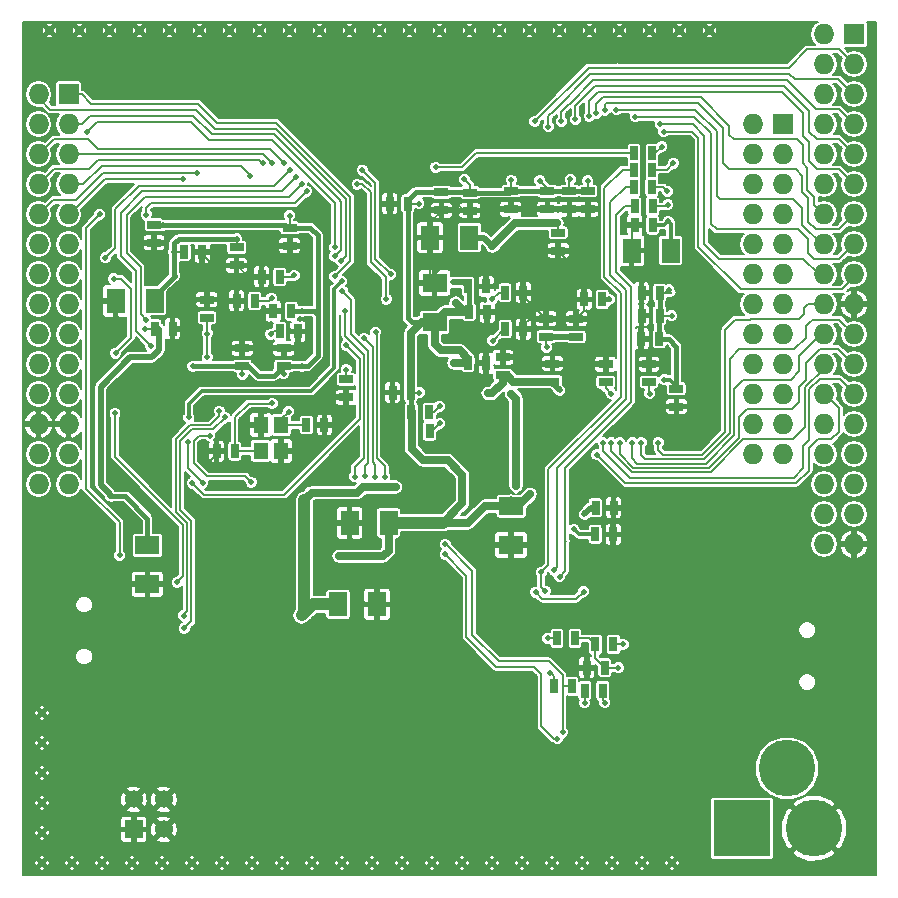
<source format=gbl>
G04 #@! TF.FileFunction,Copper,L4,Bot,Signal*
%FSLAX46Y46*%
G04 Gerber Fmt 4.6, Leading zero omitted, Abs format (unit mm)*
G04 Created by KiCad (PCBNEW no-vcs-found-product) date mié 22 jul 2015 02:19:54 COT*
%MOMM*%
G01*
G04 APERTURE LIST*
%ADD10C,0.100000*%
%ADD11R,2.032000X1.524000*%
%ADD12R,1.143000X0.635000*%
%ADD13R,0.635000X1.143000*%
%ADD14R,1.524000X2.032000*%
%ADD15R,1.198880X1.399540*%
%ADD16R,1.727200X1.727200*%
%ADD17O,1.727200X1.727200*%
%ADD18C,4.800600*%
%ADD19R,4.800600X4.800600*%
%ADD20C,0.508000*%
%ADD21R,1.524000X1.524000*%
%ADD22C,1.524000*%
%ADD23C,0.500000*%
%ADD24C,0.200000*%
%ADD25C,0.400000*%
%ADD26C,0.500000*%
%ADD27C,0.300000*%
%ADD28C,0.700000*%
%ADD29C,1.000000*%
G04 APERTURE END LIST*
D10*
D11*
X30250000Y-110969000D03*
X30250000Y-114271000D03*
D12*
X42290000Y-84098000D03*
X42290000Y-85622000D03*
D13*
X43708000Y-100790000D03*
X45232000Y-100790000D03*
X37632000Y-103010000D03*
X36108000Y-103010000D03*
D12*
X30800000Y-83838000D03*
X30800000Y-85362000D03*
D13*
X30858000Y-92640000D03*
X32382000Y-92640000D03*
D12*
X47070000Y-96918000D03*
X47070000Y-98442000D03*
X35280000Y-91702000D03*
X35280000Y-90178000D03*
D13*
X41458000Y-92860000D03*
X42982000Y-92860000D03*
X41442000Y-88250000D03*
X39918000Y-88250000D03*
D12*
X37800000Y-85758000D03*
X37800000Y-87282000D03*
D14*
X30857000Y-90279800D03*
X27555000Y-90279800D03*
D15*
X41550000Y-100780000D03*
X41550000Y-102979640D03*
X39850740Y-102979640D03*
X39850740Y-100780000D03*
D13*
X33358000Y-86150000D03*
X34882000Y-86150000D03*
X39322000Y-90280000D03*
X37798000Y-90280000D03*
D12*
X41790000Y-95802000D03*
X41790000Y-94278000D03*
D13*
X42422000Y-91150000D03*
X40898000Y-91150000D03*
D12*
X38270000Y-95802000D03*
X38270000Y-94278000D03*
X75030000Y-97708000D03*
X75030000Y-99232000D03*
D13*
X52532000Y-98050000D03*
X51008000Y-98050000D03*
D12*
X72710000Y-97152000D03*
X72710000Y-95628000D03*
X57552400Y-81110400D03*
X57552400Y-82634400D03*
D13*
X73602000Y-91530000D03*
X72078000Y-91530000D03*
D12*
X64110000Y-80998000D03*
X64110000Y-82522000D03*
D13*
X57398000Y-89050000D03*
X58922000Y-89050000D03*
X68188000Y-107800000D03*
X69712000Y-107800000D03*
D12*
X65970000Y-80988000D03*
X65970000Y-82512000D03*
D13*
X57488000Y-91229000D03*
X59012000Y-91229000D03*
X52292000Y-82060000D03*
X50768000Y-82060000D03*
D12*
X67530000Y-80988000D03*
X67530000Y-82512000D03*
X55139400Y-81085000D03*
X55139400Y-82609000D03*
X61020000Y-80988000D03*
X61020000Y-82512000D03*
D13*
X57398000Y-95550000D03*
X58922000Y-95550000D03*
D12*
X60330000Y-96582000D03*
X60330000Y-95058000D03*
X69050000Y-97162000D03*
X69050000Y-95638000D03*
X64540000Y-97122000D03*
X64540000Y-95598000D03*
D13*
X73032000Y-83870000D03*
X71508000Y-83870000D03*
X73579800Y-93505600D03*
X72055800Y-93505600D03*
X60528000Y-89590000D03*
X62052000Y-89590000D03*
X60538000Y-92670000D03*
X62062000Y-92670000D03*
D12*
X66556700Y-93327800D03*
X66556700Y-91803800D03*
D13*
X68158000Y-110050000D03*
X69682000Y-110050000D03*
X68752000Y-90160000D03*
X67228000Y-90160000D03*
D12*
X63990000Y-93322000D03*
X63990000Y-91798000D03*
X65020000Y-84508000D03*
X65020000Y-86032000D03*
D13*
X73612000Y-89610000D03*
X72088000Y-89610000D03*
X52578000Y-99700000D03*
X54102000Y-99700000D03*
X52608000Y-101320000D03*
X54132000Y-101320000D03*
D11*
X54555200Y-92083200D03*
X54555200Y-88781200D03*
X61040000Y-107659000D03*
X61040000Y-110961000D03*
D14*
X57488900Y-84920400D03*
X54186900Y-84920400D03*
X50661000Y-109080000D03*
X47359000Y-109080000D03*
X74545000Y-86025300D03*
X71243000Y-86025300D03*
X46389000Y-115980000D03*
X49691000Y-115980000D03*
D16*
X90070000Y-67710000D03*
D17*
X87530000Y-67710000D03*
X90070000Y-70250000D03*
X87530000Y-70250000D03*
X90070000Y-72790000D03*
X87530000Y-72790000D03*
X90070000Y-75330000D03*
X87530000Y-75330000D03*
X90070000Y-77870000D03*
X87530000Y-77870000D03*
X90070000Y-80410000D03*
X87530000Y-80410000D03*
X90070000Y-82950000D03*
X87530000Y-82950000D03*
X90070000Y-85490000D03*
X87530000Y-85490000D03*
X90070000Y-88030000D03*
X87530000Y-88030000D03*
X90070000Y-90570000D03*
X87530000Y-90570000D03*
X90070000Y-93110000D03*
X87530000Y-93110000D03*
X90070000Y-95650000D03*
X87530000Y-95650000D03*
X90070000Y-98190000D03*
X87530000Y-98190000D03*
X90070000Y-100730000D03*
X87530000Y-100730000D03*
X90070000Y-103270000D03*
X87530000Y-103270000D03*
X90070000Y-105810000D03*
X87530000Y-105810000D03*
X90070000Y-108350000D03*
X87530000Y-108350000D03*
X90070000Y-110890000D03*
X87530000Y-110890000D03*
D16*
X84070000Y-75330000D03*
D17*
X81530000Y-75330000D03*
X84070000Y-77870000D03*
X81530000Y-77870000D03*
X84070000Y-80410000D03*
X81530000Y-80410000D03*
X84070000Y-82950000D03*
X81530000Y-82950000D03*
X84070000Y-85490000D03*
X81530000Y-85490000D03*
X84070000Y-88030000D03*
X81530000Y-88030000D03*
X84070000Y-90570000D03*
X81530000Y-90570000D03*
X84070000Y-93110000D03*
X81530000Y-93110000D03*
X84070000Y-95650000D03*
X81530000Y-95650000D03*
X84070000Y-98190000D03*
X81530000Y-98190000D03*
X84070000Y-100730000D03*
X81530000Y-100730000D03*
X84070000Y-103270000D03*
X81530000Y-103270000D03*
D16*
X23570000Y-72790000D03*
D17*
X21030000Y-72790000D03*
X23570000Y-75330000D03*
X21030000Y-75330000D03*
X23570000Y-77870000D03*
X21030000Y-77870000D03*
X23570000Y-80410000D03*
X21030000Y-80410000D03*
X23570000Y-82950000D03*
X21030000Y-82950000D03*
X23570000Y-85490000D03*
X21030000Y-85490000D03*
X23570000Y-88030000D03*
X21030000Y-88030000D03*
X23570000Y-90570000D03*
X21030000Y-90570000D03*
X23570000Y-93110000D03*
X21030000Y-93110000D03*
X23570000Y-95650000D03*
X21030000Y-95650000D03*
X23570000Y-98190000D03*
X21030000Y-98190000D03*
X23570000Y-100730000D03*
X21030000Y-100730000D03*
X23570000Y-103270000D03*
X21030000Y-103270000D03*
X23570000Y-105810000D03*
X21030000Y-105810000D03*
D13*
X71448000Y-77760000D03*
X72972000Y-77760000D03*
X71438000Y-79170000D03*
X72962000Y-79170000D03*
X71428000Y-80660000D03*
X72952000Y-80660000D03*
X71488000Y-82280000D03*
X73012000Y-82280000D03*
X68972000Y-121350000D03*
X67448000Y-121350000D03*
X68792000Y-123270000D03*
X67268000Y-123270000D03*
X69702000Y-119370000D03*
X68178000Y-119370000D03*
X64918000Y-118860000D03*
X66442000Y-118860000D03*
X64648000Y-122900000D03*
X66172000Y-122900000D03*
D18*
X86680000Y-134950000D03*
D19*
X80584000Y-134950000D03*
D18*
X84394000Y-129870000D03*
D20*
X21315000Y-137875000D03*
X46715000Y-137875000D03*
X36555000Y-137875000D03*
X56875000Y-137875000D03*
X61955000Y-137875000D03*
X28935000Y-137875000D03*
X34015000Y-137875000D03*
X64495000Y-137875000D03*
X67035000Y-137875000D03*
X31475000Y-137875000D03*
X69575000Y-137875000D03*
X23855000Y-137875000D03*
X54335000Y-137875000D03*
X51795000Y-137875000D03*
X26395000Y-137875000D03*
X59415000Y-137875000D03*
X44175000Y-137875000D03*
X41635000Y-137875000D03*
X39095000Y-137875000D03*
X49255000Y-137875000D03*
X21950000Y-67390000D03*
X27030000Y-67390000D03*
X44810000Y-67390000D03*
X29570000Y-67390000D03*
X42270000Y-67390000D03*
X47350000Y-67390000D03*
X32110000Y-67390000D03*
X49890000Y-67390000D03*
X34650000Y-67390000D03*
X39730000Y-67390000D03*
X21315000Y-125175000D03*
X21315000Y-130255000D03*
X72115000Y-137875000D03*
X74655000Y-137875000D03*
X21315000Y-135335000D03*
X21315000Y-132795000D03*
X21315000Y-127715000D03*
X37190000Y-67390000D03*
X24490000Y-67390000D03*
X52430000Y-67390000D03*
X54970000Y-67390000D03*
X57510000Y-67390000D03*
X60050000Y-67390000D03*
X65130000Y-67390000D03*
X62590000Y-67390000D03*
X67670000Y-67390000D03*
X70210000Y-67390000D03*
X75290000Y-67390000D03*
X72750000Y-67390000D03*
X77830000Y-67390000D03*
D21*
X29088080Y-135031480D03*
D22*
X29088080Y-132491480D03*
X31628080Y-135031480D03*
X31628080Y-132491480D03*
D23*
X35290000Y-93059160D03*
X42670000Y-88110000D03*
X40760000Y-90040000D03*
X37790000Y-85040000D03*
X35290000Y-95050000D03*
X40690000Y-93100000D03*
X32550000Y-88140000D03*
X32470000Y-86140000D03*
X47070600Y-96092000D03*
X31576600Y-83874600D03*
X27160000Y-106840000D03*
X42290000Y-83070000D03*
X41790000Y-96460000D03*
X43330000Y-95820000D03*
X43340000Y-91140000D03*
X38290000Y-96490000D03*
X30040000Y-92640000D03*
X34100000Y-95810000D03*
X56350000Y-81950000D03*
X53075000Y-83100000D03*
X50700000Y-83450000D03*
X50800000Y-77450000D03*
X66750000Y-98375000D03*
X30450000Y-99925000D03*
X30475000Y-101200000D03*
X30500000Y-101275000D03*
X33500000Y-89250000D03*
X42500000Y-86675000D03*
X39025000Y-83150000D03*
X63925000Y-76975000D03*
X60725000Y-76325000D03*
X70700000Y-83825000D03*
X70175000Y-123700000D03*
X77300000Y-109350000D03*
X79300000Y-109350000D03*
X81300000Y-109350000D03*
X83300000Y-109350000D03*
X85300000Y-109350000D03*
X74300000Y-117350000D03*
X74300000Y-113350000D03*
X77300000Y-115350000D03*
X77300000Y-113350000D03*
X79300000Y-117350000D03*
X79300000Y-113350000D03*
X79300000Y-115350000D03*
X77300000Y-117350000D03*
X74300000Y-115350000D03*
X90300000Y-113350000D03*
X87300000Y-113350000D03*
X83300000Y-113350000D03*
X69300000Y-113350000D03*
X72300000Y-113350000D03*
X72300000Y-115350000D03*
X61200000Y-122950000D03*
X68200000Y-115200000D03*
X67650000Y-118200000D03*
X30800000Y-87550000D03*
X33150000Y-83150000D03*
X36250000Y-83150000D03*
X35800000Y-87250000D03*
X60750000Y-74150000D03*
X60000000Y-80150000D03*
X79450000Y-86000000D03*
X78100000Y-89750000D03*
X72525000Y-101650000D03*
X35480000Y-103910000D03*
X48475000Y-87775000D03*
X49525000Y-91150000D03*
X73950000Y-95650000D03*
X27380520Y-92840800D03*
X40319280Y-99607360D03*
X64880000Y-101780000D03*
X74252000Y-88435000D03*
X56472000Y-92499000D03*
X56853000Y-86530000D03*
X39581000Y-95420000D03*
X62500000Y-98300000D03*
X43350000Y-94980000D03*
X75340000Y-100240000D03*
X51250000Y-106050000D03*
X43540000Y-107140000D03*
X43310000Y-116900000D03*
X42209040Y-99648000D03*
X40806960Y-98962200D03*
X48450000Y-79200000D03*
X50850000Y-88025000D03*
X26674400Y-86643200D03*
X42305560Y-79201000D03*
X48000000Y-80400000D03*
X50450000Y-90125000D03*
X30110000Y-91880000D03*
X43311400Y-80389720D03*
X54450000Y-109100000D03*
X62650000Y-106650000D03*
X67250000Y-108350000D03*
X65150000Y-97850000D03*
X74000000Y-96950000D03*
X74375600Y-89335600D03*
X56113000Y-88700600D03*
X63479000Y-80090000D03*
X59080000Y-98120000D03*
X66050000Y-80000000D03*
X61040000Y-80060000D03*
X57080000Y-80000000D03*
X53230000Y-82050000D03*
X56140000Y-95600000D03*
X69530000Y-98160000D03*
X74330000Y-83540000D03*
X53270000Y-98050000D03*
X72780000Y-98140000D03*
X74630000Y-91550000D03*
X56345000Y-90467000D03*
X67530000Y-80120000D03*
X46471160Y-111900960D03*
X61450000Y-105950000D03*
X69330000Y-90160000D03*
X64053040Y-94212400D03*
X61044900Y-98141100D03*
X59440000Y-85650000D03*
X59440000Y-90140000D03*
X59480000Y-93660000D03*
X64920000Y-83710000D03*
X66350000Y-109620000D03*
X54975000Y-99200000D03*
X55000000Y-100650000D03*
X68294840Y-103315760D03*
X68828240Y-102284520D03*
X69519120Y-102284520D03*
X70240480Y-102274360D03*
X71300000Y-102275000D03*
X72050000Y-102275000D03*
X73475000Y-102275000D03*
X73943800Y-75949800D03*
X73664400Y-75340200D03*
X71556200Y-74705200D03*
X69956000Y-74095600D03*
X68965400Y-74121000D03*
X68254200Y-74375000D03*
X67644600Y-74629000D03*
X66476200Y-74908400D03*
X65282400Y-75086200D03*
X64190200Y-75518000D03*
X63047200Y-75086200D03*
X46125000Y-88200000D03*
X46125000Y-86500000D03*
X46125000Y-85750000D03*
X25100000Y-75950000D03*
X46650000Y-86900000D03*
X47800000Y-105150000D03*
X46969000Y-91139000D03*
X48670000Y-105140000D03*
X46725000Y-89425000D03*
X47070600Y-94034600D03*
X34045480Y-105703360D03*
X40771400Y-78642200D03*
X41792480Y-78632040D03*
X38968000Y-79673440D03*
X40034800Y-78642200D03*
X33227600Y-79988400D03*
X34406160Y-79460080D03*
X65140160Y-113628160D03*
X26191800Y-82960200D03*
X27883440Y-111814600D03*
X54660120Y-78957160D03*
X30510000Y-94060000D03*
X42793240Y-79795360D03*
X73800000Y-77210000D03*
X63931120Y-114847360D03*
X35510000Y-101690000D03*
X39023880Y-105627160D03*
X63572680Y-113257320D03*
X74770000Y-78610000D03*
X34924320Y-105708440D03*
X33639080Y-102254040D03*
X64672800Y-113079520D03*
X74260000Y-81000000D03*
X74310000Y-82150000D03*
X33750000Y-100150000D03*
X46700000Y-88625000D03*
X67260000Y-124320000D03*
X68980000Y-124300000D03*
X70520000Y-119370000D03*
X27385600Y-88421200D03*
X27550000Y-94700000D03*
X27500000Y-99800000D03*
X63108160Y-114933720D03*
X67172160Y-114893080D03*
X32760000Y-114110000D03*
X64130000Y-118850000D03*
X55450000Y-110900000D03*
X50350000Y-105150000D03*
X49559800Y-92942400D03*
X65410000Y-126790000D03*
X49550000Y-105150000D03*
X64960000Y-127340000D03*
X55450000Y-111750000D03*
X48594600Y-93450400D03*
X36320000Y-99610000D03*
X33340000Y-116920000D03*
X36830000Y-100150000D03*
X33350000Y-118000000D03*
X43738120Y-80984080D03*
X30140000Y-82970000D03*
X70120000Y-121360000D03*
X64350000Y-121780000D03*
D24*
X35280000Y-91702000D02*
X35280000Y-93049160D01*
X35280000Y-93049160D02*
X35290000Y-93059160D01*
X40760000Y-90040000D02*
X40520000Y-90280000D01*
X37790000Y-85040000D02*
X37800000Y-85050000D01*
D25*
X32880000Y-85040000D02*
X37790000Y-85040000D01*
D24*
X32510000Y-86150000D02*
X33358000Y-86150000D01*
X40520000Y-90280000D02*
X39322000Y-90280000D01*
X40930000Y-92860000D02*
X41458000Y-92860000D01*
X40690000Y-93100000D02*
X40930000Y-92860000D01*
X42530000Y-88250000D02*
X41442000Y-88250000D01*
X42670000Y-88110000D02*
X42530000Y-88250000D01*
X37800000Y-85050000D02*
X37800000Y-85758000D01*
D25*
X30857000Y-90279800D02*
X30857000Y-89833000D01*
X30857000Y-89833000D02*
X32550000Y-88140000D01*
X32470000Y-88060000D02*
X32470000Y-86140000D01*
X32550000Y-88140000D02*
X32470000Y-88060000D01*
D24*
X32470000Y-86140000D02*
X32480000Y-86150000D01*
X32480000Y-86150000D02*
X32510000Y-86150000D01*
D25*
X32510000Y-85410000D02*
X32880000Y-85040000D01*
X32510000Y-86150000D02*
X32510000Y-85410000D01*
D24*
X35290000Y-93010000D02*
X35280000Y-93000000D01*
X35290000Y-95050000D02*
X35290000Y-93010000D01*
X35280000Y-93000000D02*
X35280000Y-91702000D01*
X47070000Y-96918000D02*
X47070000Y-96092600D01*
X47070000Y-96092600D02*
X47070600Y-96092000D01*
D25*
X30800000Y-83838000D02*
X31540000Y-83838000D01*
X31540000Y-83838000D02*
X31576600Y-83874600D01*
X30800000Y-83838000D02*
X32222800Y-83838000D01*
D24*
X31576600Y-83874600D02*
X31576600Y-83838000D01*
X31576600Y-83838000D02*
X31576600Y-83849200D01*
X31576600Y-83849200D02*
X31576600Y-83838000D01*
D26*
X27093100Y-106773100D02*
X27093100Y-106665620D01*
X27093100Y-106665620D02*
X26288320Y-105860840D01*
X27160000Y-106840000D02*
X27093100Y-106773100D01*
D25*
X28380000Y-106840000D02*
X27160000Y-106840000D01*
X30250000Y-108710000D02*
X28380000Y-106840000D01*
X30250000Y-110969000D02*
X30250000Y-108710000D01*
D24*
X41790000Y-96460000D02*
X41790000Y-95802000D01*
D25*
X40962000Y-96630000D02*
X41790000Y-95802000D01*
X41790000Y-95802000D02*
X43808000Y-95802000D01*
D27*
X43312000Y-95802000D02*
X43330000Y-95820000D01*
X41790000Y-95802000D02*
X43312000Y-95802000D01*
D24*
X43330000Y-91150000D02*
X42422000Y-91150000D01*
X43340000Y-91140000D02*
X43330000Y-91150000D01*
D25*
X44680000Y-91440000D02*
X44390000Y-91150000D01*
X44390000Y-91150000D02*
X42422000Y-91150000D01*
X44680000Y-94930000D02*
X44680000Y-91440000D01*
X43808000Y-95802000D02*
X44680000Y-94930000D01*
X44680000Y-84730000D02*
X44680000Y-91440000D01*
D24*
X38270000Y-96470000D02*
X38270000Y-95802000D01*
X38290000Y-96490000D02*
X38270000Y-96470000D01*
D25*
X34108000Y-95802000D02*
X38270000Y-95802000D01*
X39620000Y-96630000D02*
X40962000Y-96630000D01*
X38792000Y-95802000D02*
X39620000Y-96630000D01*
X38270000Y-95802000D02*
X38792000Y-95802000D01*
D24*
X42290000Y-83070000D02*
X42290000Y-84098000D01*
D25*
X44048000Y-84098000D02*
X44680000Y-84730000D01*
X42290000Y-84098000D02*
X44048000Y-84098000D01*
X42128000Y-84098000D02*
X41868000Y-83838000D01*
X42290000Y-84098000D02*
X42128000Y-84098000D01*
X41868000Y-83838000D02*
X32222800Y-83838000D01*
X32222800Y-83838000D02*
X31576600Y-83838000D01*
D26*
X26288320Y-97531680D02*
X28780000Y-95040000D01*
X26288320Y-105860840D02*
X26288320Y-97531680D01*
D24*
X31228000Y-92650000D02*
X30868000Y-92650000D01*
X30868000Y-92650000D02*
X30858000Y-92640000D01*
D26*
X31228000Y-94432000D02*
X31228000Y-92650000D01*
X28780000Y-95040000D02*
X30620000Y-95040000D01*
X30620000Y-95040000D02*
X31228000Y-94432000D01*
X31228000Y-92650000D02*
X31228000Y-92640000D01*
D24*
X30040000Y-92640000D02*
X31228000Y-92640000D01*
D25*
X34100000Y-95810000D02*
X34108000Y-95802000D01*
D24*
X56350000Y-81950000D02*
X56350000Y-82425000D01*
X56350000Y-82425000D02*
X56166000Y-82609000D01*
X56166000Y-82609000D02*
X55139400Y-82609000D01*
X56350000Y-81950000D02*
X57034400Y-82634400D01*
X57034400Y-82634400D02*
X55164800Y-82634400D01*
X55139400Y-82609000D02*
X53566000Y-82609000D01*
X53566000Y-82609000D02*
X53075000Y-83100000D01*
X50700000Y-83450000D02*
X50768000Y-83382000D01*
X50768000Y-83382000D02*
X50768000Y-82060000D01*
X48475000Y-87775000D02*
X48475000Y-81925000D01*
X48475000Y-81925000D02*
X45350000Y-78800000D01*
X45350000Y-78800000D02*
X45275000Y-78800000D01*
X45275000Y-78800000D02*
X41650000Y-75175000D01*
X41650000Y-75175000D02*
X48525000Y-75175000D01*
X48525000Y-75175000D02*
X50800000Y-77450000D01*
X50768000Y-82060000D02*
X50768000Y-77482000D01*
X50768000Y-77482000D02*
X50800000Y-77450000D01*
X62062000Y-92670000D02*
X62062000Y-92338000D01*
X62062000Y-92338000D02*
X62602000Y-91798000D01*
X62602000Y-91798000D02*
X63990000Y-91798000D01*
X67228000Y-90160000D02*
X67228000Y-88240000D01*
X67228000Y-88240000D02*
X65020000Y-86032000D01*
X65020000Y-86032000D02*
X62868000Y-86032000D01*
X62868000Y-86032000D02*
X62052000Y-86848000D01*
X62052000Y-86848000D02*
X62052000Y-89860000D01*
X62052000Y-89860000D02*
X63995800Y-91803800D01*
X63995800Y-91803800D02*
X65584200Y-91803800D01*
X65584200Y-91803800D02*
X66556700Y-91803800D01*
X66556700Y-91803800D02*
X67228000Y-91132500D01*
X67228000Y-91132500D02*
X67228000Y-90160000D01*
X67530000Y-82512000D02*
X65970000Y-82512000D01*
X65970000Y-82512000D02*
X65960000Y-82522000D01*
X65960000Y-82522000D02*
X61030000Y-82522000D01*
X61030000Y-82522000D02*
X60917600Y-82634400D01*
X60917600Y-82634400D02*
X55164800Y-82634400D01*
X55164800Y-82634400D02*
X54186900Y-83612300D01*
X54186900Y-83612300D02*
X54186900Y-88412900D01*
X54186900Y-88412900D02*
X56069800Y-86530000D01*
X56069800Y-86530000D02*
X56853000Y-86530000D01*
X32382000Y-92640000D02*
X32382000Y-94693000D01*
X32382000Y-94693000D02*
X30950000Y-96125000D01*
X30950000Y-96125000D02*
X28925000Y-96125000D01*
X28925000Y-96125000D02*
X28225000Y-96825000D01*
X28225000Y-96825000D02*
X28225000Y-97900000D01*
X28225000Y-97900000D02*
X30250000Y-99925000D01*
X30250000Y-99925000D02*
X30450000Y-99925000D01*
X30475000Y-101200000D02*
X30500000Y-101225000D01*
X30500000Y-101225000D02*
X30500000Y-101275000D01*
X35280000Y-90178000D02*
X34428000Y-90178000D01*
X34428000Y-90178000D02*
X33500000Y-89250000D01*
X32382000Y-92640000D02*
X32382000Y-91368000D01*
X32382000Y-91368000D02*
X33572000Y-90178000D01*
X33572000Y-90178000D02*
X37696000Y-90178000D01*
X37696000Y-90178000D02*
X37800000Y-90074000D01*
X37800000Y-90074000D02*
X37800000Y-87282000D01*
X37800000Y-87282000D02*
X38768000Y-88250000D01*
X38768000Y-88250000D02*
X36800000Y-88250000D01*
X36800000Y-88250000D02*
X35800000Y-87250000D01*
X27555000Y-90279800D02*
X27555000Y-92666320D01*
X27555000Y-92666320D02*
X27380520Y-92840800D01*
X42290000Y-85622000D02*
X42290000Y-86465000D01*
X42290000Y-86465000D02*
X42500000Y-86675000D01*
X39025000Y-83150000D02*
X36250000Y-83150000D01*
X63925000Y-76975000D02*
X63275000Y-76325000D01*
X63275000Y-76325000D02*
X60725000Y-76325000D01*
X71243000Y-86025300D02*
X71243000Y-84135000D01*
X71243000Y-84135000D02*
X70933000Y-83825000D01*
X70933000Y-83825000D02*
X70700000Y-83825000D01*
X81300000Y-109350000D02*
X79300000Y-109350000D01*
X85300000Y-109350000D02*
X83300000Y-109350000D01*
X74300000Y-115350000D02*
X74300000Y-117350000D01*
X77300000Y-115350000D02*
X77300000Y-113350000D01*
X77300000Y-117350000D02*
X79300000Y-117350000D01*
X79300000Y-115350000D02*
X79300000Y-113350000D01*
X74300000Y-113350000D02*
X74300000Y-115350000D01*
X87300000Y-113350000D02*
X90300000Y-113350000D01*
X69300000Y-113350000D02*
X83300000Y-113350000D01*
X72300000Y-115350000D02*
X72300000Y-113350000D01*
X30800000Y-85362000D02*
X30800000Y-87550000D01*
X36250000Y-83150000D02*
X33150000Y-83150000D01*
X34882000Y-86150000D02*
X34882000Y-86332000D01*
X34882000Y-86332000D02*
X35800000Y-87250000D01*
X35480000Y-103910000D02*
X36108000Y-103282000D01*
X36108000Y-103282000D02*
X36108000Y-103010000D01*
X48475000Y-87775000D02*
X48475000Y-90100000D01*
X48475000Y-90100000D02*
X49525000Y-91150000D01*
D27*
X73928000Y-95628000D02*
X72710000Y-95628000D01*
X73950000Y-95650000D02*
X73928000Y-95628000D01*
D24*
X27380520Y-92840800D02*
X27380520Y-92835720D01*
X39850740Y-100075900D02*
X39850740Y-100780000D01*
X40319280Y-99607360D02*
X39850740Y-100075900D01*
D27*
X75030000Y-99930000D02*
X75340000Y-100240000D01*
X75030000Y-99232000D02*
X75030000Y-99930000D01*
D28*
X48030000Y-106520000D02*
X44160000Y-106520000D01*
X48500000Y-106050000D02*
X48030000Y-106520000D01*
X51250000Y-106050000D02*
X48500000Y-106050000D01*
X43540000Y-107140000D02*
X44160000Y-106520000D01*
D29*
X43310000Y-116900000D02*
X43540000Y-116670000D01*
X43540000Y-116670000D02*
X43540000Y-107140000D01*
X44230000Y-115980000D02*
X43310000Y-116900000D01*
X46389000Y-115980000D02*
X44230000Y-115980000D01*
D24*
X43698000Y-100780000D02*
X43708000Y-100790000D01*
X42209040Y-99648000D02*
X41550000Y-100307040D01*
X41550000Y-100307040D02*
X41550000Y-100780000D01*
X41550000Y-100780000D02*
X43698000Y-100780000D01*
X38807640Y-98972360D02*
X37632000Y-100148000D01*
X40796800Y-98972360D02*
X38807640Y-98972360D01*
X40806960Y-98962200D02*
X40796800Y-98972360D01*
X37632000Y-100148000D02*
X37632000Y-103010000D01*
X37632000Y-100148000D02*
X37632000Y-103010000D01*
X37662360Y-102979640D02*
X37632000Y-103010000D01*
X39850740Y-102979640D02*
X37662360Y-102979640D01*
X48450000Y-79200000D02*
X48450000Y-79201000D01*
X48450000Y-79201000D02*
X48451000Y-79201000D01*
X49550000Y-86725000D02*
X49550000Y-86400000D01*
X50850000Y-88025000D02*
X49550000Y-86725000D01*
X49550000Y-80300000D02*
X49550000Y-86400000D01*
X48451000Y-79201000D02*
X49550000Y-80300000D01*
X27520000Y-85797600D02*
X27520000Y-84883200D01*
X26674400Y-86643200D02*
X27520000Y-85797600D01*
X31398800Y-80547200D02*
X29519200Y-80547200D01*
X27538000Y-84560400D02*
X27520000Y-84560400D01*
X27538000Y-82528400D02*
X27538000Y-84560400D01*
X29519200Y-80547200D02*
X27538000Y-82528400D01*
X42305560Y-79201000D02*
X42305560Y-79216240D01*
X40974600Y-80547200D02*
X31398800Y-80547200D01*
X42305560Y-79216240D02*
X40974600Y-80547200D01*
X27520000Y-84883200D02*
X27520000Y-84560400D01*
X48000000Y-80400000D02*
X48025520Y-80374480D01*
X48025520Y-80374480D02*
X48424480Y-80374480D01*
X48424480Y-80374480D02*
X49150000Y-81100000D01*
X49150000Y-85650000D02*
X49150000Y-87025000D01*
X49150000Y-87025000D02*
X50425000Y-88300000D01*
X50425000Y-88300000D02*
X49150000Y-87025000D01*
X50425000Y-90100000D02*
X50425000Y-88300000D01*
X50450000Y-90125000D02*
X50425000Y-90100000D01*
X49150000Y-81100000D02*
X49150000Y-85650000D01*
X48424480Y-80374480D02*
X49150000Y-81100000D01*
X43311400Y-80389720D02*
X43291080Y-80389720D01*
X29660000Y-87419000D02*
X29660000Y-91430000D01*
X28477800Y-86236800D02*
X29660000Y-87419000D01*
X28477800Y-83011000D02*
X28477800Y-86236800D01*
X30027200Y-81461600D02*
X28477800Y-83011000D01*
X42219200Y-81461600D02*
X30027200Y-81461600D01*
X43291080Y-80389720D02*
X42219200Y-81461600D01*
X30110000Y-91880000D02*
X29660000Y-91430000D01*
D25*
X52292000Y-82060000D02*
X52292000Y-91767000D01*
X52292000Y-91767000D02*
X52608200Y-92083200D01*
X52608200Y-92083200D02*
X54555200Y-92083200D01*
D28*
X54450000Y-109100000D02*
X54450000Y-109080000D01*
X54450000Y-109080000D02*
X54450000Y-109100000D01*
X54450000Y-109100000D02*
X54450000Y-109080000D01*
X61040000Y-107659000D02*
X61641000Y-107659000D01*
X61641000Y-107659000D02*
X62650000Y-106650000D01*
X55260000Y-109090000D02*
X57410000Y-109090000D01*
X58841000Y-107659000D02*
X61040000Y-107659000D01*
X57410000Y-109090000D02*
X58841000Y-107659000D01*
D26*
X68188000Y-107800000D02*
X67800000Y-107800000D01*
X67800000Y-107800000D02*
X67250000Y-108350000D01*
D24*
X67800000Y-107800000D02*
X67250000Y-108350000D01*
D26*
X64540000Y-97122000D02*
X64540000Y-97240000D01*
X64540000Y-97240000D02*
X65150000Y-97850000D01*
D27*
X75030000Y-97708000D02*
X75030000Y-97480000D01*
X75030000Y-97480000D02*
X74500000Y-96950000D01*
X74500000Y-96950000D02*
X74000000Y-96950000D01*
D24*
X69050000Y-97162000D02*
X69050000Y-97680000D01*
X69050000Y-97680000D02*
X69530000Y-98160000D01*
D25*
X53476800Y-92083200D02*
X54555200Y-92083200D01*
D26*
X53476800Y-92083200D02*
X54555200Y-92083200D01*
D24*
X53476800Y-92083200D02*
X54555200Y-92083200D01*
X74101200Y-89610000D02*
X73612000Y-89610000D01*
X74375600Y-89335600D02*
X74101200Y-89610000D01*
D26*
X56113000Y-88700600D02*
X57048600Y-88700600D01*
X57048600Y-88700600D02*
X57398000Y-89050000D01*
D27*
X57048600Y-88700600D02*
X57398000Y-89050000D01*
D24*
X63479000Y-80090000D02*
X64110000Y-80721000D01*
X64110000Y-80721000D02*
X64110000Y-80998000D01*
D28*
X59080000Y-98120000D02*
X59410000Y-98120000D01*
X59410000Y-98120000D02*
X60330000Y-97200000D01*
D24*
X66050000Y-80000000D02*
X65970000Y-80080000D01*
X61020000Y-80080000D02*
X61020000Y-80988000D01*
X61040000Y-80060000D02*
X61020000Y-80080000D01*
X57080000Y-80000000D02*
X57570000Y-80490000D01*
X53230000Y-82050000D02*
X53220000Y-82060000D01*
X56140000Y-95600000D02*
X56190000Y-95550000D01*
D27*
X74330000Y-83540000D02*
X74545000Y-83755000D01*
X74000000Y-83870000D02*
X74330000Y-83540000D01*
D25*
X75030000Y-94160000D02*
X75030000Y-97708000D01*
X52532000Y-98050000D02*
X52532000Y-99654000D01*
D28*
X52532000Y-93028000D02*
X52532000Y-98050000D01*
X53476800Y-92083200D02*
X52532000Y-93028000D01*
D24*
X53270000Y-98050000D02*
X52532000Y-98050000D01*
X72780000Y-98140000D02*
X72710000Y-98070000D01*
X72710000Y-97152000D02*
X72710000Y-98070000D01*
X57543000Y-81085000D02*
X57570000Y-81058000D01*
X57570000Y-80490000D02*
X57570000Y-81058000D01*
D25*
X57552400Y-81110400D02*
X60897600Y-81110400D01*
D24*
X73579800Y-91552200D02*
X73602000Y-91530000D01*
X74630000Y-91550000D02*
X74610000Y-91530000D01*
X74610000Y-91530000D02*
X73602000Y-91530000D01*
D25*
X73612000Y-91520000D02*
X73602000Y-91530000D01*
X73612000Y-89610000D02*
X73612000Y-91520000D01*
X64100000Y-80988000D02*
X64110000Y-80998000D01*
X64110000Y-80998000D02*
X65960000Y-80998000D01*
X57488000Y-89140000D02*
X57398000Y-89050000D01*
X57488000Y-91229000D02*
X57488000Y-89140000D01*
D24*
X65970000Y-80080000D02*
X65970000Y-80988000D01*
D25*
X65960000Y-80998000D02*
X65970000Y-80988000D01*
X65970000Y-80988000D02*
X67530000Y-80988000D01*
D28*
X56345000Y-90467000D02*
X57107000Y-91229000D01*
D24*
X57107000Y-91229000D02*
X57488000Y-91229000D01*
D28*
X57488000Y-91229000D02*
X55409400Y-91229000D01*
D24*
X53220000Y-82060000D02*
X52292000Y-82060000D01*
D25*
X52292000Y-81748000D02*
X52292000Y-82060000D01*
X52955000Y-81085000D02*
X52292000Y-81748000D01*
D24*
X67530000Y-80120000D02*
X67530000Y-80988000D01*
D25*
X55139400Y-81085000D02*
X57543000Y-81085000D01*
X55139400Y-81085000D02*
X52955000Y-81085000D01*
X60897600Y-81110400D02*
X61020000Y-80988000D01*
X61020000Y-80988000D02*
X64100000Y-80988000D01*
D28*
X54555200Y-93965200D02*
X54555200Y-92083200D01*
X55070000Y-94480000D02*
X54555200Y-93965200D01*
D25*
X54555200Y-92083200D02*
X53476800Y-92083200D01*
X54555200Y-92083200D02*
X54936200Y-92083200D01*
D28*
X55409400Y-91229000D02*
X54555200Y-92083200D01*
X57398000Y-95550000D02*
X57398000Y-95208000D01*
X57398000Y-95208000D02*
X56670000Y-94480000D01*
X56670000Y-94480000D02*
X55070000Y-94480000D01*
X56190000Y-95550000D02*
X57398000Y-95550000D01*
X60330000Y-97200000D02*
X60330000Y-96582000D01*
X60692000Y-96582000D02*
X61232000Y-97122000D01*
D25*
X60330000Y-96582000D02*
X60692000Y-96582000D01*
D28*
X61232000Y-97122000D02*
X64540000Y-97122000D01*
D27*
X73032000Y-83870000D02*
X74000000Y-83870000D01*
D25*
X73579800Y-93505600D02*
X73579800Y-91552200D01*
X74375600Y-93505600D02*
X75030000Y-94160000D01*
X73579800Y-93505600D02*
X74375600Y-93505600D01*
D27*
X61040000Y-107659000D02*
X61040000Y-107010000D01*
D28*
X50661000Y-109080000D02*
X50661000Y-111429680D01*
X50189720Y-111900960D02*
X46471160Y-111900960D01*
X50661000Y-111429680D02*
X50189720Y-111900960D01*
X55260000Y-109090000D02*
X56920000Y-107430000D01*
X56920000Y-107430000D02*
X56920000Y-105040000D01*
X56920000Y-105040000D02*
X55660000Y-103780000D01*
X55660000Y-103780000D02*
X53600000Y-103780000D01*
D29*
X55250000Y-109080000D02*
X55260000Y-109090000D01*
X50661000Y-109080000D02*
X54450000Y-109080000D01*
X54450000Y-109080000D02*
X55250000Y-109080000D01*
D24*
X74650000Y-89560000D02*
X74600000Y-89610000D01*
X74600000Y-89610000D02*
X73612000Y-89610000D01*
D27*
X74545000Y-83755000D02*
X74545000Y-86025300D01*
D25*
X74545000Y-86025300D02*
X74545000Y-86255000D01*
X52532000Y-99654000D02*
X52578000Y-99700000D01*
D24*
X52608000Y-99730000D02*
X52578000Y-99700000D01*
D28*
X52608000Y-101320000D02*
X52608000Y-99730000D01*
X52608000Y-102788000D02*
X52608000Y-101320000D01*
X53600000Y-103780000D02*
X52608000Y-102788000D01*
X61460000Y-101825000D02*
X61460000Y-105940000D01*
X61460000Y-105940000D02*
X61450000Y-105950000D01*
X61460000Y-98556200D02*
X61044900Y-98141100D01*
X61460000Y-101825000D02*
X61460000Y-98556200D01*
D24*
X59990000Y-89590000D02*
X60528000Y-89590000D01*
X60470000Y-92670000D02*
X60538000Y-92670000D01*
X59480000Y-93660000D02*
X60470000Y-92670000D01*
D27*
X66780000Y-110050000D02*
X68158000Y-110050000D01*
X66350000Y-109620000D02*
X66780000Y-110050000D01*
D25*
X68752000Y-90160000D02*
X69330000Y-90160000D01*
D24*
X63990000Y-93322000D02*
X63990000Y-94149360D01*
X63990000Y-94149360D02*
X64053040Y-94212400D01*
D26*
X66556700Y-93327800D02*
X63995800Y-93327800D01*
X63995800Y-93327800D02*
X63990000Y-93322000D01*
X57488900Y-84920400D02*
X58710400Y-84920400D01*
X58710400Y-84920400D02*
X59440000Y-85650000D01*
D28*
X61380000Y-83710000D02*
X64920000Y-83710000D01*
X59440000Y-85650000D02*
X61380000Y-83710000D01*
D24*
X59440000Y-90140000D02*
X59990000Y-89590000D01*
X64920000Y-83710000D02*
X65020000Y-83810000D01*
X65020000Y-83810000D02*
X65020000Y-84508000D01*
X54102000Y-99700000D02*
X54475000Y-99700000D01*
X54475000Y-99700000D02*
X54975000Y-99200000D01*
X54132000Y-101320000D02*
X54330000Y-101320000D01*
X54330000Y-101320000D02*
X55000000Y-100650000D01*
X87640000Y-98190000D02*
X88800000Y-99350000D01*
X86250000Y-102750000D02*
X86250000Y-104650000D01*
X86250000Y-104650000D02*
X85200000Y-105700000D01*
X85200000Y-105700000D02*
X70679080Y-105700000D01*
X70679080Y-105700000D02*
X68294840Y-103315760D01*
X88800000Y-99350000D02*
X88800000Y-101350000D01*
X88800000Y-101350000D02*
X88150000Y-102000000D01*
X88150000Y-102000000D02*
X87000000Y-102000000D01*
X87000000Y-102000000D02*
X86250000Y-102750000D01*
X87530000Y-98190000D02*
X87640000Y-98190000D01*
X87530000Y-98190000D02*
X87360000Y-98190000D01*
X86830000Y-98500000D02*
X86830000Y-98501680D01*
X87400000Y-96900000D02*
X87150000Y-96900000D01*
X86300000Y-102050000D02*
X85750000Y-102600000D01*
X86300000Y-97750000D02*
X86300000Y-102050000D01*
X87150000Y-96900000D02*
X86300000Y-97750000D01*
X68828240Y-102950000D02*
X68828240Y-102284520D01*
X71128240Y-105250000D02*
X68828240Y-102950000D01*
X84950000Y-105250000D02*
X71128240Y-105250000D01*
X85750000Y-104450000D02*
X84950000Y-105250000D01*
X85750000Y-102600000D02*
X85750000Y-104450000D01*
X88853880Y-96900000D02*
X87400000Y-96900000D01*
X90070000Y-98116120D02*
X88853880Y-96900000D01*
X90070000Y-98190000D02*
X90070000Y-98116120D01*
X90070000Y-98190000D02*
X90070000Y-98136440D01*
X85949998Y-98050000D02*
X85949998Y-97600002D01*
X85949998Y-97600002D02*
X87530000Y-96020000D01*
X87530000Y-96020000D02*
X87530000Y-95650000D01*
X87530000Y-95650000D02*
X87500000Y-95650000D01*
X85949998Y-100950002D02*
X84900000Y-102000000D01*
X85949998Y-98050000D02*
X85949998Y-100950002D01*
X69519120Y-103016040D02*
X69519120Y-102284520D01*
X71253080Y-104750000D02*
X69519120Y-103016040D01*
X77950000Y-104750000D02*
X71253080Y-104750000D01*
X80700000Y-102000000D02*
X77950000Y-104750000D01*
X84900000Y-102000000D02*
X80700000Y-102000000D01*
X87900000Y-94354640D02*
X87195360Y-94354640D01*
X87195360Y-94354640D02*
X86000000Y-95550000D01*
X86000000Y-95550000D02*
X86000000Y-96950000D01*
X86000000Y-96950000D02*
X85400000Y-97550000D01*
X85400000Y-97550000D02*
X85400000Y-98850000D01*
X85400000Y-98850000D02*
X84800000Y-99450000D01*
X84800000Y-99450000D02*
X81000000Y-99450000D01*
X81000000Y-99450000D02*
X80300000Y-100150000D01*
X80300000Y-100150000D02*
X80300000Y-101850000D01*
X80300000Y-101850000D02*
X77750002Y-104399998D01*
X77750002Y-104399998D02*
X71398056Y-104399998D01*
X71398056Y-104399998D02*
X70240480Y-103242422D01*
X70240480Y-103242422D02*
X70240480Y-102274360D01*
X87195360Y-94354640D02*
X86000000Y-95550000D01*
X90070000Y-95650000D02*
X90001640Y-95650000D01*
X90001640Y-95650000D02*
X88706280Y-94354640D01*
X88706280Y-94354640D02*
X87900000Y-94354640D01*
X71300000Y-102275000D02*
X71300000Y-103625000D01*
X71300000Y-103625000D02*
X71724996Y-104049996D01*
X71724996Y-104049996D02*
X77500004Y-104049996D01*
X71300000Y-103625000D02*
X71724996Y-104049996D01*
X71724996Y-104049996D02*
X71975000Y-104049996D01*
X71975000Y-104049996D02*
X72175000Y-104049996D01*
X87530000Y-93110000D02*
X87240000Y-93110000D01*
X87240000Y-93110000D02*
X85400000Y-94950000D01*
X85400000Y-94950000D02*
X85400000Y-96250000D01*
X85400000Y-96250000D02*
X84700000Y-96950000D01*
X84700000Y-96950000D02*
X80700000Y-96950000D01*
X80700000Y-96950000D02*
X79949998Y-97700002D01*
X79949998Y-97700002D02*
X79949998Y-101600002D01*
X79949998Y-101600002D02*
X77500004Y-104049996D01*
X77500004Y-104049996D02*
X72175000Y-104049996D01*
X86000000Y-92433040D02*
X86424038Y-92009002D01*
X86000000Y-93400000D02*
X86000000Y-92433040D01*
X85025000Y-94375000D02*
X86000000Y-93400000D01*
X80350000Y-94375000D02*
X85025000Y-94375000D01*
X79550000Y-95175000D02*
X80350000Y-94375000D01*
X79550000Y-101499996D02*
X79550000Y-95175000D01*
X77384985Y-103665011D02*
X79550000Y-101499996D01*
X72390011Y-103665011D02*
X77384985Y-103665011D01*
X72050000Y-103325000D02*
X72390011Y-103665011D01*
X72050000Y-102275000D02*
X72050000Y-103325000D01*
X90070000Y-93110000D02*
X90057520Y-93110000D01*
X90057520Y-93110000D02*
X88812960Y-91865440D01*
X86567600Y-91865440D02*
X86424038Y-92009002D01*
X88812960Y-91865440D02*
X86567600Y-91865440D01*
X87530000Y-90570000D02*
X86180000Y-90570000D01*
X73475000Y-102925000D02*
X73475000Y-102275000D01*
X73865009Y-103315009D02*
X73475000Y-102925000D01*
X77240009Y-103315009D02*
X73865009Y-103315009D01*
X79152509Y-101402509D02*
X77240009Y-103315009D01*
X79152509Y-92722491D02*
X79152509Y-101402509D01*
X80000000Y-91875000D02*
X79152509Y-92722491D01*
X81250000Y-91875000D02*
X80000000Y-91875000D01*
X81275000Y-91850000D02*
X81250000Y-91875000D01*
X85400000Y-91850000D02*
X81275000Y-91850000D01*
X85875000Y-91375000D02*
X85400000Y-91850000D01*
X85875000Y-90875000D02*
X85875000Y-91375000D01*
X86180000Y-90570000D02*
X85875000Y-90875000D01*
X75747200Y-75949800D02*
X76382200Y-75949800D01*
X76890200Y-76457800D02*
X76890200Y-77651600D01*
X76382200Y-75949800D02*
X76890200Y-76457800D01*
X90070000Y-88030000D02*
X90070000Y-88297000D01*
X90070000Y-88297000D02*
X89056800Y-89310200D01*
X89056800Y-89310200D02*
X80471600Y-89310200D01*
X80471600Y-89310200D02*
X76890200Y-85728800D01*
X76890200Y-85728800D02*
X76890200Y-77651600D01*
X75747200Y-75949800D02*
X73943800Y-75949800D01*
X90070000Y-88030000D02*
X90062600Y-88030000D01*
X90070000Y-88030000D02*
X89641040Y-88030000D01*
X81200000Y-86744800D02*
X78644800Y-86744800D01*
X77400000Y-76500000D02*
X77398200Y-76500000D01*
X77400000Y-85500000D02*
X77400000Y-76500000D01*
X78644800Y-86744800D02*
X77400000Y-85500000D01*
X87530000Y-88030000D02*
X87065400Y-88030000D01*
X87065400Y-88030000D02*
X85780200Y-86744800D01*
X85780200Y-86744800D02*
X81200000Y-86744800D01*
X77398200Y-76500000D02*
X77398200Y-76280000D01*
X77398200Y-76280000D02*
X76458400Y-75340200D01*
X76458400Y-75340200D02*
X73664400Y-75340200D01*
X81500000Y-84230200D02*
X78430200Y-84230200D01*
X77931600Y-83731600D02*
X77931600Y-76076800D01*
X78430200Y-84230200D02*
X77931600Y-83731600D01*
X75518600Y-74705200D02*
X76560000Y-74705200D01*
X76560000Y-74705200D02*
X77931600Y-76076800D01*
X90070000Y-85490000D02*
X90057600Y-85490000D01*
X90057600Y-85490000D02*
X88802800Y-86744800D01*
X75518600Y-74705200D02*
X71556200Y-74705200D01*
X85323000Y-84230200D02*
X81500000Y-84230200D01*
X86161200Y-85068400D02*
X85323000Y-84230200D01*
X86161200Y-86236800D02*
X86161200Y-85068400D01*
X86669200Y-86744800D02*
X86161200Y-86236800D01*
X88802800Y-86744800D02*
X86669200Y-86744800D01*
X90070000Y-85490000D02*
X90062600Y-85490000D01*
X79900000Y-81690200D02*
X78690200Y-81690200D01*
X78439600Y-81439600D02*
X78439600Y-75899000D01*
X78690200Y-81690200D02*
X78439600Y-81439600D01*
X81100000Y-81690200D02*
X79900000Y-81690200D01*
X76204400Y-74095600D02*
X76636200Y-74095600D01*
X76636200Y-74095600D02*
X78439600Y-75899000D01*
X75620200Y-74095600D02*
X76204400Y-74095600D01*
X87530000Y-85490000D02*
X87344800Y-85490000D01*
X87344800Y-85490000D02*
X85678600Y-83823800D01*
X84942000Y-81690200D02*
X81100000Y-81690200D01*
X85678600Y-82426800D02*
X84942000Y-81690200D01*
X85678600Y-83823800D02*
X85678600Y-82426800D01*
X75620200Y-74095600D02*
X69956000Y-74095600D01*
X87530000Y-85490000D02*
X87370200Y-85490000D01*
X76839400Y-73536800D02*
X78947600Y-75645000D01*
X79450200Y-79150200D02*
X78947600Y-78647600D01*
X78947600Y-78647600D02*
X78947600Y-75645000D01*
X82000000Y-79150200D02*
X79450200Y-79150200D01*
X90057600Y-82950000D02*
X88777400Y-84230200D01*
X88777400Y-84230200D02*
X86821600Y-84230200D01*
X86821600Y-84230200D02*
X86161200Y-83569800D01*
X86161200Y-83569800D02*
X86161200Y-81563200D01*
X86161200Y-81563200D02*
X85653200Y-81055200D01*
X85653200Y-81055200D02*
X85653200Y-79683600D01*
X85653200Y-79683600D02*
X85119800Y-79150200D01*
X85119800Y-79150200D02*
X82000000Y-79150200D01*
X68965400Y-74121000D02*
X68965400Y-73663800D01*
X75467800Y-73536800D02*
X69676600Y-73536800D01*
X75467800Y-73536800D02*
X76839400Y-73536800D01*
X68965400Y-73663800D02*
X69092400Y-73536800D01*
X69092400Y-73536800D02*
X69676600Y-73536800D01*
X90070000Y-82950000D02*
X90057600Y-82950000D01*
X90070000Y-82950000D02*
X90070000Y-82678000D01*
X76500000Y-73054200D02*
X77093400Y-73054200D01*
X77093400Y-73054200D02*
X79500000Y-75460800D01*
X79500000Y-75460800D02*
X79500000Y-76200000D01*
X81000000Y-76610200D02*
X79910200Y-76610200D01*
X79500000Y-76200000D02*
X79500000Y-75460800D01*
X79910200Y-76610200D02*
X79500000Y-76200000D01*
X76500000Y-73054200D02*
X68787600Y-73054200D01*
X68787600Y-73054200D02*
X68254200Y-73587600D01*
X68254200Y-73587600D02*
X68254200Y-74375000D01*
X81000000Y-76610200D02*
X82071800Y-76610200D01*
X87530000Y-82950000D02*
X87497200Y-82950000D01*
X87497200Y-82950000D02*
X86669200Y-82122000D01*
X86110400Y-79023200D02*
X85729400Y-78642200D01*
X85729400Y-78642200D02*
X85729400Y-77118200D01*
X85729400Y-77118200D02*
X85221400Y-76610200D01*
X85221400Y-76610200D02*
X82071800Y-76610200D01*
X86669200Y-82122000D02*
X86669200Y-81487000D01*
X86669200Y-81487000D02*
X86110400Y-80928200D01*
X86110400Y-80928200D02*
X86110400Y-79023200D01*
X87530000Y-82950000D02*
X87530000Y-82220800D01*
X87530000Y-82950000D02*
X87319400Y-82950000D01*
X87913800Y-79150200D02*
X86974000Y-79150200D01*
X86237400Y-76788000D02*
X85754800Y-76305400D01*
X86237400Y-78413600D02*
X86237400Y-76788000D01*
X86974000Y-79150200D02*
X86237400Y-78413600D01*
X67619200Y-73333600D02*
X68381200Y-72571600D01*
X67619200Y-74603600D02*
X67619200Y-73333600D01*
X67644600Y-74629000D02*
X67619200Y-74603600D01*
X83951400Y-72571600D02*
X85754800Y-74375000D01*
X88802800Y-79150200D02*
X87913800Y-79150200D01*
X85754800Y-76305400D02*
X85754800Y-74375000D01*
X90062600Y-80410000D02*
X88802800Y-79150200D01*
X68381200Y-72571600D02*
X83951400Y-72571600D01*
X90070000Y-80410000D02*
X90062600Y-80410000D01*
X90070000Y-80410000D02*
X89458160Y-80410000D01*
X87530000Y-80410000D02*
X86786000Y-80410000D01*
X68152600Y-72063600D02*
X68178000Y-72063600D01*
X66476200Y-73740000D02*
X68152600Y-72063600D01*
X66476200Y-74908400D02*
X66476200Y-73740000D01*
X69143200Y-72063600D02*
X68178000Y-72063600D01*
X90070000Y-77852000D02*
X88802800Y-76584800D01*
X84154600Y-72063600D02*
X69143200Y-72063600D01*
X86262800Y-74171800D02*
X84154600Y-72063600D01*
X86262800Y-75949800D02*
X86262800Y-74171800D01*
X86897800Y-76584800D02*
X86262800Y-75949800D01*
X88802800Y-76584800D02*
X86897800Y-76584800D01*
X90070000Y-77870000D02*
X90070000Y-77852000D01*
X65955500Y-73574900D02*
X65980900Y-73574900D01*
X65282400Y-74248000D02*
X65955500Y-73574900D01*
X65282400Y-75086200D02*
X65282400Y-74248000D01*
X87258480Y-74060040D02*
X86892720Y-74060040D01*
X86892720Y-74060040D02*
X84393360Y-71560680D01*
X84393360Y-71560680D02*
X67995120Y-71560680D01*
X67995120Y-71560680D02*
X65980900Y-73574900D01*
X90070000Y-75330000D02*
X90037200Y-75330000D01*
X90037200Y-75330000D02*
X88767240Y-74060040D01*
X86892720Y-74060040D02*
X84398440Y-71565760D01*
X88767240Y-74060040D02*
X87258480Y-74060040D01*
X64164800Y-74654400D02*
X64647400Y-74171800D01*
X64164800Y-75492600D02*
X64164800Y-74654400D01*
X64190200Y-75518000D02*
X64164800Y-75492600D01*
X87522640Y-71520040D02*
X85063920Y-71520040D01*
X85063920Y-71520040D02*
X84606720Y-71062840D01*
X64647400Y-74171800D02*
X67756360Y-71062840D01*
X67756360Y-71062840D02*
X84606720Y-71062840D01*
X88741840Y-71520040D02*
X87522640Y-71520040D01*
X90011800Y-72790000D02*
X88741840Y-71520040D01*
X90070000Y-72790000D02*
X90011800Y-72790000D01*
X90070000Y-72790000D02*
X90062680Y-72790000D01*
X89370000Y-73100000D02*
X89370000Y-73111840D01*
X70057600Y-70488800D02*
X70057600Y-70534520D01*
X70011880Y-70534520D02*
X70057600Y-70488800D01*
X67598880Y-70534520D02*
X70011880Y-70534520D01*
X63047200Y-75086200D02*
X67598880Y-70534520D01*
X87395640Y-68980040D02*
X86105320Y-68980040D01*
X84550840Y-70534520D02*
X70057600Y-70534520D01*
X86105320Y-68980040D02*
X84550840Y-70534520D01*
X90070000Y-70226920D02*
X88823120Y-68980040D01*
X88823120Y-68980040D02*
X87395640Y-68980040D01*
X90070000Y-70250000D02*
X90070000Y-70226920D01*
X47425000Y-81485800D02*
X41119200Y-75180000D01*
X47425000Y-86900000D02*
X47425000Y-81485800D01*
X46125000Y-88200000D02*
X47425000Y-86900000D01*
X37850000Y-75180000D02*
X36130000Y-75180000D01*
X24690000Y-72790000D02*
X23570000Y-72790000D01*
X25500000Y-73600000D02*
X24690000Y-72790000D01*
X34550000Y-73600000D02*
X25500000Y-73600000D01*
X36130000Y-75180000D02*
X34550000Y-73600000D01*
X37850000Y-75180000D02*
X41119200Y-75180000D01*
X46125000Y-86500000D02*
X46650000Y-85975000D01*
X46450000Y-81675000D02*
X46450000Y-81684280D01*
X46650000Y-81875000D02*
X46450000Y-81675000D01*
X46650000Y-85975000D02*
X46650000Y-81875000D01*
X27250000Y-74600000D02*
X25400000Y-74600000D01*
X24670000Y-75330000D02*
X23570000Y-75330000D01*
X25400000Y-74600000D02*
X24670000Y-75330000D01*
X37750000Y-76180000D02*
X35680000Y-76180000D01*
X34100000Y-74600000D02*
X27250000Y-74600000D01*
X35680000Y-76180000D02*
X34100000Y-74600000D01*
X46450000Y-81684280D02*
X40945720Y-76180000D01*
X37750000Y-76180000D02*
X40945720Y-76180000D01*
X46125000Y-86500000D02*
X46650000Y-85975000D01*
X46125000Y-82000000D02*
X46125000Y-82004440D01*
X46122780Y-82002220D02*
X46125000Y-82000000D01*
X46122780Y-85747780D02*
X46122780Y-82002220D01*
X46125000Y-85750000D02*
X46122780Y-85747780D01*
X37300000Y-76630520D02*
X35430520Y-76630520D01*
X25950000Y-75100000D02*
X25100000Y-75950000D01*
X33900000Y-75100000D02*
X25950000Y-75100000D01*
X35430520Y-76630520D02*
X33900000Y-75100000D01*
X40751080Y-76630520D02*
X37300000Y-76630520D01*
X46125000Y-82004440D02*
X40751080Y-76630520D01*
X47059611Y-81638571D02*
X41132080Y-75711040D01*
X47059611Y-86490389D02*
X47059611Y-81638571D01*
X46650000Y-86900000D02*
X47059611Y-86490389D01*
X35949440Y-75710000D02*
X40334520Y-75710000D01*
X41132080Y-75711040D02*
X40334520Y-75711040D01*
X40334520Y-75711040D02*
X40334520Y-75710000D01*
X34329960Y-74090520D02*
X35949440Y-75710000D01*
X22005880Y-74090520D02*
X34329960Y-74090520D01*
X21030000Y-73114640D02*
X22005880Y-74090520D01*
X21030000Y-72790000D02*
X21030000Y-73114640D01*
X48569200Y-103500000D02*
X48569200Y-103580800D01*
X48569200Y-103580800D02*
X47800000Y-104350000D01*
X47800000Y-104350000D02*
X47800000Y-105150000D01*
X48569200Y-100750360D02*
X48569200Y-103500000D01*
X48569200Y-94822000D02*
X48569200Y-100750360D01*
X46969000Y-93221800D02*
X48569200Y-94822000D01*
X46969000Y-91139000D02*
X46969000Y-93221800D01*
X48670000Y-105140000D02*
X48670000Y-104550000D01*
X48670000Y-104550000D02*
X48670000Y-104280000D01*
X48670000Y-104280000D02*
X48924800Y-104025200D01*
X47477000Y-90475000D02*
X47477000Y-90177000D01*
X47477000Y-91443800D02*
X47477000Y-90475000D01*
X48924800Y-94822000D02*
X48924800Y-94491800D01*
X47477000Y-93044000D02*
X47477000Y-91443800D01*
X48924800Y-94491800D02*
X47477000Y-93044000D01*
X48924800Y-94822000D02*
X48924800Y-101050000D01*
X48924800Y-101050000D02*
X48924800Y-104025200D01*
X47477000Y-90177000D02*
X46725000Y-89425000D01*
X48210000Y-95174000D02*
X48210000Y-100310000D01*
X47070600Y-94034600D02*
X48210000Y-95174000D01*
X48210000Y-100310000D02*
X41830000Y-106690000D01*
X41830000Y-106690000D02*
X35032120Y-106690000D01*
X35032120Y-106690000D02*
X34045480Y-105703360D01*
X37977400Y-77870000D02*
X39999200Y-77870000D01*
X39999200Y-77870000D02*
X40771400Y-78642200D01*
X40771400Y-78642200D02*
X39999200Y-77870000D01*
X23570000Y-77870000D02*
X37977400Y-77870000D01*
X33050000Y-77448400D02*
X26098400Y-77448400D01*
X25250000Y-76600000D02*
X25250000Y-76594960D01*
X25244960Y-76594960D02*
X25250000Y-76600000D01*
X26098400Y-77448400D02*
X25244960Y-76594960D01*
X21030000Y-77870000D02*
X21081360Y-77870000D01*
X21081360Y-77870000D02*
X22356400Y-76594960D01*
X25250000Y-76594960D02*
X22356400Y-76594960D01*
X33050000Y-77448400D02*
X40608840Y-77448400D01*
X40608840Y-77448400D02*
X41792480Y-78632040D01*
X41792480Y-78632040D02*
X40608840Y-77448400D01*
X21030000Y-77870000D02*
X21045800Y-77870000D01*
X38968000Y-79673440D02*
X38968000Y-79658200D01*
X26369600Y-78820000D02*
X24779600Y-80410000D01*
X38129800Y-78820000D02*
X26369600Y-78820000D01*
X38968000Y-79658200D02*
X38129800Y-78820000D01*
X23570000Y-80410000D02*
X24779600Y-80410000D01*
X38917200Y-78312000D02*
X38917200Y-78317080D01*
X38922280Y-78317080D02*
X38917200Y-78312000D01*
X39709680Y-78317080D02*
X38922280Y-78317080D01*
X40034800Y-78642200D02*
X39709680Y-78317080D01*
X36097800Y-78317080D02*
X38917200Y-78317080D01*
X21040720Y-80410000D02*
X22366560Y-79084160D01*
X22366560Y-79084160D02*
X25297720Y-79084160D01*
X25297720Y-79084160D02*
X26064800Y-78317080D01*
X26064800Y-78317080D02*
X36097800Y-78317080D01*
X21030000Y-80410000D02*
X21040720Y-80410000D01*
X28630200Y-79963000D02*
X26674400Y-79963000D01*
X26674400Y-79963000D02*
X23687400Y-82950000D01*
X23687400Y-82950000D02*
X23570000Y-82950000D01*
X30255800Y-79963000D02*
X28630200Y-79963000D01*
X24220800Y-82950000D02*
X23570000Y-82950000D01*
X33202200Y-79963000D02*
X30255800Y-79963000D01*
X33227600Y-79988400D02*
X33202200Y-79963000D01*
X27411000Y-79460080D02*
X26466120Y-79460080D01*
X23905800Y-81715600D02*
X23905800Y-81735920D01*
X23926120Y-81735920D02*
X23905800Y-81715600D01*
X24190280Y-81735920D02*
X23926120Y-81735920D01*
X26466120Y-79460080D02*
X24190280Y-81735920D01*
X21030000Y-82950000D02*
X21040720Y-82950000D01*
X21040720Y-82950000D02*
X22254800Y-81735920D01*
X22254800Y-81735920D02*
X23905800Y-81735920D01*
X27411000Y-79460080D02*
X34406160Y-79460080D01*
X21030000Y-82950000D02*
X21030000Y-82813400D01*
X71488000Y-82280000D02*
X70661600Y-82280000D01*
X69956000Y-87837000D02*
X71200000Y-89081000D01*
X69956000Y-82985600D02*
X69956000Y-87837000D01*
X70661600Y-82280000D02*
X69956000Y-82985600D01*
X65140160Y-113628160D02*
X65600000Y-113168320D01*
X65678640Y-110620800D02*
X65600000Y-110620800D01*
X65600000Y-110699440D02*
X65678640Y-110620800D01*
X65600000Y-113168320D02*
X65600000Y-110699440D01*
X71200000Y-89081000D02*
X71200000Y-98810000D01*
X71200000Y-98810000D02*
X65600000Y-104410000D01*
X65600000Y-110620800D02*
X65600000Y-104410000D01*
X26191800Y-82960200D02*
X25033560Y-84118440D01*
X27883440Y-109020600D02*
X27883440Y-111814600D01*
X25033560Y-106170720D02*
X27883440Y-109020600D01*
X25033560Y-84118440D02*
X25033560Y-85170000D01*
X25033560Y-85170000D02*
X25033560Y-106170720D01*
X29951000Y-80950000D02*
X29827600Y-80950000D01*
X29265200Y-92815200D02*
X30510000Y-94060000D01*
X29265200Y-87760800D02*
X29265200Y-92815200D01*
X27969800Y-86465400D02*
X29265200Y-87760800D01*
X27969800Y-82807800D02*
X27969800Y-86465400D01*
X29827600Y-80950000D02*
X27969800Y-82807800D01*
X34878600Y-80950000D02*
X29951000Y-80950000D01*
X56872680Y-78967320D02*
X58080000Y-77760000D01*
X54670280Y-78967320D02*
X56872680Y-78967320D01*
X54660120Y-78957160D02*
X54670280Y-78967320D01*
X34878600Y-80950000D02*
X41638600Y-80950000D01*
X41638600Y-80950000D02*
X42793240Y-79795360D01*
X71448000Y-77760000D02*
X58080000Y-77760000D01*
X73250000Y-77760000D02*
X72972000Y-77760000D01*
X73800000Y-77210000D02*
X73250000Y-77760000D01*
X71438000Y-79170000D02*
X70469600Y-79170000D01*
X68940000Y-88218000D02*
X70350998Y-89628998D01*
X68940000Y-80699600D02*
X68940000Y-88218000D01*
X70469600Y-79170000D02*
X68940000Y-80699600D01*
X34584120Y-101690000D02*
X35510000Y-101690000D01*
X39023880Y-105627160D02*
X38541280Y-105144560D01*
X38541280Y-105144560D02*
X35315480Y-105144560D01*
X35315480Y-105144560D02*
X34152160Y-103981240D01*
X34152160Y-103981240D02*
X34152160Y-102121960D01*
X34152160Y-102121960D02*
X34584120Y-101690000D01*
X64180998Y-112403880D02*
X64180998Y-112649002D01*
X64180998Y-112649002D02*
X63572680Y-113257320D01*
X63572680Y-113257320D02*
X63572680Y-114488920D01*
X63572680Y-114488920D02*
X63931120Y-114847360D01*
X64180000Y-112650000D02*
X64180998Y-112650000D01*
X64180998Y-112650000D02*
X64180000Y-112650000D01*
X64180000Y-112650000D02*
X64180998Y-112650000D01*
X70350998Y-89628998D02*
X70350998Y-98386150D01*
X70350998Y-98386150D02*
X64180998Y-104556150D01*
X64180998Y-104556150D02*
X64180998Y-112403880D01*
X64180998Y-112403880D02*
X64180998Y-112650000D01*
D10*
X71310000Y-79170000D02*
X71438000Y-79170000D01*
D24*
X74210000Y-79170000D02*
X72962000Y-79170000D01*
X74770000Y-78610000D02*
X74210000Y-79170000D01*
X71428000Y-80660000D02*
X70732200Y-80660000D01*
X70732200Y-80660000D02*
X69448000Y-81944200D01*
X69448000Y-88091000D02*
X70750000Y-89393000D01*
X69448000Y-81944200D02*
X69448000Y-88091000D01*
X33639080Y-104423200D02*
X33639080Y-102254040D01*
X34924320Y-105708440D02*
X33639080Y-104423200D01*
X64960000Y-112792320D02*
X64960000Y-104390000D01*
X64672800Y-113079520D02*
X64960000Y-112792320D01*
X70750000Y-98600000D02*
X65485600Y-103864400D01*
X65485600Y-103864400D02*
X64960000Y-104390000D01*
X70750000Y-89393000D02*
X70750000Y-98600000D01*
X73920000Y-80660000D02*
X72952000Y-80660000D01*
X74260000Y-81000000D02*
X73920000Y-80660000D01*
X74180000Y-82280000D02*
X73012000Y-82280000D01*
X74310000Y-82150000D02*
X74180000Y-82280000D01*
D27*
X33750000Y-100150000D02*
X33750000Y-98980000D01*
X33750000Y-98980000D02*
X34830000Y-97900000D01*
X46060000Y-90575000D02*
X46060000Y-89265000D01*
X46060000Y-89265000D02*
X46700000Y-88625000D01*
X46060000Y-92332800D02*
X46060000Y-90575000D01*
D24*
X44090000Y-97900000D02*
X46060000Y-95930000D01*
X44090000Y-97900000D02*
X46060000Y-95930000D01*
D27*
X46060000Y-95930000D02*
X46060000Y-92332800D01*
X46060000Y-92332800D02*
X46060000Y-91850200D01*
X46060000Y-91850200D02*
X46060000Y-91652080D01*
X46060000Y-91652080D02*
X46060000Y-91311400D01*
D24*
X46060000Y-91311400D02*
X46060000Y-95930000D01*
X46060000Y-95930000D02*
X44090000Y-97900000D01*
X44090000Y-97900000D02*
X43346480Y-97900000D01*
X43346480Y-97900000D02*
X43331720Y-97885240D01*
X43331720Y-97885240D02*
X43331720Y-97900000D01*
D27*
X44090000Y-97900000D02*
X46060000Y-95930000D01*
X34830000Y-97900000D02*
X43331720Y-97900000D01*
X43331720Y-97900000D02*
X44090000Y-97900000D01*
D24*
X67268000Y-124312000D02*
X67268000Y-123270000D01*
X67260000Y-124320000D02*
X67268000Y-124312000D01*
X68792000Y-124112000D02*
X68792000Y-123270000D01*
X68980000Y-124300000D02*
X68792000Y-124112000D01*
X70520000Y-119370000D02*
X69702000Y-119370000D01*
X33230000Y-110125000D02*
X33230000Y-109230000D01*
X33230000Y-109230000D02*
X27500000Y-103500000D01*
X27500000Y-103500000D02*
X27500000Y-99800000D01*
X32760000Y-114110000D02*
X32760000Y-114070000D01*
X33230000Y-113600000D02*
X33230000Y-110125000D01*
X32760000Y-114070000D02*
X33230000Y-113600000D01*
X27972800Y-88392800D02*
X28850000Y-89270000D01*
X27414000Y-88392800D02*
X27972800Y-88392800D01*
X27385600Y-88421200D02*
X27414000Y-88392800D01*
X28850000Y-89270000D02*
X28850000Y-93400000D01*
X28850000Y-93400000D02*
X27550000Y-94700000D01*
X63687280Y-115512840D02*
X63108160Y-114933720D01*
X66552400Y-115512840D02*
X63687280Y-115512840D01*
X67172160Y-114893080D02*
X66552400Y-115512840D01*
X64140000Y-118860000D02*
X64918000Y-118860000D01*
X64130000Y-118850000D02*
X64140000Y-118860000D01*
X57760000Y-113160000D02*
X57760000Y-118570000D01*
X55500000Y-110900000D02*
X57760000Y-113160000D01*
X55450000Y-110900000D02*
X55500000Y-110900000D01*
X49655802Y-103200000D02*
X49655802Y-103555802D01*
X50350000Y-104250000D02*
X50350000Y-105150000D01*
X49655802Y-103555802D02*
X50350000Y-104250000D01*
X57760000Y-118570000D02*
X59970000Y-120780000D01*
X57760000Y-118570000D02*
X59970000Y-120780000D01*
X59970000Y-120780000D02*
X64210000Y-120780000D01*
X64210000Y-120780000D02*
X65410000Y-121980000D01*
X65410000Y-121980000D02*
X65410000Y-122940000D01*
X49655802Y-100550000D02*
X49655802Y-103200000D01*
X49655802Y-93038402D02*
X49655802Y-100550000D01*
X49559800Y-92942400D02*
X49655802Y-93038402D01*
X65410000Y-122940000D02*
X65410000Y-126790000D01*
X65450000Y-122900000D02*
X65410000Y-122940000D01*
X66172000Y-122900000D02*
X65450000Y-122900000D01*
X49550000Y-105150000D02*
X49550000Y-104164200D01*
X49550000Y-104164200D02*
X49305800Y-103920000D01*
X64960000Y-127340000D02*
X64640000Y-127340000D01*
X64640000Y-127340000D02*
X63600000Y-126300000D01*
X63600000Y-126300000D02*
X63600000Y-121900000D01*
X63600000Y-121900000D02*
X63000000Y-121300000D01*
X63000000Y-121300000D02*
X59800000Y-121300000D01*
X59800000Y-121300000D02*
X57250000Y-118750000D01*
X57250000Y-118750000D02*
X57250000Y-113550000D01*
X57250000Y-113550000D02*
X55450000Y-111750000D01*
X49305800Y-100600000D02*
X49305800Y-103920000D01*
X49305800Y-94161600D02*
X49305800Y-100600000D01*
X48594600Y-93450400D02*
X49305800Y-94161600D01*
X33599998Y-109840000D02*
X33599998Y-109099998D01*
X33599998Y-109099998D02*
X32659998Y-108159998D01*
X36320000Y-100040000D02*
X36320000Y-99610000D01*
X35540002Y-100819998D02*
X36320000Y-100040000D01*
X33840002Y-100819998D02*
X35540002Y-100819998D01*
X32659998Y-102000002D02*
X33840002Y-100819998D01*
X32659998Y-108159998D02*
X32659998Y-102000002D01*
X33340000Y-116920000D02*
X33340000Y-116809998D01*
X33340000Y-116809998D02*
X33599998Y-116550000D01*
X33599998Y-116550000D02*
X33599998Y-109840000D01*
X33010000Y-107360000D02*
X33010000Y-108015022D01*
X33010000Y-108015022D02*
X33950000Y-108955022D01*
X33950000Y-108955022D02*
X33950000Y-117400000D01*
X33950000Y-117400000D02*
X33350000Y-118000000D01*
X33950000Y-110400000D02*
X33950000Y-108955022D01*
X33950000Y-108955022D02*
X33010000Y-108015022D01*
X36830000Y-100150000D02*
X36830000Y-100160000D01*
X33010000Y-102150000D02*
X33010000Y-107360000D01*
X33990000Y-101170000D02*
X33010000Y-102150000D01*
X35820000Y-101170000D02*
X33990000Y-101170000D01*
X36830000Y-100160000D02*
X35820000Y-101170000D01*
X33950000Y-117400000D02*
X33950000Y-110400000D01*
X33350000Y-118000000D02*
X33950000Y-117400000D01*
X43738120Y-80984080D02*
X42701800Y-82020400D01*
X30140000Y-82390200D02*
X30140000Y-82970000D01*
X30509800Y-82020400D02*
X30140000Y-82390200D01*
X42701800Y-82020400D02*
X30509800Y-82020400D01*
X68178000Y-120556000D02*
X68972000Y-121350000D01*
X70110000Y-121350000D02*
X68972000Y-121350000D01*
X70120000Y-121360000D02*
X70110000Y-121350000D01*
X68178000Y-119370000D02*
X68178000Y-120556000D01*
X67668000Y-118860000D02*
X68178000Y-119370000D01*
X66442000Y-118860000D02*
X67668000Y-118860000D01*
X64648000Y-122078000D02*
X64350000Y-121780000D01*
X64648000Y-122900000D02*
X64648000Y-122078000D01*
G36*
X86707211Y-66864415D02*
X86454974Y-67241914D01*
X86366400Y-67687204D01*
X86366400Y-67732796D01*
X86454974Y-68178086D01*
X86707211Y-68555585D01*
X86743810Y-68580040D01*
X86105325Y-68580040D01*
X86105320Y-68580039D01*
X85952246Y-68610488D01*
X85887362Y-68653843D01*
X85822477Y-68697197D01*
X85822475Y-68697200D01*
X84385154Y-70134520D01*
X70233530Y-70134520D01*
X70210674Y-70119248D01*
X70057600Y-70088799D01*
X69904526Y-70119248D01*
X69881670Y-70134520D01*
X67598885Y-70134520D01*
X67598880Y-70134519D01*
X67445807Y-70164968D01*
X67316037Y-70251677D01*
X67316035Y-70251680D01*
X63031528Y-74536186D01*
X62938278Y-74536105D01*
X62736057Y-74619661D01*
X62581205Y-74774243D01*
X62497296Y-74976318D01*
X62497105Y-75195122D01*
X62580661Y-75397343D01*
X62735243Y-75552195D01*
X62937318Y-75636104D01*
X63156122Y-75636295D01*
X63358343Y-75552739D01*
X63513195Y-75398157D01*
X63597104Y-75196082D01*
X63597186Y-75101900D01*
X63764800Y-74934286D01*
X63764800Y-75165519D01*
X63724205Y-75206043D01*
X63640296Y-75408118D01*
X63640105Y-75626922D01*
X63723661Y-75829143D01*
X63878243Y-75983995D01*
X64080318Y-76067904D01*
X64299122Y-76068095D01*
X64501343Y-75984539D01*
X64656195Y-75829957D01*
X64740104Y-75627882D01*
X64740295Y-75409078D01*
X64656739Y-75206857D01*
X64564800Y-75114757D01*
X64564800Y-74820086D01*
X64882400Y-74502485D01*
X64882400Y-74708363D01*
X64816405Y-74774243D01*
X64732496Y-74976318D01*
X64732305Y-75195122D01*
X64815861Y-75397343D01*
X64970443Y-75552195D01*
X65172518Y-75636104D01*
X65391322Y-75636295D01*
X65593543Y-75552739D01*
X65748395Y-75398157D01*
X65832304Y-75196082D01*
X65832495Y-74977278D01*
X65748939Y-74775057D01*
X65682400Y-74708402D01*
X65682400Y-74413686D01*
X66076200Y-74019886D01*
X66076200Y-74530563D01*
X66010205Y-74596443D01*
X65926296Y-74798518D01*
X65926105Y-75017322D01*
X66009661Y-75219543D01*
X66164243Y-75374395D01*
X66366318Y-75458304D01*
X66585122Y-75458495D01*
X66787343Y-75374939D01*
X66942195Y-75220357D01*
X67026104Y-75018282D01*
X67026295Y-74799478D01*
X66942739Y-74597257D01*
X66876200Y-74530602D01*
X66876200Y-73905686D01*
X67219200Y-73562686D01*
X67219200Y-74276519D01*
X67178605Y-74317043D01*
X67094696Y-74519118D01*
X67094505Y-74737922D01*
X67178061Y-74940143D01*
X67332643Y-75094995D01*
X67534718Y-75178904D01*
X67753522Y-75179095D01*
X67955743Y-75095539D01*
X68110595Y-74940957D01*
X68121240Y-74915321D01*
X68144318Y-74924904D01*
X68363122Y-74925095D01*
X68565343Y-74841539D01*
X68720195Y-74686957D01*
X68745782Y-74625337D01*
X68855518Y-74670904D01*
X69074322Y-74671095D01*
X69276543Y-74587539D01*
X69431395Y-74432957D01*
X69465929Y-74349791D01*
X69489461Y-74406743D01*
X69644043Y-74561595D01*
X69846118Y-74645504D01*
X70064922Y-74645695D01*
X70267143Y-74562139D01*
X70333798Y-74495600D01*
X71047703Y-74495600D01*
X71006296Y-74595318D01*
X71006105Y-74814122D01*
X71089661Y-75016343D01*
X71244243Y-75171195D01*
X71446318Y-75255104D01*
X71665122Y-75255295D01*
X71867343Y-75171739D01*
X71933998Y-75105200D01*
X73166450Y-75105200D01*
X73114496Y-75230318D01*
X73114305Y-75449122D01*
X73197861Y-75651343D01*
X73352443Y-75806195D01*
X73399743Y-75825836D01*
X73393896Y-75839918D01*
X73393705Y-76058722D01*
X73477261Y-76260943D01*
X73631843Y-76415795D01*
X73833918Y-76499704D01*
X74052722Y-76499895D01*
X74254943Y-76416339D01*
X74321598Y-76349800D01*
X76216514Y-76349800D01*
X76490200Y-76623485D01*
X76490200Y-85728800D01*
X76520648Y-85881874D01*
X76607357Y-86011643D01*
X80188755Y-89593040D01*
X80188757Y-89593043D01*
X80318527Y-89679752D01*
X80471600Y-89710200D01*
X80728485Y-89710200D01*
X80707211Y-89724415D01*
X80454974Y-90101914D01*
X80366400Y-90547204D01*
X80366400Y-90592796D01*
X80454974Y-91038086D01*
X80707211Y-91415585D01*
X80796132Y-91475000D01*
X80000000Y-91475000D01*
X79846927Y-91505448D01*
X79731465Y-91582597D01*
X79717157Y-91592157D01*
X78869666Y-92439648D01*
X78782957Y-92569417D01*
X78770270Y-92633200D01*
X78752509Y-92722491D01*
X78752509Y-101236824D01*
X77074323Y-102915009D01*
X74030695Y-102915009D01*
X73875000Y-102759314D01*
X73875000Y-102652837D01*
X73940995Y-102586957D01*
X74024904Y-102384882D01*
X74025095Y-102166078D01*
X73941539Y-101963857D01*
X73786957Y-101809005D01*
X73584882Y-101725096D01*
X73366078Y-101724905D01*
X73163857Y-101808461D01*
X73009005Y-101963043D01*
X72925096Y-102165118D01*
X72924905Y-102383922D01*
X73008461Y-102586143D01*
X73075000Y-102652798D01*
X73075000Y-102925000D01*
X73105448Y-103078074D01*
X73192157Y-103207843D01*
X73249325Y-103265011D01*
X72555697Y-103265011D01*
X72450000Y-103159314D01*
X72450000Y-102652837D01*
X72515995Y-102586957D01*
X72599904Y-102384882D01*
X72600095Y-102166078D01*
X72516539Y-101963857D01*
X72361957Y-101809005D01*
X72159882Y-101725096D01*
X71941078Y-101724905D01*
X71738857Y-101808461D01*
X71675024Y-101872182D01*
X71611957Y-101809005D01*
X71409882Y-101725096D01*
X71191078Y-101724905D01*
X70988857Y-101808461D01*
X70834005Y-101963043D01*
X70770319Y-102116415D01*
X70707019Y-101963217D01*
X70552437Y-101808365D01*
X70350362Y-101724456D01*
X70131558Y-101724265D01*
X69929337Y-101807821D01*
X69874769Y-101862294D01*
X69831077Y-101818525D01*
X69629002Y-101734616D01*
X69410198Y-101734425D01*
X69207977Y-101817981D01*
X69173756Y-101852142D01*
X69140197Y-101818525D01*
X68938122Y-101734616D01*
X68841155Y-101734531D01*
X71089686Y-99486000D01*
X74058500Y-99486000D01*
X74058500Y-99629065D01*
X74119396Y-99776082D01*
X74231918Y-99888604D01*
X74378935Y-99949500D01*
X74776000Y-99949500D01*
X74876000Y-99849500D01*
X74876000Y-99386000D01*
X75184000Y-99386000D01*
X75184000Y-99849500D01*
X75284000Y-99949500D01*
X75681065Y-99949500D01*
X75828082Y-99888604D01*
X75940604Y-99776082D01*
X76001500Y-99629065D01*
X76001500Y-99486000D01*
X75901500Y-99386000D01*
X75184000Y-99386000D01*
X74876000Y-99386000D01*
X74876000Y-99386000D01*
X74158500Y-99386000D01*
X74058500Y-99486000D01*
X71089686Y-99486000D01*
X71482843Y-99092843D01*
X71569552Y-98963074D01*
X71595040Y-98834935D01*
X74058500Y-98834935D01*
X74058500Y-98978000D01*
X74158500Y-99078000D01*
X74876000Y-99078000D01*
X74876000Y-98614500D01*
X75184000Y-98614500D01*
X75184000Y-99078000D01*
X75901500Y-99078000D01*
X76001500Y-98978000D01*
X76001500Y-98834935D01*
X75940604Y-98687918D01*
X75828082Y-98575396D01*
X75681065Y-98514500D01*
X75284000Y-98514500D01*
X75184000Y-98614500D01*
X74876000Y-98614500D01*
X74876000Y-98614500D01*
X74776000Y-98514500D01*
X74378935Y-98514500D01*
X74231918Y-98575396D01*
X74119396Y-98687918D01*
X74058500Y-98834935D01*
X71595040Y-98834935D01*
X71600000Y-98810000D01*
X71600000Y-96834500D01*
X71832623Y-96834500D01*
X71832623Y-97469500D01*
X71854817Y-97583889D01*
X71920859Y-97684426D01*
X72020560Y-97751725D01*
X72138500Y-97775377D01*
X72310000Y-97775377D01*
X72310000Y-97837688D01*
X72230096Y-98030118D01*
X72229905Y-98248922D01*
X72313461Y-98451143D01*
X72468043Y-98605995D01*
X72670118Y-98689904D01*
X72888922Y-98690095D01*
X73091143Y-98606539D01*
X73245995Y-98451957D01*
X73329904Y-98249882D01*
X73330095Y-98031078D01*
X73246539Y-97828857D01*
X73193152Y-97775377D01*
X73281500Y-97775377D01*
X73395889Y-97753183D01*
X73496426Y-97687141D01*
X73563725Y-97587440D01*
X73587377Y-97469500D01*
X73587377Y-97315153D01*
X73688043Y-97415995D01*
X73890118Y-97499904D01*
X74108922Y-97500095D01*
X74152623Y-97482038D01*
X74152623Y-98025500D01*
X74174817Y-98139889D01*
X74240859Y-98240426D01*
X74340560Y-98307725D01*
X74458500Y-98331377D01*
X75601500Y-98331377D01*
X75715889Y-98309183D01*
X75816426Y-98243141D01*
X75883725Y-98143440D01*
X75907377Y-98025500D01*
X75907377Y-97390500D01*
X75885183Y-97276111D01*
X75819141Y-97175574D01*
X75719440Y-97108275D01*
X75601500Y-97084623D01*
X75530000Y-97084623D01*
X75530000Y-94160000D01*
X75491940Y-93968658D01*
X75482573Y-93954640D01*
X75383553Y-93806446D01*
X74729153Y-93152047D01*
X74566942Y-93043660D01*
X74375600Y-93005600D01*
X74203177Y-93005600D01*
X74203177Y-92934100D01*
X74180983Y-92819711D01*
X74114941Y-92719174D01*
X74079800Y-92695454D01*
X74079800Y-92355024D01*
X74134426Y-92319141D01*
X74201725Y-92219440D01*
X74225377Y-92101500D01*
X74225377Y-91930000D01*
X74232198Y-91930000D01*
X74318043Y-92015995D01*
X74520118Y-92099904D01*
X74738922Y-92100095D01*
X74941143Y-92016539D01*
X75095995Y-91861957D01*
X75179904Y-91659882D01*
X75180095Y-91441078D01*
X75096539Y-91238857D01*
X74941957Y-91084005D01*
X74739882Y-91000096D01*
X74521078Y-90999905D01*
X74318857Y-91083461D01*
X74272237Y-91130000D01*
X74225377Y-91130000D01*
X74225377Y-90958500D01*
X74203183Y-90844111D01*
X74137141Y-90743574D01*
X74112000Y-90726604D01*
X74112000Y-90420441D01*
X74144426Y-90399141D01*
X74211725Y-90299440D01*
X74235377Y-90181500D01*
X74235377Y-90010000D01*
X74600000Y-90010000D01*
X74753074Y-89979552D01*
X74882843Y-89892843D01*
X74932843Y-89842842D01*
X75019552Y-89713074D01*
X75050001Y-89560000D01*
X75019552Y-89406926D01*
X74932843Y-89277157D01*
X74925655Y-89272354D01*
X74925695Y-89226678D01*
X74842139Y-89024457D01*
X74687557Y-88869605D01*
X74485482Y-88785696D01*
X74266678Y-88785505D01*
X74152991Y-88832480D01*
X74147141Y-88823574D01*
X74047440Y-88756275D01*
X73929500Y-88732623D01*
X73294500Y-88732623D01*
X73180111Y-88754817D01*
X73079574Y-88820859D01*
X73012275Y-88920560D01*
X72988623Y-89038500D01*
X72988623Y-90181500D01*
X73010817Y-90295889D01*
X73076859Y-90396426D01*
X73112000Y-90420146D01*
X73112000Y-90712990D01*
X73069574Y-90740859D01*
X73002275Y-90840560D01*
X72978623Y-90958500D01*
X72978623Y-92101500D01*
X73000817Y-92215889D01*
X73066859Y-92316426D01*
X73079800Y-92325161D01*
X73079800Y-92695159D01*
X73047374Y-92716459D01*
X72980075Y-92816160D01*
X72956423Y-92934100D01*
X72956423Y-94077100D01*
X72978617Y-94191489D01*
X73044659Y-94292026D01*
X73144360Y-94359325D01*
X73262300Y-94382977D01*
X73897300Y-94382977D01*
X74011689Y-94360783D01*
X74112226Y-94294741D01*
X74179525Y-94195040D01*
X74203177Y-94077100D01*
X74203177Y-94040283D01*
X74530000Y-94367107D01*
X74530000Y-96505967D01*
X74500000Y-96500000D01*
X74327924Y-96500000D01*
X74311957Y-96484005D01*
X74109882Y-96400096D01*
X73891078Y-96399905D01*
X73688857Y-96483461D01*
X73534005Y-96638043D01*
X73525201Y-96659246D01*
X73499141Y-96619574D01*
X73399440Y-96552275D01*
X73281500Y-96528623D01*
X72138500Y-96528623D01*
X72024111Y-96550817D01*
X71923574Y-96616859D01*
X71856275Y-96716560D01*
X71832623Y-96834500D01*
X71600000Y-96834500D01*
X71600000Y-95882000D01*
X71738500Y-95882000D01*
X71738500Y-96025065D01*
X71799396Y-96172082D01*
X71911918Y-96284604D01*
X72058935Y-96345500D01*
X72456000Y-96345500D01*
X72556000Y-96245500D01*
X72556000Y-95782000D01*
X72864000Y-95782000D01*
X72864000Y-96245500D01*
X72964000Y-96345500D01*
X73361065Y-96345500D01*
X73508082Y-96284604D01*
X73620604Y-96172082D01*
X73681500Y-96025065D01*
X73681500Y-95882000D01*
X73581500Y-95782000D01*
X72864000Y-95782000D01*
X72556000Y-95782000D01*
X72556000Y-95782000D01*
X71838500Y-95782000D01*
X71738500Y-95882000D01*
X71600000Y-95882000D01*
X71600000Y-95230935D01*
X71738500Y-95230935D01*
X71738500Y-95374000D01*
X71838500Y-95474000D01*
X72556000Y-95474000D01*
X72556000Y-95010500D01*
X72864000Y-95010500D01*
X72864000Y-95474000D01*
X73581500Y-95474000D01*
X73681500Y-95374000D01*
X73681500Y-95230935D01*
X73620604Y-95083918D01*
X73508082Y-94971396D01*
X73361065Y-94910500D01*
X72964000Y-94910500D01*
X72864000Y-95010500D01*
X72556000Y-95010500D01*
X72556000Y-95010500D01*
X72456000Y-94910500D01*
X72058935Y-94910500D01*
X71911918Y-94971396D01*
X71799396Y-95083918D01*
X71738500Y-95230935D01*
X71600000Y-95230935D01*
X71600000Y-94452771D01*
X71658735Y-94477100D01*
X71801800Y-94477100D01*
X71901800Y-94377100D01*
X71901800Y-93659600D01*
X72209800Y-93659600D01*
X72209800Y-94377100D01*
X72309800Y-94477100D01*
X72452865Y-94477100D01*
X72599882Y-94416204D01*
X72712404Y-94303682D01*
X72773300Y-94156665D01*
X72773300Y-93759600D01*
X72673300Y-93659600D01*
X72209800Y-93659600D01*
X71901800Y-93659600D01*
X71901800Y-93659600D01*
X71881800Y-93659600D01*
X71881800Y-93351600D01*
X71901800Y-93351600D01*
X71901800Y-92634100D01*
X72209800Y-92634100D01*
X72209800Y-93351600D01*
X72673300Y-93351600D01*
X72773300Y-93251600D01*
X72773300Y-92854535D01*
X72712404Y-92707518D01*
X72599882Y-92594996D01*
X72452865Y-92534100D01*
X72309800Y-92534100D01*
X72209800Y-92634100D01*
X71901800Y-92634100D01*
X71901800Y-92634100D01*
X71801800Y-92534100D01*
X71658735Y-92534100D01*
X71600000Y-92558429D01*
X71600000Y-92467976D01*
X71680935Y-92501500D01*
X71824000Y-92501500D01*
X71924000Y-92401500D01*
X71924000Y-91684000D01*
X72232000Y-91684000D01*
X72232000Y-92401500D01*
X72332000Y-92501500D01*
X72475065Y-92501500D01*
X72622082Y-92440604D01*
X72734604Y-92328082D01*
X72795500Y-92181065D01*
X72795500Y-91784000D01*
X72695500Y-91684000D01*
X72232000Y-91684000D01*
X71924000Y-91684000D01*
X71924000Y-91684000D01*
X71904000Y-91684000D01*
X71904000Y-91376000D01*
X71924000Y-91376000D01*
X71924000Y-90658500D01*
X72232000Y-90658500D01*
X72232000Y-91376000D01*
X72695500Y-91376000D01*
X72795500Y-91276000D01*
X72795500Y-90878935D01*
X72734604Y-90731918D01*
X72622082Y-90619396D01*
X72507829Y-90572071D01*
X72632082Y-90520604D01*
X72744604Y-90408082D01*
X72805500Y-90261065D01*
X72805500Y-89864000D01*
X72705500Y-89764000D01*
X72242000Y-89764000D01*
X72242000Y-90481500D01*
X72325500Y-90565000D01*
X72232000Y-90658500D01*
X71924000Y-90658500D01*
X71924000Y-90658500D01*
X71840500Y-90575000D01*
X71934000Y-90481500D01*
X71934000Y-89764000D01*
X71914000Y-89764000D01*
X71914000Y-89456000D01*
X71934000Y-89456000D01*
X71934000Y-88738500D01*
X72242000Y-88738500D01*
X72242000Y-89456000D01*
X72705500Y-89456000D01*
X72805500Y-89356000D01*
X72805500Y-88958935D01*
X72744604Y-88811918D01*
X72632082Y-88699396D01*
X72485065Y-88638500D01*
X72342000Y-88638500D01*
X72242000Y-88738500D01*
X71934000Y-88738500D01*
X71934000Y-88738500D01*
X71834000Y-88638500D01*
X71690935Y-88638500D01*
X71543918Y-88699396D01*
X71464000Y-88779314D01*
X70356000Y-87671314D01*
X70356000Y-87422480D01*
X70401435Y-87441300D01*
X70989000Y-87441300D01*
X71089000Y-87341300D01*
X71089000Y-86179300D01*
X71397000Y-86179300D01*
X71397000Y-87341300D01*
X71497000Y-87441300D01*
X72084565Y-87441300D01*
X72231582Y-87380404D01*
X72344104Y-87267882D01*
X72405000Y-87120865D01*
X72405000Y-86279300D01*
X72305000Y-86179300D01*
X71397000Y-86179300D01*
X71089000Y-86179300D01*
X71089000Y-86179300D01*
X71069000Y-86179300D01*
X71069000Y-85871300D01*
X71089000Y-85871300D01*
X71089000Y-85851300D01*
X71397000Y-85851300D01*
X71397000Y-85871300D01*
X72305000Y-85871300D01*
X72405000Y-85771300D01*
X72405000Y-84929735D01*
X72344104Y-84782718D01*
X72231582Y-84670196D01*
X72173665Y-84646206D01*
X72225500Y-84521065D01*
X72225500Y-84124000D01*
X72125500Y-84024000D01*
X71662000Y-84024000D01*
X71662000Y-84044000D01*
X71354000Y-84044000D01*
X71354000Y-84024000D01*
X70890500Y-84024000D01*
X70790500Y-84124000D01*
X70790500Y-84521065D01*
X70827048Y-84609300D01*
X70401435Y-84609300D01*
X70356000Y-84628120D01*
X70356000Y-83151286D01*
X70827286Y-82680000D01*
X70864623Y-82680000D01*
X70864623Y-82851500D01*
X70886817Y-82965889D01*
X70914810Y-83008504D01*
X70851396Y-83071918D01*
X70790500Y-83218935D01*
X70790500Y-83616000D01*
X70890500Y-83716000D01*
X71354000Y-83716000D01*
X71354000Y-83696000D01*
X71662000Y-83696000D01*
X71662000Y-83716000D01*
X72125500Y-83716000D01*
X72225500Y-83616000D01*
X72225500Y-83218935D01*
X72164604Y-83071918D01*
X72077409Y-82984723D01*
X72087725Y-82969440D01*
X72111377Y-82851500D01*
X72111377Y-81708500D01*
X72089183Y-81594111D01*
X72023141Y-81493574D01*
X71958849Y-81450177D01*
X71960426Y-81449141D01*
X72027725Y-81349440D01*
X72051377Y-81231500D01*
X72051377Y-80088500D01*
X72328623Y-80088500D01*
X72328623Y-81231500D01*
X72350817Y-81345889D01*
X72416859Y-81446426D01*
X72481151Y-81489823D01*
X72479574Y-81490859D01*
X72412275Y-81590560D01*
X72388623Y-81708500D01*
X72388623Y-82851500D01*
X72410817Y-82965889D01*
X72476859Y-83066426D01*
X72499157Y-83081477D01*
X72432275Y-83180560D01*
X72408623Y-83298500D01*
X72408623Y-84441500D01*
X72430817Y-84555889D01*
X72496859Y-84656426D01*
X72596560Y-84723725D01*
X72714500Y-84747377D01*
X73349500Y-84747377D01*
X73463889Y-84725183D01*
X73564426Y-84659141D01*
X73631725Y-84559440D01*
X73655377Y-84441500D01*
X73655377Y-84320000D01*
X74000000Y-84320000D01*
X74095000Y-84301103D01*
X74095000Y-84703423D01*
X73783000Y-84703423D01*
X73668611Y-84725617D01*
X73568074Y-84791659D01*
X73500775Y-84891360D01*
X73477123Y-85009300D01*
X73477123Y-87041300D01*
X73499317Y-87155689D01*
X73565359Y-87256226D01*
X73665060Y-87323525D01*
X73783000Y-87347177D01*
X75307000Y-87347177D01*
X75421389Y-87324983D01*
X75521926Y-87258941D01*
X75589225Y-87159240D01*
X75612877Y-87041300D01*
X75612877Y-85009300D01*
X75590683Y-84894911D01*
X75524641Y-84794374D01*
X75424940Y-84727075D01*
X75307000Y-84703423D01*
X74995000Y-84703423D01*
X74995000Y-83755000D01*
X74960746Y-83582792D01*
X74880068Y-83462050D01*
X74880095Y-83431078D01*
X74796539Y-83228857D01*
X74641957Y-83074005D01*
X74439882Y-82990096D01*
X74221078Y-82989905D01*
X74018857Y-83073461D01*
X73864005Y-83228043D01*
X73784297Y-83420000D01*
X73655377Y-83420000D01*
X73655377Y-83298500D01*
X73633183Y-83184111D01*
X73567141Y-83083574D01*
X73544843Y-83068523D01*
X73611725Y-82969440D01*
X73635377Y-82851500D01*
X73635377Y-82680000D01*
X74152184Y-82680000D01*
X74200118Y-82699904D01*
X74418922Y-82700095D01*
X74621143Y-82616539D01*
X74775995Y-82461957D01*
X74859904Y-82259882D01*
X74860095Y-82041078D01*
X74776539Y-81838857D01*
X74621957Y-81684005D01*
X74419882Y-81600096D01*
X74201078Y-81599905D01*
X73998857Y-81683461D01*
X73844005Y-81838043D01*
X73826583Y-81880000D01*
X73635377Y-81880000D01*
X73635377Y-81708500D01*
X73613183Y-81594111D01*
X73547141Y-81493574D01*
X73482849Y-81450177D01*
X73484426Y-81449141D01*
X73551725Y-81349440D01*
X73575377Y-81231500D01*
X73575377Y-81060000D01*
X73709948Y-81060000D01*
X73709905Y-81108922D01*
X73793461Y-81311143D01*
X73948043Y-81465995D01*
X74150118Y-81549904D01*
X74368922Y-81550095D01*
X74571143Y-81466539D01*
X74725995Y-81311957D01*
X74809904Y-81109882D01*
X74810095Y-80891078D01*
X74726539Y-80688857D01*
X74571957Y-80534005D01*
X74369882Y-80450096D01*
X74275700Y-80450014D01*
X74202843Y-80377157D01*
X74073074Y-80290448D01*
X73920000Y-80260000D01*
X73575377Y-80260000D01*
X73575377Y-80088500D01*
X73553183Y-79974111D01*
X73519220Y-79922409D01*
X73561725Y-79859440D01*
X73585377Y-79741500D01*
X73585377Y-79570000D01*
X74210000Y-79570000D01*
X74363074Y-79539552D01*
X74492843Y-79452843D01*
X74785672Y-79160014D01*
X74878922Y-79160095D01*
X75081143Y-79076539D01*
X75235995Y-78921957D01*
X75319904Y-78719882D01*
X75320095Y-78501078D01*
X75236539Y-78298857D01*
X75081957Y-78144005D01*
X74879882Y-78060096D01*
X74661078Y-78059905D01*
X74458857Y-78143461D01*
X74304005Y-78298043D01*
X74220096Y-78500118D01*
X74220014Y-78594301D01*
X74044314Y-78770000D01*
X73585377Y-78770000D01*
X73585377Y-78598500D01*
X73563183Y-78484111D01*
X73555853Y-78472953D01*
X73571725Y-78449440D01*
X73595377Y-78331500D01*
X73595377Y-77980309D01*
X73815672Y-77760014D01*
X73908922Y-77760095D01*
X74111143Y-77676539D01*
X74265995Y-77521957D01*
X74349904Y-77319882D01*
X74350095Y-77101078D01*
X74266539Y-76898857D01*
X74111957Y-76744005D01*
X73909882Y-76660096D01*
X73691078Y-76659905D01*
X73488857Y-76743461D01*
X73339423Y-76892635D01*
X73289500Y-76882623D01*
X72654500Y-76882623D01*
X72540111Y-76904817D01*
X72439574Y-76970859D01*
X72372275Y-77070560D01*
X72348623Y-77188500D01*
X72348623Y-78331500D01*
X72370817Y-78445889D01*
X72378147Y-78457047D01*
X72362275Y-78480560D01*
X72338623Y-78598500D01*
X72338623Y-79741500D01*
X72360817Y-79855889D01*
X72394780Y-79907591D01*
X72352275Y-79970560D01*
X72328623Y-80088500D01*
X72051377Y-80088500D01*
X72051377Y-80088500D01*
X72029183Y-79974111D01*
X71995220Y-79922409D01*
X72037725Y-79859440D01*
X72061377Y-79741500D01*
X72061377Y-78598500D01*
X72039183Y-78484111D01*
X72031853Y-78472953D01*
X72047725Y-78449440D01*
X72071377Y-78331500D01*
X72071377Y-77188500D01*
X72049183Y-77074111D01*
X71983141Y-76973574D01*
X71883440Y-76906275D01*
X71765500Y-76882623D01*
X71130500Y-76882623D01*
X71016111Y-76904817D01*
X70915574Y-76970859D01*
X70848275Y-77070560D01*
X70824623Y-77188500D01*
X70824623Y-77360000D01*
X58080000Y-77360000D01*
X57926927Y-77390448D01*
X57797157Y-77477157D01*
X57797155Y-77477160D01*
X56706994Y-78567320D01*
X55048099Y-78567320D01*
X54972077Y-78491165D01*
X54770002Y-78407256D01*
X54551198Y-78407065D01*
X54348977Y-78490621D01*
X54194125Y-78645203D01*
X54110216Y-78847278D01*
X54110025Y-79066082D01*
X54193581Y-79268303D01*
X54348163Y-79423155D01*
X54550238Y-79507064D01*
X54769042Y-79507255D01*
X54971263Y-79423699D01*
X55027740Y-79367320D01*
X56872680Y-79367320D01*
X57025754Y-79336872D01*
X57155523Y-79250163D01*
X58245685Y-78160000D01*
X70824623Y-78160000D01*
X70824623Y-78331500D01*
X70846817Y-78445889D01*
X70854147Y-78457047D01*
X70838275Y-78480560D01*
X70814623Y-78598500D01*
X70814623Y-78770000D01*
X70469600Y-78770000D01*
X70316526Y-78800448D01*
X70186757Y-78887157D01*
X68657157Y-80416757D01*
X68570448Y-80546526D01*
X68549247Y-80653111D01*
X68540000Y-80699600D01*
X68540000Y-88218000D01*
X68570448Y-88371074D01*
X68657157Y-88500843D01*
X69950998Y-89794683D01*
X69950998Y-95084312D01*
X69848082Y-94981396D01*
X69701065Y-94920500D01*
X69304000Y-94920500D01*
X69204000Y-95020500D01*
X69204000Y-95484000D01*
X69224000Y-95484000D01*
X69224000Y-95792000D01*
X69204000Y-95792000D01*
X69204000Y-96255500D01*
X69304000Y-96355500D01*
X69701065Y-96355500D01*
X69848082Y-96294604D01*
X69950998Y-96191688D01*
X69950998Y-97803236D01*
X69841957Y-97694005D01*
X69839290Y-97692898D01*
X69903725Y-97597440D01*
X69927377Y-97479500D01*
X69927377Y-96844500D01*
X69905183Y-96730111D01*
X69839141Y-96629574D01*
X69739440Y-96562275D01*
X69621500Y-96538623D01*
X68478500Y-96538623D01*
X68364111Y-96560817D01*
X68263574Y-96626859D01*
X68196275Y-96726560D01*
X68172623Y-96844500D01*
X68172623Y-97479500D01*
X68194817Y-97593889D01*
X68260859Y-97694426D01*
X68360560Y-97761725D01*
X68478500Y-97785377D01*
X68670961Y-97785377D01*
X68680448Y-97833074D01*
X68767157Y-97962843D01*
X68979986Y-98175672D01*
X68979905Y-98268922D01*
X69063461Y-98471143D01*
X69218043Y-98625995D01*
X69420118Y-98709904D01*
X69461523Y-98709940D01*
X63898155Y-104273307D01*
X63811446Y-104403076D01*
X63811446Y-104403077D01*
X63780998Y-104556150D01*
X63780998Y-112483317D01*
X63557008Y-112707306D01*
X63463758Y-112707225D01*
X63261537Y-112790781D01*
X63106685Y-112945363D01*
X63022776Y-113147438D01*
X63022585Y-113366242D01*
X63106141Y-113568463D01*
X63172680Y-113635118D01*
X63172680Y-114383776D01*
X62999238Y-114383625D01*
X62797017Y-114467181D01*
X62642165Y-114621763D01*
X62558256Y-114823838D01*
X62558065Y-115042642D01*
X62641621Y-115244863D01*
X62796203Y-115399715D01*
X62998278Y-115483624D01*
X63092461Y-115483706D01*
X63404435Y-115795680D01*
X63404437Y-115795683D01*
X63534207Y-115882392D01*
X63687280Y-115912840D01*
X66552400Y-115912840D01*
X66705474Y-115882392D01*
X66835243Y-115795683D01*
X67187832Y-115443094D01*
X67281082Y-115443175D01*
X67483303Y-115359619D01*
X67638155Y-115205037D01*
X67722064Y-115002962D01*
X67722255Y-114784158D01*
X67638699Y-114581937D01*
X67484117Y-114427085D01*
X67282042Y-114343176D01*
X67063238Y-114342985D01*
X66861017Y-114426541D01*
X66706165Y-114581123D01*
X66622256Y-114783198D01*
X66622174Y-114877380D01*
X66386714Y-115112840D01*
X64416414Y-115112840D01*
X64481024Y-114957242D01*
X64481215Y-114738438D01*
X64397659Y-114536217D01*
X64243077Y-114381365D01*
X64041002Y-114297456D01*
X63972680Y-114297396D01*
X63972680Y-113635157D01*
X64038675Y-113569277D01*
X64122584Y-113367202D01*
X64122666Y-113273019D01*
X64147423Y-113248263D01*
X64206261Y-113390663D01*
X64360843Y-113545515D01*
X64562918Y-113629424D01*
X64590159Y-113629448D01*
X64590065Y-113737082D01*
X64673621Y-113939303D01*
X64828203Y-114094155D01*
X65030278Y-114178064D01*
X65249082Y-114178255D01*
X65451303Y-114094699D01*
X65606155Y-113940117D01*
X65690064Y-113738042D01*
X65690146Y-113643860D01*
X65882843Y-113451163D01*
X65969552Y-113321394D01*
X66000000Y-113168320D01*
X66000000Y-110845998D01*
X66048192Y-110773874D01*
X66078641Y-110620800D01*
X66048192Y-110467726D01*
X66000000Y-110395602D01*
X66000000Y-110047886D01*
X66038043Y-110085995D01*
X66240118Y-110169904D01*
X66263528Y-110169924D01*
X66461802Y-110368198D01*
X66607792Y-110465746D01*
X66780000Y-110500000D01*
X67534623Y-110500000D01*
X67534623Y-110621500D01*
X67556817Y-110735889D01*
X67622859Y-110836426D01*
X67722560Y-110903725D01*
X67840500Y-110927377D01*
X68475500Y-110927377D01*
X68589889Y-110905183D01*
X68690426Y-110839141D01*
X68757725Y-110739440D01*
X68781377Y-110621500D01*
X68781377Y-110304000D01*
X68964500Y-110304000D01*
X68964500Y-110701065D01*
X69025396Y-110848082D01*
X69137918Y-110960604D01*
X69284935Y-111021500D01*
X69428000Y-111021500D01*
X69528000Y-110921500D01*
X69528000Y-110204000D01*
X69836000Y-110204000D01*
X69836000Y-110921500D01*
X69936000Y-111021500D01*
X70079065Y-111021500D01*
X70226082Y-110960604D01*
X70319482Y-110867204D01*
X86366400Y-110867204D01*
X86366400Y-110912796D01*
X86454974Y-111358086D01*
X86707211Y-111735585D01*
X87084710Y-111987822D01*
X87530000Y-112076396D01*
X87975290Y-111987822D01*
X88352789Y-111735585D01*
X88605026Y-111358086D01*
X88628852Y-111238303D01*
X88855338Y-111238303D01*
X89081088Y-111676621D01*
X89457391Y-111995183D01*
X89721699Y-112104649D01*
X89916000Y-112043364D01*
X89916000Y-111044000D01*
X90224000Y-111044000D01*
X90224000Y-112043364D01*
X90418301Y-112104649D01*
X90682609Y-111995183D01*
X91058912Y-111676621D01*
X91284662Y-111238303D01*
X91224194Y-111044000D01*
X90224000Y-111044000D01*
X89916000Y-111044000D01*
X89916000Y-111044000D01*
X88915806Y-111044000D01*
X88855338Y-111238303D01*
X88628852Y-111238303D01*
X88693600Y-110912796D01*
X88693600Y-110867204D01*
X88628853Y-110541697D01*
X88855338Y-110541697D01*
X88915806Y-110736000D01*
X89916000Y-110736000D01*
X89916000Y-109736636D01*
X90224000Y-109736636D01*
X90224000Y-110736000D01*
X91224194Y-110736000D01*
X91284662Y-110541697D01*
X91058912Y-110103379D01*
X90682609Y-109784817D01*
X90418301Y-109675351D01*
X90224000Y-109736636D01*
X89916000Y-109736636D01*
X89916000Y-109736636D01*
X89721699Y-109675351D01*
X89457391Y-109784817D01*
X89081088Y-110103379D01*
X88855338Y-110541697D01*
X88628853Y-110541697D01*
X88605026Y-110421914D01*
X88352789Y-110044415D01*
X87975290Y-109792178D01*
X87530000Y-109703604D01*
X87084710Y-109792178D01*
X86707211Y-110044415D01*
X86454974Y-110421914D01*
X86366400Y-110867204D01*
X70319482Y-110867204D01*
X70338604Y-110848082D01*
X70399500Y-110701065D01*
X70399500Y-110304000D01*
X70299500Y-110204000D01*
X69836000Y-110204000D01*
X69528000Y-110204000D01*
X69528000Y-110204000D01*
X69064500Y-110204000D01*
X68964500Y-110304000D01*
X68781377Y-110304000D01*
X68781377Y-109478500D01*
X68765940Y-109398935D01*
X68964500Y-109398935D01*
X68964500Y-109796000D01*
X69064500Y-109896000D01*
X69528000Y-109896000D01*
X69528000Y-109178500D01*
X69836000Y-109178500D01*
X69836000Y-109896000D01*
X70299500Y-109896000D01*
X70399500Y-109796000D01*
X70399500Y-109398935D01*
X70338604Y-109251918D01*
X70226082Y-109139396D01*
X70079065Y-109078500D01*
X69936000Y-109078500D01*
X69836000Y-109178500D01*
X69528000Y-109178500D01*
X69528000Y-109178500D01*
X69428000Y-109078500D01*
X69284935Y-109078500D01*
X69137918Y-109139396D01*
X69025396Y-109251918D01*
X68964500Y-109398935D01*
X68765940Y-109398935D01*
X68759183Y-109364111D01*
X68693141Y-109263574D01*
X68593440Y-109196275D01*
X68475500Y-109172623D01*
X67840500Y-109172623D01*
X67726111Y-109194817D01*
X67625574Y-109260859D01*
X67558275Y-109360560D01*
X67534623Y-109478500D01*
X67534623Y-109600000D01*
X66966396Y-109600000D01*
X66900075Y-109533679D01*
X66900095Y-109511078D01*
X66816539Y-109308857D01*
X66661957Y-109154005D01*
X66459882Y-109070096D01*
X66241078Y-109069905D01*
X66038857Y-109153461D01*
X66000000Y-109192250D01*
X66000000Y-108458922D01*
X66699905Y-108458922D01*
X66783461Y-108661143D01*
X66938043Y-108815995D01*
X67039523Y-108858133D01*
X67039524Y-108858134D01*
X67039526Y-108858134D01*
X67140118Y-108899904D01*
X67250000Y-108900000D01*
X67358922Y-108900095D01*
X67460475Y-108858134D01*
X67460476Y-108858134D01*
X67460477Y-108858133D01*
X67561143Y-108816539D01*
X67715995Y-108661957D01*
X67716090Y-108661728D01*
X67735565Y-108642253D01*
X67752560Y-108653725D01*
X67870500Y-108677377D01*
X68505500Y-108677377D01*
X68619889Y-108655183D01*
X68720426Y-108589141D01*
X68787725Y-108489440D01*
X68811377Y-108371500D01*
X68811377Y-108054000D01*
X68994500Y-108054000D01*
X68994500Y-108451065D01*
X69055396Y-108598082D01*
X69167918Y-108710604D01*
X69314935Y-108771500D01*
X69458000Y-108771500D01*
X69558000Y-108671500D01*
X69558000Y-107954000D01*
X69866000Y-107954000D01*
X69866000Y-108671500D01*
X69966000Y-108771500D01*
X70109065Y-108771500D01*
X70256082Y-108710604D01*
X70368604Y-108598082D01*
X70429500Y-108451065D01*
X70429500Y-108327204D01*
X86366400Y-108327204D01*
X86366400Y-108372796D01*
X86454974Y-108818086D01*
X86707211Y-109195585D01*
X87084710Y-109447822D01*
X87530000Y-109536396D01*
X87975290Y-109447822D01*
X88352789Y-109195585D01*
X88605026Y-108818086D01*
X88693600Y-108372796D01*
X88693600Y-108327204D01*
X88906400Y-108327204D01*
X88906400Y-108372796D01*
X88994974Y-108818086D01*
X89247211Y-109195585D01*
X89624710Y-109447822D01*
X90070000Y-109536396D01*
X90515290Y-109447822D01*
X90892789Y-109195585D01*
X91145026Y-108818086D01*
X91233600Y-108372796D01*
X91233600Y-108327204D01*
X91145026Y-107881914D01*
X90892789Y-107504415D01*
X90515290Y-107252178D01*
X90070000Y-107163604D01*
X89624710Y-107252178D01*
X89247211Y-107504415D01*
X88994974Y-107881914D01*
X88906400Y-108327204D01*
X88693600Y-108327204D01*
X88693600Y-108327204D01*
X88605026Y-107881914D01*
X88352789Y-107504415D01*
X87975290Y-107252178D01*
X87530000Y-107163604D01*
X87084710Y-107252178D01*
X86707211Y-107504415D01*
X86454974Y-107881914D01*
X86366400Y-108327204D01*
X70429500Y-108327204D01*
X70429500Y-108054000D01*
X70329500Y-107954000D01*
X69866000Y-107954000D01*
X69558000Y-107954000D01*
X69558000Y-107954000D01*
X69094500Y-107954000D01*
X68994500Y-108054000D01*
X68811377Y-108054000D01*
X68811377Y-107228500D01*
X68795940Y-107148935D01*
X68994500Y-107148935D01*
X68994500Y-107546000D01*
X69094500Y-107646000D01*
X69558000Y-107646000D01*
X69558000Y-106928500D01*
X69866000Y-106928500D01*
X69866000Y-107646000D01*
X70329500Y-107646000D01*
X70429500Y-107546000D01*
X70429500Y-107148935D01*
X70368604Y-107001918D01*
X70256082Y-106889396D01*
X70109065Y-106828500D01*
X69966000Y-106828500D01*
X69866000Y-106928500D01*
X69558000Y-106928500D01*
X69558000Y-106928500D01*
X69458000Y-106828500D01*
X69314935Y-106828500D01*
X69167918Y-106889396D01*
X69055396Y-107001918D01*
X68994500Y-107148935D01*
X68795940Y-107148935D01*
X68789183Y-107114111D01*
X68723141Y-107013574D01*
X68623440Y-106946275D01*
X68505500Y-106922623D01*
X67870500Y-106922623D01*
X67756111Y-106944817D01*
X67655574Y-107010859D01*
X67588275Y-107110560D01*
X67564623Y-107228500D01*
X67564623Y-107308504D01*
X67411091Y-107411091D01*
X67411089Y-107411094D01*
X66861091Y-107961091D01*
X66784005Y-108038043D01*
X66700096Y-108240118D01*
X66699905Y-108458922D01*
X66000000Y-108458922D01*
X66000000Y-104575686D01*
X68278229Y-102297457D01*
X68278145Y-102393442D01*
X68361701Y-102595663D01*
X68428240Y-102662318D01*
X68428240Y-102775622D01*
X68404722Y-102765856D01*
X68185918Y-102765665D01*
X67983697Y-102849221D01*
X67828845Y-103003803D01*
X67744936Y-103205878D01*
X67744745Y-103424682D01*
X67828301Y-103626903D01*
X67982883Y-103781755D01*
X68184958Y-103865664D01*
X68279140Y-103865746D01*
X70396235Y-105982840D01*
X70396237Y-105982843D01*
X70496745Y-106050000D01*
X70526007Y-106069552D01*
X70679080Y-106100001D01*
X70679085Y-106100000D01*
X85200000Y-106100000D01*
X85353074Y-106069552D01*
X85482843Y-105982843D01*
X85678482Y-105787204D01*
X86366400Y-105787204D01*
X86366400Y-105832796D01*
X86454974Y-106278086D01*
X86707211Y-106655585D01*
X87084710Y-106907822D01*
X87530000Y-106996396D01*
X87975290Y-106907822D01*
X88352789Y-106655585D01*
X88605026Y-106278086D01*
X88693600Y-105832796D01*
X88693600Y-105787204D01*
X88906400Y-105787204D01*
X88906400Y-105832796D01*
X88994974Y-106278086D01*
X89247211Y-106655585D01*
X89624710Y-106907822D01*
X90070000Y-106996396D01*
X90515290Y-106907822D01*
X90892789Y-106655585D01*
X91145026Y-106278086D01*
X91233600Y-105832796D01*
X91233600Y-105787204D01*
X91145026Y-105341914D01*
X90892789Y-104964415D01*
X90515290Y-104712178D01*
X90070000Y-104623604D01*
X89624710Y-104712178D01*
X89247211Y-104964415D01*
X88994974Y-105341914D01*
X88906400Y-105787204D01*
X88693600Y-105787204D01*
X88693600Y-105787204D01*
X88605026Y-105341914D01*
X88352789Y-104964415D01*
X87975290Y-104712178D01*
X87530000Y-104623604D01*
X87084710Y-104712178D01*
X86707211Y-104964415D01*
X86454974Y-105341914D01*
X86366400Y-105787204D01*
X85678482Y-105787204D01*
X86532843Y-104932843D01*
X86619552Y-104803074D01*
X86650000Y-104650000D01*
X86650000Y-104029963D01*
X86707211Y-104115585D01*
X87084710Y-104367822D01*
X87530000Y-104456396D01*
X87975290Y-104367822D01*
X88352789Y-104115585D01*
X88605026Y-103738086D01*
X88693600Y-103292796D01*
X88693600Y-103247204D01*
X88906400Y-103247204D01*
X88906400Y-103292796D01*
X88994974Y-103738086D01*
X89247211Y-104115585D01*
X89624710Y-104367822D01*
X90070000Y-104456396D01*
X90515290Y-104367822D01*
X90892789Y-104115585D01*
X91145026Y-103738086D01*
X91233600Y-103292796D01*
X91233600Y-103247204D01*
X91145026Y-102801914D01*
X90892789Y-102424415D01*
X90515290Y-102172178D01*
X90070000Y-102083604D01*
X89624710Y-102172178D01*
X89247211Y-102424415D01*
X88994974Y-102801914D01*
X88906400Y-103247204D01*
X88693600Y-103247204D01*
X88693600Y-103247204D01*
X88605026Y-102801914D01*
X88352789Y-102424415D01*
X88278112Y-102374517D01*
X88303074Y-102369552D01*
X88432843Y-102282843D01*
X89082843Y-101632843D01*
X89169552Y-101503074D01*
X89176253Y-101469388D01*
X89247211Y-101575585D01*
X89624710Y-101827822D01*
X90070000Y-101916396D01*
X90515290Y-101827822D01*
X90892789Y-101575585D01*
X91145026Y-101198086D01*
X91233600Y-100752796D01*
X91233600Y-100707204D01*
X91145026Y-100261914D01*
X90892789Y-99884415D01*
X90515290Y-99632178D01*
X90070000Y-99543604D01*
X89624710Y-99632178D01*
X89247211Y-99884415D01*
X89200000Y-99955071D01*
X89200000Y-99350005D01*
X89200001Y-99350000D01*
X89169552Y-99196926D01*
X89082843Y-99067157D01*
X88616432Y-98600746D01*
X88693600Y-98212796D01*
X88693600Y-98167204D01*
X88605026Y-97721914D01*
X88352789Y-97344415D01*
X88286317Y-97300000D01*
X88688194Y-97300000D01*
X89041090Y-97652896D01*
X88994974Y-97721914D01*
X88906400Y-98167204D01*
X88906400Y-98212796D01*
X88994974Y-98658086D01*
X89247211Y-99035585D01*
X89624710Y-99287822D01*
X90070000Y-99376396D01*
X90515290Y-99287822D01*
X90892789Y-99035585D01*
X91145026Y-98658086D01*
X91233600Y-98212796D01*
X91233600Y-98167204D01*
X91145026Y-97721914D01*
X90892789Y-97344415D01*
X90515290Y-97092178D01*
X90070000Y-97003604D01*
X89624710Y-97092178D01*
X89616937Y-97097372D01*
X89136723Y-96617157D01*
X89006954Y-96530448D01*
X88853880Y-96500000D01*
X88346181Y-96500000D01*
X88352789Y-96495585D01*
X88605026Y-96118086D01*
X88693600Y-95672796D01*
X88693600Y-95627204D01*
X88605026Y-95181914D01*
X88352789Y-94804415D01*
X88278296Y-94754640D01*
X88540594Y-94754640D01*
X88990477Y-95204522D01*
X88906400Y-95627204D01*
X88906400Y-95672796D01*
X88994974Y-96118086D01*
X89247211Y-96495585D01*
X89624710Y-96747822D01*
X90070000Y-96836396D01*
X90515290Y-96747822D01*
X90892789Y-96495585D01*
X91145026Y-96118086D01*
X91233600Y-95672796D01*
X91233600Y-95627204D01*
X91145026Y-95181914D01*
X90892789Y-94804415D01*
X90515290Y-94552178D01*
X90070000Y-94463604D01*
X89624710Y-94552178D01*
X89531671Y-94614345D01*
X88989123Y-94071797D01*
X88859354Y-93985088D01*
X88706280Y-93954640D01*
X88353420Y-93954640D01*
X88605026Y-93578086D01*
X88693600Y-93132796D01*
X88693600Y-93087204D01*
X88605026Y-92641914D01*
X88353474Y-92265440D01*
X88647274Y-92265440D01*
X89006499Y-92624665D01*
X88994974Y-92641914D01*
X88906400Y-93087204D01*
X88906400Y-93132796D01*
X88994974Y-93578086D01*
X89247211Y-93955585D01*
X89624710Y-94207822D01*
X90070000Y-94296396D01*
X90515290Y-94207822D01*
X90892789Y-93955585D01*
X91145026Y-93578086D01*
X91233600Y-93132796D01*
X91233600Y-93087204D01*
X91145026Y-92641914D01*
X90892789Y-92264415D01*
X90515290Y-92012178D01*
X90070000Y-91923604D01*
X89624710Y-92012178D01*
X89565168Y-92051963D01*
X89095803Y-91582597D01*
X88966034Y-91495888D01*
X88812960Y-91465440D01*
X88278176Y-91465440D01*
X88352789Y-91415585D01*
X88605026Y-91038086D01*
X88628852Y-90918303D01*
X88855338Y-90918303D01*
X89081088Y-91356621D01*
X89457391Y-91675183D01*
X89721699Y-91784649D01*
X89916000Y-91723364D01*
X89916000Y-90724000D01*
X90224000Y-90724000D01*
X90224000Y-91723364D01*
X90418301Y-91784649D01*
X90682609Y-91675183D01*
X91058912Y-91356621D01*
X91284662Y-90918303D01*
X91224194Y-90724000D01*
X90224000Y-90724000D01*
X89916000Y-90724000D01*
X89916000Y-90724000D01*
X88915806Y-90724000D01*
X88855338Y-90918303D01*
X88628852Y-90918303D01*
X88693600Y-90592796D01*
X88693600Y-90547204D01*
X88605026Y-90101914D01*
X88352789Y-89724415D01*
X88331515Y-89710200D01*
X89056800Y-89710200D01*
X89201540Y-89681410D01*
X89081088Y-89783379D01*
X88855338Y-90221697D01*
X88915806Y-90416000D01*
X89916000Y-90416000D01*
X89916000Y-89416636D01*
X90224000Y-89416636D01*
X90224000Y-90416000D01*
X91224194Y-90416000D01*
X91284662Y-90221697D01*
X91058912Y-89783379D01*
X90682609Y-89464817D01*
X90418301Y-89355351D01*
X90224000Y-89416636D01*
X89916000Y-89416636D01*
X89916000Y-89416636D01*
X89721699Y-89355351D01*
X89475276Y-89457410D01*
X89774974Y-89157712D01*
X90070000Y-89216396D01*
X90515290Y-89127822D01*
X90892789Y-88875585D01*
X91145026Y-88498086D01*
X91233600Y-88052796D01*
X91233600Y-88007204D01*
X91145026Y-87561914D01*
X90892789Y-87184415D01*
X90515290Y-86932178D01*
X90070000Y-86843604D01*
X89624710Y-86932178D01*
X89247211Y-87184415D01*
X88994974Y-87561914D01*
X88906400Y-88007204D01*
X88906400Y-88052796D01*
X88994974Y-88498086D01*
X89118443Y-88682871D01*
X88891114Y-88910200D01*
X88300984Y-88910200D01*
X88352789Y-88875585D01*
X88605026Y-88498086D01*
X88693600Y-88052796D01*
X88693600Y-88007204D01*
X88605026Y-87561914D01*
X88352789Y-87184415D01*
X88293501Y-87144800D01*
X88802800Y-87144800D01*
X88955874Y-87114352D01*
X89085643Y-87027643D01*
X89565216Y-86548070D01*
X89624710Y-86587822D01*
X90070000Y-86676396D01*
X90515290Y-86587822D01*
X90892789Y-86335585D01*
X91145026Y-85958086D01*
X91233600Y-85512796D01*
X91233600Y-85467204D01*
X91145026Y-85021914D01*
X90892789Y-84644415D01*
X90515290Y-84392178D01*
X90070000Y-84303604D01*
X89624710Y-84392178D01*
X89247211Y-84644415D01*
X88994974Y-85021914D01*
X88906400Y-85467204D01*
X88906400Y-85512796D01*
X88994974Y-85958086D01*
X89006531Y-85975383D01*
X88637114Y-86344800D01*
X88338998Y-86344800D01*
X88352789Y-86335585D01*
X88605026Y-85958086D01*
X88693600Y-85512796D01*
X88693600Y-85467204D01*
X88605026Y-85021914D01*
X88352789Y-84644415D01*
X88331515Y-84630200D01*
X88777400Y-84630200D01*
X88930474Y-84599752D01*
X89060243Y-84513043D01*
X89565216Y-84008070D01*
X89624710Y-84047822D01*
X90070000Y-84136396D01*
X90515290Y-84047822D01*
X90892789Y-83795585D01*
X91145026Y-83418086D01*
X91233600Y-82972796D01*
X91233600Y-82927204D01*
X91145026Y-82481914D01*
X90892789Y-82104415D01*
X90515290Y-81852178D01*
X90070000Y-81763604D01*
X89624710Y-81852178D01*
X89247211Y-82104415D01*
X88994974Y-82481914D01*
X88906400Y-82927204D01*
X88906400Y-82972796D01*
X88994974Y-83418086D01*
X89006531Y-83435383D01*
X88611714Y-83830200D01*
X88300984Y-83830200D01*
X88352789Y-83795585D01*
X88605026Y-83418086D01*
X88693600Y-82972796D01*
X88693600Y-82927204D01*
X88605026Y-82481914D01*
X88352789Y-82104415D01*
X87975290Y-81852178D01*
X87530000Y-81763604D01*
X87084710Y-81852178D01*
X87069200Y-81862541D01*
X87069200Y-81497459D01*
X87084710Y-81507822D01*
X87530000Y-81596396D01*
X87975290Y-81507822D01*
X88352789Y-81255585D01*
X88605026Y-80878086D01*
X88693600Y-80432796D01*
X88693600Y-80387204D01*
X88605026Y-79941914D01*
X88352789Y-79564415D01*
X88331515Y-79550200D01*
X88637114Y-79550200D01*
X89008534Y-79921620D01*
X88994974Y-79941914D01*
X88906400Y-80387204D01*
X88906400Y-80432796D01*
X88994974Y-80878086D01*
X89247211Y-81255585D01*
X89624710Y-81507822D01*
X90070000Y-81596396D01*
X90515290Y-81507822D01*
X90892789Y-81255585D01*
X91145026Y-80878086D01*
X91233600Y-80432796D01*
X91233600Y-80387204D01*
X91145026Y-79941914D01*
X90892789Y-79564415D01*
X90515290Y-79312178D01*
X90070000Y-79223604D01*
X89624710Y-79312178D01*
X89568214Y-79349928D01*
X89085643Y-78867357D01*
X88955874Y-78780648D01*
X88802800Y-78750200D01*
X88300984Y-78750200D01*
X88352789Y-78715585D01*
X88605026Y-78338086D01*
X88693600Y-77892796D01*
X88693600Y-77847204D01*
X88605026Y-77401914D01*
X88352789Y-77024415D01*
X88293501Y-76984800D01*
X88637114Y-76984800D01*
X89018708Y-77366394D01*
X88994974Y-77401914D01*
X88906400Y-77847204D01*
X88906400Y-77892796D01*
X88994974Y-78338086D01*
X89247211Y-78715585D01*
X89624710Y-78967822D01*
X90070000Y-79056396D01*
X90515290Y-78967822D01*
X90892789Y-78715585D01*
X91145026Y-78338086D01*
X91233600Y-77892796D01*
X91233600Y-77847204D01*
X91145026Y-77401914D01*
X90892789Y-77024415D01*
X90515290Y-76772178D01*
X90070000Y-76683604D01*
X89624710Y-76772178D01*
X89583440Y-76799754D01*
X89085643Y-76301957D01*
X88955874Y-76215248D01*
X88802800Y-76184800D01*
X88338998Y-76184800D01*
X88352789Y-76175585D01*
X88605026Y-75798086D01*
X88693600Y-75352796D01*
X88693600Y-75307204D01*
X88605026Y-74861914D01*
X88352789Y-74484415D01*
X88316309Y-74460040D01*
X88601554Y-74460040D01*
X88998360Y-74856846D01*
X88994974Y-74861914D01*
X88906400Y-75307204D01*
X88906400Y-75352796D01*
X88994974Y-75798086D01*
X89247211Y-76175585D01*
X89624710Y-76427822D01*
X90070000Y-76516396D01*
X90515290Y-76427822D01*
X90892789Y-76175585D01*
X91145026Y-75798086D01*
X91233600Y-75352796D01*
X91233600Y-75307204D01*
X91145026Y-74861914D01*
X90892789Y-74484415D01*
X90515290Y-74232178D01*
X90070000Y-74143604D01*
X89624710Y-74232178D01*
X89552987Y-74280102D01*
X89050083Y-73777197D01*
X88920314Y-73690488D01*
X88767240Y-73660040D01*
X88316190Y-73660040D01*
X88352789Y-73635585D01*
X88605026Y-73258086D01*
X88693600Y-72812796D01*
X88693600Y-72767204D01*
X88605026Y-72321914D01*
X88352789Y-71944415D01*
X88316309Y-71920040D01*
X88576154Y-71920040D01*
X88992163Y-72336048D01*
X88906400Y-72767204D01*
X88906400Y-72812796D01*
X88994974Y-73258086D01*
X89247211Y-73635585D01*
X89624710Y-73887822D01*
X90070000Y-73976396D01*
X90515290Y-73887822D01*
X90892789Y-73635585D01*
X91145026Y-73258086D01*
X91233600Y-72812796D01*
X91233600Y-72767204D01*
X91145026Y-72321914D01*
X90892789Y-71944415D01*
X90515290Y-71692178D01*
X90070000Y-71603604D01*
X89624710Y-71692178D01*
X89537761Y-71750275D01*
X89024683Y-71237197D01*
X88894914Y-71150488D01*
X88741840Y-71120040D01*
X88316190Y-71120040D01*
X88352789Y-71095585D01*
X88605026Y-70718086D01*
X88693600Y-70272796D01*
X88693600Y-70227204D01*
X88605026Y-69781914D01*
X88352789Y-69404415D01*
X88316309Y-69380040D01*
X88657434Y-69380040D01*
X89020743Y-69743348D01*
X88994974Y-69781914D01*
X88906400Y-70227204D01*
X88906400Y-70272796D01*
X88994974Y-70718086D01*
X89247211Y-71095585D01*
X89624710Y-71347822D01*
X90070000Y-71436396D01*
X90515290Y-71347822D01*
X90892789Y-71095585D01*
X91145026Y-70718086D01*
X91233600Y-70272796D01*
X91233600Y-70227204D01*
X91145026Y-69781914D01*
X90892789Y-69404415D01*
X90515290Y-69152178D01*
X90070000Y-69063604D01*
X89624710Y-69152178D01*
X89586485Y-69177719D01*
X89288243Y-68879477D01*
X90933600Y-68879477D01*
X91047989Y-68857283D01*
X91148526Y-68791241D01*
X91215825Y-68691540D01*
X91239477Y-68573600D01*
X91239477Y-66846400D01*
X91217283Y-66732011D01*
X91179833Y-66675000D01*
X91925000Y-66675000D01*
X91925000Y-138925000D01*
X19675000Y-138925000D01*
X19675000Y-138355410D01*
X21014195Y-138355410D01*
X21032977Y-138479238D01*
X21285676Y-138541168D01*
X21542840Y-138501680D01*
X21597023Y-138479238D01*
X21615805Y-138355410D01*
X23554195Y-138355410D01*
X23572977Y-138479238D01*
X23825676Y-138541168D01*
X24082840Y-138501680D01*
X24137023Y-138479238D01*
X24155805Y-138355410D01*
X26094195Y-138355410D01*
X26112977Y-138479238D01*
X26365676Y-138541168D01*
X26622840Y-138501680D01*
X26677023Y-138479238D01*
X26695805Y-138355410D01*
X28634195Y-138355410D01*
X28652977Y-138479238D01*
X28905676Y-138541168D01*
X29162840Y-138501680D01*
X29217023Y-138479238D01*
X29235805Y-138355410D01*
X31174195Y-138355410D01*
X31192977Y-138479238D01*
X31445676Y-138541168D01*
X31702840Y-138501680D01*
X31757023Y-138479238D01*
X31775805Y-138355410D01*
X33714195Y-138355410D01*
X33732977Y-138479238D01*
X33985676Y-138541168D01*
X34242840Y-138501680D01*
X34297023Y-138479238D01*
X34315805Y-138355410D01*
X36254195Y-138355410D01*
X36272977Y-138479238D01*
X36525676Y-138541168D01*
X36782840Y-138501680D01*
X36837023Y-138479238D01*
X36855805Y-138355410D01*
X38794195Y-138355410D01*
X38812977Y-138479238D01*
X39065676Y-138541168D01*
X39322840Y-138501680D01*
X39377023Y-138479238D01*
X39395805Y-138355410D01*
X41334195Y-138355410D01*
X41352977Y-138479238D01*
X41605676Y-138541168D01*
X41862840Y-138501680D01*
X41917023Y-138479238D01*
X41935805Y-138355410D01*
X43874195Y-138355410D01*
X43892977Y-138479238D01*
X44145676Y-138541168D01*
X44402840Y-138501680D01*
X44457023Y-138479238D01*
X44475805Y-138355410D01*
X46414195Y-138355410D01*
X46432977Y-138479238D01*
X46685676Y-138541168D01*
X46942840Y-138501680D01*
X46997023Y-138479238D01*
X47015805Y-138355410D01*
X48954195Y-138355410D01*
X48972977Y-138479238D01*
X49225676Y-138541168D01*
X49482840Y-138501680D01*
X49537023Y-138479238D01*
X49555805Y-138355410D01*
X51494195Y-138355410D01*
X51512977Y-138479238D01*
X51765676Y-138541168D01*
X52022840Y-138501680D01*
X52077023Y-138479238D01*
X52095805Y-138355410D01*
X54034195Y-138355410D01*
X54052977Y-138479238D01*
X54305676Y-138541168D01*
X54562840Y-138501680D01*
X54617023Y-138479238D01*
X54635805Y-138355410D01*
X56574195Y-138355410D01*
X56592977Y-138479238D01*
X56845676Y-138541168D01*
X57102840Y-138501680D01*
X57157023Y-138479238D01*
X57175805Y-138355410D01*
X59114195Y-138355410D01*
X59132977Y-138479238D01*
X59385676Y-138541168D01*
X59642840Y-138501680D01*
X59697023Y-138479238D01*
X59715805Y-138355410D01*
X61654195Y-138355410D01*
X61672977Y-138479238D01*
X61925676Y-138541168D01*
X62182840Y-138501680D01*
X62237023Y-138479238D01*
X62255805Y-138355410D01*
X64194195Y-138355410D01*
X64212977Y-138479238D01*
X64465676Y-138541168D01*
X64722840Y-138501680D01*
X64777023Y-138479238D01*
X64795805Y-138355410D01*
X66734195Y-138355410D01*
X66752977Y-138479238D01*
X67005676Y-138541168D01*
X67262840Y-138501680D01*
X67317023Y-138479238D01*
X67335805Y-138355410D01*
X69274195Y-138355410D01*
X69292977Y-138479238D01*
X69545676Y-138541168D01*
X69802840Y-138501680D01*
X69857023Y-138479238D01*
X69875805Y-138355410D01*
X71814195Y-138355410D01*
X71832977Y-138479238D01*
X72085676Y-138541168D01*
X72342840Y-138501680D01*
X72397023Y-138479238D01*
X72415805Y-138355410D01*
X74354195Y-138355410D01*
X74372977Y-138479238D01*
X74625676Y-138541168D01*
X74882840Y-138501680D01*
X74937023Y-138479238D01*
X74955805Y-138355410D01*
X74655000Y-138054605D01*
X74354195Y-138355410D01*
X72415805Y-138355410D01*
X72415805Y-138355410D01*
X72115000Y-138054605D01*
X71814195Y-138355410D01*
X69875805Y-138355410D01*
X69875805Y-138355410D01*
X69575000Y-138054605D01*
X69274195Y-138355410D01*
X67335805Y-138355410D01*
X67335805Y-138355410D01*
X67035000Y-138054605D01*
X66734195Y-138355410D01*
X64795805Y-138355410D01*
X64795805Y-138355410D01*
X64495000Y-138054605D01*
X64194195Y-138355410D01*
X62255805Y-138355410D01*
X62255805Y-138355410D01*
X61955000Y-138054605D01*
X61654195Y-138355410D01*
X59715805Y-138355410D01*
X59715805Y-138355410D01*
X59415000Y-138054605D01*
X59114195Y-138355410D01*
X57175805Y-138355410D01*
X57175805Y-138355410D01*
X56875000Y-138054605D01*
X56574195Y-138355410D01*
X54635805Y-138355410D01*
X54635805Y-138355410D01*
X54335000Y-138054605D01*
X54034195Y-138355410D01*
X52095805Y-138355410D01*
X52095805Y-138355410D01*
X51795000Y-138054605D01*
X51494195Y-138355410D01*
X49555805Y-138355410D01*
X49555805Y-138355410D01*
X49255000Y-138054605D01*
X48954195Y-138355410D01*
X47015805Y-138355410D01*
X47015805Y-138355410D01*
X46715000Y-138054605D01*
X46414195Y-138355410D01*
X44475805Y-138355410D01*
X44475805Y-138355410D01*
X44175000Y-138054605D01*
X43874195Y-138355410D01*
X41935805Y-138355410D01*
X41935805Y-138355410D01*
X41635000Y-138054605D01*
X41334195Y-138355410D01*
X39395805Y-138355410D01*
X39395805Y-138355410D01*
X39095000Y-138054605D01*
X38794195Y-138355410D01*
X36855805Y-138355410D01*
X36855805Y-138355410D01*
X36555000Y-138054605D01*
X36254195Y-138355410D01*
X34315805Y-138355410D01*
X34315805Y-138355410D01*
X34015000Y-138054605D01*
X33714195Y-138355410D01*
X31775805Y-138355410D01*
X31775805Y-138355410D01*
X31475000Y-138054605D01*
X31174195Y-138355410D01*
X29235805Y-138355410D01*
X29235805Y-138355410D01*
X28935000Y-138054605D01*
X28634195Y-138355410D01*
X26695805Y-138355410D01*
X26695805Y-138355410D01*
X26395000Y-138054605D01*
X26094195Y-138355410D01*
X24155805Y-138355410D01*
X24155805Y-138355410D01*
X23855000Y-138054605D01*
X23554195Y-138355410D01*
X21615805Y-138355410D01*
X21615805Y-138355410D01*
X21315000Y-138054605D01*
X21014195Y-138355410D01*
X19675000Y-138355410D01*
X19675000Y-137845676D01*
X20648832Y-137845676D01*
X20688320Y-138102840D01*
X20710762Y-138157023D01*
X20834590Y-138175805D01*
X21135395Y-137875000D01*
X21494605Y-137875000D01*
X21795410Y-138175805D01*
X21919238Y-138157023D01*
X21981168Y-137904324D01*
X21972163Y-137845676D01*
X23188832Y-137845676D01*
X23228320Y-138102840D01*
X23250762Y-138157023D01*
X23374590Y-138175805D01*
X23675395Y-137875000D01*
X24034605Y-137875000D01*
X24335410Y-138175805D01*
X24459238Y-138157023D01*
X24521168Y-137904324D01*
X24512163Y-137845676D01*
X25728832Y-137845676D01*
X25768320Y-138102840D01*
X25790762Y-138157023D01*
X25914590Y-138175805D01*
X26215395Y-137875000D01*
X26574605Y-137875000D01*
X26875410Y-138175805D01*
X26999238Y-138157023D01*
X27061168Y-137904324D01*
X27052163Y-137845676D01*
X28268832Y-137845676D01*
X28308320Y-138102840D01*
X28330762Y-138157023D01*
X28454590Y-138175805D01*
X28755395Y-137875000D01*
X29114605Y-137875000D01*
X29415410Y-138175805D01*
X29539238Y-138157023D01*
X29601168Y-137904324D01*
X29592163Y-137845676D01*
X30808832Y-137845676D01*
X30848320Y-138102840D01*
X30870762Y-138157023D01*
X30994590Y-138175805D01*
X31295395Y-137875000D01*
X31654605Y-137875000D01*
X31955410Y-138175805D01*
X32079238Y-138157023D01*
X32141168Y-137904324D01*
X32132163Y-137845676D01*
X33348832Y-137845676D01*
X33388320Y-138102840D01*
X33410762Y-138157023D01*
X33534590Y-138175805D01*
X33835395Y-137875000D01*
X34194605Y-137875000D01*
X34495410Y-138175805D01*
X34619238Y-138157023D01*
X34681168Y-137904324D01*
X34672163Y-137845676D01*
X35888832Y-137845676D01*
X35928320Y-138102840D01*
X35950762Y-138157023D01*
X36074590Y-138175805D01*
X36375395Y-137875000D01*
X36734605Y-137875000D01*
X37035410Y-138175805D01*
X37159238Y-138157023D01*
X37221168Y-137904324D01*
X37212163Y-137845676D01*
X38428832Y-137845676D01*
X38468320Y-138102840D01*
X38490762Y-138157023D01*
X38614590Y-138175805D01*
X38915395Y-137875000D01*
X39274605Y-137875000D01*
X39575410Y-138175805D01*
X39699238Y-138157023D01*
X39761168Y-137904324D01*
X39752163Y-137845676D01*
X40968832Y-137845676D01*
X41008320Y-138102840D01*
X41030762Y-138157023D01*
X41154590Y-138175805D01*
X41455395Y-137875000D01*
X41814605Y-137875000D01*
X42115410Y-138175805D01*
X42239238Y-138157023D01*
X42301168Y-137904324D01*
X42292163Y-137845676D01*
X43508832Y-137845676D01*
X43548320Y-138102840D01*
X43570762Y-138157023D01*
X43694590Y-138175805D01*
X43995395Y-137875000D01*
X44354605Y-137875000D01*
X44655410Y-138175805D01*
X44779238Y-138157023D01*
X44841168Y-137904324D01*
X44832163Y-137845676D01*
X46048832Y-137845676D01*
X46088320Y-138102840D01*
X46110762Y-138157023D01*
X46234590Y-138175805D01*
X46535395Y-137875000D01*
X46894605Y-137875000D01*
X47195410Y-138175805D01*
X47319238Y-138157023D01*
X47381168Y-137904324D01*
X47372163Y-137845676D01*
X48588832Y-137845676D01*
X48628320Y-138102840D01*
X48650762Y-138157023D01*
X48774590Y-138175805D01*
X49075395Y-137875000D01*
X49434605Y-137875000D01*
X49735410Y-138175805D01*
X49859238Y-138157023D01*
X49921168Y-137904324D01*
X49912163Y-137845676D01*
X51128832Y-137845676D01*
X51168320Y-138102840D01*
X51190762Y-138157023D01*
X51314590Y-138175805D01*
X51615395Y-137875000D01*
X51974605Y-137875000D01*
X52275410Y-138175805D01*
X52399238Y-138157023D01*
X52461168Y-137904324D01*
X52452163Y-137845676D01*
X53668832Y-137845676D01*
X53708320Y-138102840D01*
X53730762Y-138157023D01*
X53854590Y-138175805D01*
X54155395Y-137875000D01*
X54514605Y-137875000D01*
X54815410Y-138175805D01*
X54939238Y-138157023D01*
X55001168Y-137904324D01*
X54992163Y-137845676D01*
X56208832Y-137845676D01*
X56248320Y-138102840D01*
X56270762Y-138157023D01*
X56394590Y-138175805D01*
X56695395Y-137875000D01*
X57054605Y-137875000D01*
X57355410Y-138175805D01*
X57479238Y-138157023D01*
X57541168Y-137904324D01*
X57532163Y-137845676D01*
X58748832Y-137845676D01*
X58788320Y-138102840D01*
X58810762Y-138157023D01*
X58934590Y-138175805D01*
X59235395Y-137875000D01*
X59594605Y-137875000D01*
X59895410Y-138175805D01*
X60019238Y-138157023D01*
X60081168Y-137904324D01*
X60072163Y-137845676D01*
X61288832Y-137845676D01*
X61328320Y-138102840D01*
X61350762Y-138157023D01*
X61474590Y-138175805D01*
X61775395Y-137875000D01*
X62134605Y-137875000D01*
X62435410Y-138175805D01*
X62559238Y-138157023D01*
X62621168Y-137904324D01*
X62612163Y-137845676D01*
X63828832Y-137845676D01*
X63868320Y-138102840D01*
X63890762Y-138157023D01*
X64014590Y-138175805D01*
X64315395Y-137875000D01*
X64674605Y-137875000D01*
X64975410Y-138175805D01*
X65099238Y-138157023D01*
X65161168Y-137904324D01*
X65152163Y-137845676D01*
X66368832Y-137845676D01*
X66408320Y-138102840D01*
X66430762Y-138157023D01*
X66554590Y-138175805D01*
X66855395Y-137875000D01*
X67214605Y-137875000D01*
X67515410Y-138175805D01*
X67639238Y-138157023D01*
X67701168Y-137904324D01*
X67692163Y-137845676D01*
X68908832Y-137845676D01*
X68948320Y-138102840D01*
X68970762Y-138157023D01*
X69094590Y-138175805D01*
X69395395Y-137875000D01*
X69754605Y-137875000D01*
X70055410Y-138175805D01*
X70179238Y-138157023D01*
X70241168Y-137904324D01*
X70232163Y-137845676D01*
X71448832Y-137845676D01*
X71488320Y-138102840D01*
X71510762Y-138157023D01*
X71634590Y-138175805D01*
X71935395Y-137875000D01*
X72294605Y-137875000D01*
X72595410Y-138175805D01*
X72719238Y-138157023D01*
X72781168Y-137904324D01*
X72772163Y-137845676D01*
X73988832Y-137845676D01*
X74028320Y-138102840D01*
X74050762Y-138157023D01*
X74174590Y-138175805D01*
X74475395Y-137875000D01*
X74834605Y-137875000D01*
X75135410Y-138175805D01*
X75259238Y-138157023D01*
X75321168Y-137904324D01*
X75281680Y-137647160D01*
X75259238Y-137592977D01*
X75135410Y-137574195D01*
X74834605Y-137875000D01*
X74475395Y-137875000D01*
X74475395Y-137875000D01*
X74174590Y-137574195D01*
X74050762Y-137592977D01*
X73988832Y-137845676D01*
X72772163Y-137845676D01*
X72741680Y-137647160D01*
X72719238Y-137592977D01*
X72595410Y-137574195D01*
X72294605Y-137875000D01*
X71935395Y-137875000D01*
X71935395Y-137875000D01*
X71634590Y-137574195D01*
X71510762Y-137592977D01*
X71448832Y-137845676D01*
X70232163Y-137845676D01*
X70201680Y-137647160D01*
X70179238Y-137592977D01*
X70055410Y-137574195D01*
X69754605Y-137875000D01*
X69395395Y-137875000D01*
X69395395Y-137875000D01*
X69094590Y-137574195D01*
X68970762Y-137592977D01*
X68908832Y-137845676D01*
X67692163Y-137845676D01*
X67661680Y-137647160D01*
X67639238Y-137592977D01*
X67515410Y-137574195D01*
X67214605Y-137875000D01*
X66855395Y-137875000D01*
X66855395Y-137875000D01*
X66554590Y-137574195D01*
X66430762Y-137592977D01*
X66368832Y-137845676D01*
X65152163Y-137845676D01*
X65121680Y-137647160D01*
X65099238Y-137592977D01*
X64975410Y-137574195D01*
X64674605Y-137875000D01*
X64315395Y-137875000D01*
X64315395Y-137875000D01*
X64014590Y-137574195D01*
X63890762Y-137592977D01*
X63828832Y-137845676D01*
X62612163Y-137845676D01*
X62581680Y-137647160D01*
X62559238Y-137592977D01*
X62435410Y-137574195D01*
X62134605Y-137875000D01*
X61775395Y-137875000D01*
X61775395Y-137875000D01*
X61474590Y-137574195D01*
X61350762Y-137592977D01*
X61288832Y-137845676D01*
X60072163Y-137845676D01*
X60041680Y-137647160D01*
X60019238Y-137592977D01*
X59895410Y-137574195D01*
X59594605Y-137875000D01*
X59235395Y-137875000D01*
X59235395Y-137875000D01*
X58934590Y-137574195D01*
X58810762Y-137592977D01*
X58748832Y-137845676D01*
X57532163Y-137845676D01*
X57501680Y-137647160D01*
X57479238Y-137592977D01*
X57355410Y-137574195D01*
X57054605Y-137875000D01*
X56695395Y-137875000D01*
X56695395Y-137875000D01*
X56394590Y-137574195D01*
X56270762Y-137592977D01*
X56208832Y-137845676D01*
X54992163Y-137845676D01*
X54961680Y-137647160D01*
X54939238Y-137592977D01*
X54815410Y-137574195D01*
X54514605Y-137875000D01*
X54155395Y-137875000D01*
X54155395Y-137875000D01*
X53854590Y-137574195D01*
X53730762Y-137592977D01*
X53668832Y-137845676D01*
X52452163Y-137845676D01*
X52421680Y-137647160D01*
X52399238Y-137592977D01*
X52275410Y-137574195D01*
X51974605Y-137875000D01*
X51615395Y-137875000D01*
X51615395Y-137875000D01*
X51314590Y-137574195D01*
X51190762Y-137592977D01*
X51128832Y-137845676D01*
X49912163Y-137845676D01*
X49881680Y-137647160D01*
X49859238Y-137592977D01*
X49735410Y-137574195D01*
X49434605Y-137875000D01*
X49075395Y-137875000D01*
X49075395Y-137875000D01*
X48774590Y-137574195D01*
X48650762Y-137592977D01*
X48588832Y-137845676D01*
X47372163Y-137845676D01*
X47341680Y-137647160D01*
X47319238Y-137592977D01*
X47195410Y-137574195D01*
X46894605Y-137875000D01*
X46535395Y-137875000D01*
X46535395Y-137875000D01*
X46234590Y-137574195D01*
X46110762Y-137592977D01*
X46048832Y-137845676D01*
X44832163Y-137845676D01*
X44801680Y-137647160D01*
X44779238Y-137592977D01*
X44655410Y-137574195D01*
X44354605Y-137875000D01*
X43995395Y-137875000D01*
X43995395Y-137875000D01*
X43694590Y-137574195D01*
X43570762Y-137592977D01*
X43508832Y-137845676D01*
X42292163Y-137845676D01*
X42261680Y-137647160D01*
X42239238Y-137592977D01*
X42115410Y-137574195D01*
X41814605Y-137875000D01*
X41455395Y-137875000D01*
X41455395Y-137875000D01*
X41154590Y-137574195D01*
X41030762Y-137592977D01*
X40968832Y-137845676D01*
X39752163Y-137845676D01*
X39721680Y-137647160D01*
X39699238Y-137592977D01*
X39575410Y-137574195D01*
X39274605Y-137875000D01*
X38915395Y-137875000D01*
X38915395Y-137875000D01*
X38614590Y-137574195D01*
X38490762Y-137592977D01*
X38428832Y-137845676D01*
X37212163Y-137845676D01*
X37181680Y-137647160D01*
X37159238Y-137592977D01*
X37035410Y-137574195D01*
X36734605Y-137875000D01*
X36375395Y-137875000D01*
X36375395Y-137875000D01*
X36074590Y-137574195D01*
X35950762Y-137592977D01*
X35888832Y-137845676D01*
X34672163Y-137845676D01*
X34641680Y-137647160D01*
X34619238Y-137592977D01*
X34495410Y-137574195D01*
X34194605Y-137875000D01*
X33835395Y-137875000D01*
X33835395Y-137875000D01*
X33534590Y-137574195D01*
X33410762Y-137592977D01*
X33348832Y-137845676D01*
X32132163Y-137845676D01*
X32101680Y-137647160D01*
X32079238Y-137592977D01*
X31955410Y-137574195D01*
X31654605Y-137875000D01*
X31295395Y-137875000D01*
X31295395Y-137875000D01*
X30994590Y-137574195D01*
X30870762Y-137592977D01*
X30808832Y-137845676D01*
X29592163Y-137845676D01*
X29561680Y-137647160D01*
X29539238Y-137592977D01*
X29415410Y-137574195D01*
X29114605Y-137875000D01*
X28755395Y-137875000D01*
X28755395Y-137875000D01*
X28454590Y-137574195D01*
X28330762Y-137592977D01*
X28268832Y-137845676D01*
X27052163Y-137845676D01*
X27021680Y-137647160D01*
X26999238Y-137592977D01*
X26875410Y-137574195D01*
X26574605Y-137875000D01*
X26215395Y-137875000D01*
X26215395Y-137875000D01*
X25914590Y-137574195D01*
X25790762Y-137592977D01*
X25728832Y-137845676D01*
X24512163Y-137845676D01*
X24481680Y-137647160D01*
X24459238Y-137592977D01*
X24335410Y-137574195D01*
X24034605Y-137875000D01*
X23675395Y-137875000D01*
X23675395Y-137875000D01*
X23374590Y-137574195D01*
X23250762Y-137592977D01*
X23188832Y-137845676D01*
X21972163Y-137845676D01*
X21941680Y-137647160D01*
X21919238Y-137592977D01*
X21795410Y-137574195D01*
X21494605Y-137875000D01*
X21135395Y-137875000D01*
X21135395Y-137875000D01*
X20834590Y-137574195D01*
X20710762Y-137592977D01*
X20648832Y-137845676D01*
X19675000Y-137845676D01*
X19675000Y-137394590D01*
X21014195Y-137394590D01*
X21315000Y-137695395D01*
X21615805Y-137394590D01*
X23554195Y-137394590D01*
X23855000Y-137695395D01*
X24155805Y-137394590D01*
X26094195Y-137394590D01*
X26395000Y-137695395D01*
X26695805Y-137394590D01*
X28634195Y-137394590D01*
X28935000Y-137695395D01*
X29235805Y-137394590D01*
X31174195Y-137394590D01*
X31475000Y-137695395D01*
X31775805Y-137394590D01*
X33714195Y-137394590D01*
X34015000Y-137695395D01*
X34315805Y-137394590D01*
X36254195Y-137394590D01*
X36555000Y-137695395D01*
X36855805Y-137394590D01*
X38794195Y-137394590D01*
X39095000Y-137695395D01*
X39395805Y-137394590D01*
X41334195Y-137394590D01*
X41635000Y-137695395D01*
X41935805Y-137394590D01*
X43874195Y-137394590D01*
X44175000Y-137695395D01*
X44475805Y-137394590D01*
X46414195Y-137394590D01*
X46715000Y-137695395D01*
X47015805Y-137394590D01*
X48954195Y-137394590D01*
X49255000Y-137695395D01*
X49555805Y-137394590D01*
X51494195Y-137394590D01*
X51795000Y-137695395D01*
X52095805Y-137394590D01*
X54034195Y-137394590D01*
X54335000Y-137695395D01*
X54635805Y-137394590D01*
X56574195Y-137394590D01*
X56875000Y-137695395D01*
X57175805Y-137394590D01*
X59114195Y-137394590D01*
X59415000Y-137695395D01*
X59715805Y-137394590D01*
X61654195Y-137394590D01*
X61955000Y-137695395D01*
X62255805Y-137394590D01*
X64194195Y-137394590D01*
X64495000Y-137695395D01*
X64795805Y-137394590D01*
X66734195Y-137394590D01*
X67035000Y-137695395D01*
X67335805Y-137394590D01*
X69274195Y-137394590D01*
X69575000Y-137695395D01*
X69875805Y-137394590D01*
X71814195Y-137394590D01*
X72115000Y-137695395D01*
X72415805Y-137394590D01*
X74354195Y-137394590D01*
X74655000Y-137695395D01*
X74955805Y-137394590D01*
X74937023Y-137270762D01*
X74684324Y-137208832D01*
X74427160Y-137248320D01*
X74372977Y-137270762D01*
X74354195Y-137394590D01*
X72415805Y-137394590D01*
X72415805Y-137394590D01*
X72397023Y-137270762D01*
X72144324Y-137208832D01*
X71887160Y-137248320D01*
X71832977Y-137270762D01*
X71814195Y-137394590D01*
X69875805Y-137394590D01*
X69875805Y-137394590D01*
X69857023Y-137270762D01*
X69604324Y-137208832D01*
X69347160Y-137248320D01*
X69292977Y-137270762D01*
X69274195Y-137394590D01*
X67335805Y-137394590D01*
X67335805Y-137394590D01*
X67317023Y-137270762D01*
X67064324Y-137208832D01*
X66807160Y-137248320D01*
X66752977Y-137270762D01*
X66734195Y-137394590D01*
X64795805Y-137394590D01*
X64795805Y-137394590D01*
X64777023Y-137270762D01*
X64524324Y-137208832D01*
X64267160Y-137248320D01*
X64212977Y-137270762D01*
X64194195Y-137394590D01*
X62255805Y-137394590D01*
X62255805Y-137394590D01*
X62237023Y-137270762D01*
X61984324Y-137208832D01*
X61727160Y-137248320D01*
X61672977Y-137270762D01*
X61654195Y-137394590D01*
X59715805Y-137394590D01*
X59715805Y-137394590D01*
X59697023Y-137270762D01*
X59444324Y-137208832D01*
X59187160Y-137248320D01*
X59132977Y-137270762D01*
X59114195Y-137394590D01*
X57175805Y-137394590D01*
X57175805Y-137394590D01*
X57157023Y-137270762D01*
X56904324Y-137208832D01*
X56647160Y-137248320D01*
X56592977Y-137270762D01*
X56574195Y-137394590D01*
X54635805Y-137394590D01*
X54635805Y-137394590D01*
X54617023Y-137270762D01*
X54364324Y-137208832D01*
X54107160Y-137248320D01*
X54052977Y-137270762D01*
X54034195Y-137394590D01*
X52095805Y-137394590D01*
X52095805Y-137394590D01*
X52077023Y-137270762D01*
X51824324Y-137208832D01*
X51567160Y-137248320D01*
X51512977Y-137270762D01*
X51494195Y-137394590D01*
X49555805Y-137394590D01*
X49555805Y-137394590D01*
X49537023Y-137270762D01*
X49284324Y-137208832D01*
X49027160Y-137248320D01*
X48972977Y-137270762D01*
X48954195Y-137394590D01*
X47015805Y-137394590D01*
X47015805Y-137394590D01*
X46997023Y-137270762D01*
X46744324Y-137208832D01*
X46487160Y-137248320D01*
X46432977Y-137270762D01*
X46414195Y-137394590D01*
X44475805Y-137394590D01*
X44475805Y-137394590D01*
X44457023Y-137270762D01*
X44204324Y-137208832D01*
X43947160Y-137248320D01*
X43892977Y-137270762D01*
X43874195Y-137394590D01*
X41935805Y-137394590D01*
X41935805Y-137394590D01*
X41917023Y-137270762D01*
X41664324Y-137208832D01*
X41407160Y-137248320D01*
X41352977Y-137270762D01*
X41334195Y-137394590D01*
X39395805Y-137394590D01*
X39395805Y-137394590D01*
X39377023Y-137270762D01*
X39124324Y-137208832D01*
X38867160Y-137248320D01*
X38812977Y-137270762D01*
X38794195Y-137394590D01*
X36855805Y-137394590D01*
X36855805Y-137394590D01*
X36837023Y-137270762D01*
X36584324Y-137208832D01*
X36327160Y-137248320D01*
X36272977Y-137270762D01*
X36254195Y-137394590D01*
X34315805Y-137394590D01*
X34315805Y-137394590D01*
X34297023Y-137270762D01*
X34044324Y-137208832D01*
X33787160Y-137248320D01*
X33732977Y-137270762D01*
X33714195Y-137394590D01*
X31775805Y-137394590D01*
X31775805Y-137394590D01*
X31757023Y-137270762D01*
X31504324Y-137208832D01*
X31247160Y-137248320D01*
X31192977Y-137270762D01*
X31174195Y-137394590D01*
X29235805Y-137394590D01*
X29235805Y-137394590D01*
X29217023Y-137270762D01*
X28964324Y-137208832D01*
X28707160Y-137248320D01*
X28652977Y-137270762D01*
X28634195Y-137394590D01*
X26695805Y-137394590D01*
X26695805Y-137394590D01*
X26677023Y-137270762D01*
X26424324Y-137208832D01*
X26167160Y-137248320D01*
X26112977Y-137270762D01*
X26094195Y-137394590D01*
X24155805Y-137394590D01*
X24155805Y-137394590D01*
X24137023Y-137270762D01*
X23884324Y-137208832D01*
X23627160Y-137248320D01*
X23572977Y-137270762D01*
X23554195Y-137394590D01*
X21615805Y-137394590D01*
X21615805Y-137394590D01*
X21597023Y-137270762D01*
X21344324Y-137208832D01*
X21087160Y-137248320D01*
X21032977Y-137270762D01*
X21014195Y-137394590D01*
X19675000Y-137394590D01*
X19675000Y-135815410D01*
X21014195Y-135815410D01*
X21032977Y-135939238D01*
X21285676Y-136001168D01*
X21542840Y-135961680D01*
X21597023Y-135939238D01*
X21615805Y-135815410D01*
X21315000Y-135514605D01*
X21014195Y-135815410D01*
X19675000Y-135815410D01*
X19675000Y-135305676D01*
X20648832Y-135305676D01*
X20688320Y-135562840D01*
X20710762Y-135617023D01*
X20834590Y-135635805D01*
X21135395Y-135335000D01*
X21494605Y-135335000D01*
X21795410Y-135635805D01*
X21919238Y-135617023D01*
X21981168Y-135364324D01*
X21969062Y-135285480D01*
X27926080Y-135285480D01*
X27926080Y-135873045D01*
X27986976Y-136020062D01*
X28099498Y-136132584D01*
X28246515Y-136193480D01*
X28834080Y-136193480D01*
X28934080Y-136093480D01*
X28934080Y-135185480D01*
X29242080Y-135185480D01*
X29242080Y-136093480D01*
X29342080Y-136193480D01*
X29929645Y-136193480D01*
X30076662Y-136132584D01*
X30189184Y-136020062D01*
X30239059Y-135899650D01*
X30977699Y-135899650D01*
X31062190Y-136072362D01*
X31503594Y-136209687D01*
X31963950Y-136167639D01*
X32193970Y-136072362D01*
X32278461Y-135899650D01*
X31628080Y-135249269D01*
X30977699Y-135899650D01*
X30239059Y-135899650D01*
X30250080Y-135873045D01*
X30250080Y-135285480D01*
X30150080Y-135185480D01*
X29242080Y-135185480D01*
X28934080Y-135185480D01*
X28934080Y-135185480D01*
X28026080Y-135185480D01*
X27926080Y-135285480D01*
X21969062Y-135285480D01*
X21941680Y-135107160D01*
X21919238Y-135052977D01*
X21795410Y-135034195D01*
X21494605Y-135335000D01*
X21135395Y-135335000D01*
X21135395Y-135335000D01*
X20834590Y-135034195D01*
X20710762Y-135052977D01*
X20648832Y-135305676D01*
X19675000Y-135305676D01*
X19675000Y-134854590D01*
X21014195Y-134854590D01*
X21315000Y-135155395D01*
X21563401Y-134906994D01*
X30449873Y-134906994D01*
X30491921Y-135367350D01*
X30587198Y-135597370D01*
X30759910Y-135681861D01*
X31410291Y-135031480D01*
X31845869Y-135031480D01*
X32496250Y-135681861D01*
X32668962Y-135597370D01*
X32806287Y-135155966D01*
X32764239Y-134695610D01*
X32668962Y-134465590D01*
X32496250Y-134381099D01*
X31845869Y-135031480D01*
X31410291Y-135031480D01*
X31410291Y-135031480D01*
X30759910Y-134381099D01*
X30587198Y-134465590D01*
X30449873Y-134906994D01*
X21563401Y-134906994D01*
X21615805Y-134854590D01*
X21597023Y-134730762D01*
X21344324Y-134668832D01*
X21087160Y-134708320D01*
X21032977Y-134730762D01*
X21014195Y-134854590D01*
X19675000Y-134854590D01*
X19675000Y-134189915D01*
X27926080Y-134189915D01*
X27926080Y-134777480D01*
X28026080Y-134877480D01*
X28934080Y-134877480D01*
X28934080Y-133969480D01*
X29242080Y-133969480D01*
X29242080Y-134877480D01*
X30150080Y-134877480D01*
X30250080Y-134777480D01*
X30250080Y-134189915D01*
X30239060Y-134163310D01*
X30977699Y-134163310D01*
X31628080Y-134813691D01*
X32278461Y-134163310D01*
X32193970Y-133990598D01*
X31752566Y-133853273D01*
X31292210Y-133895321D01*
X31062190Y-133990598D01*
X30977699Y-134163310D01*
X30239060Y-134163310D01*
X30189184Y-134042898D01*
X30076662Y-133930376D01*
X29929645Y-133869480D01*
X29342080Y-133869480D01*
X29242080Y-133969480D01*
X28934080Y-133969480D01*
X28934080Y-133969480D01*
X28834080Y-133869480D01*
X28246515Y-133869480D01*
X28099498Y-133930376D01*
X27986976Y-134042898D01*
X27926080Y-134189915D01*
X19675000Y-134189915D01*
X19675000Y-133275410D01*
X21014195Y-133275410D01*
X21032977Y-133399238D01*
X21285676Y-133461168D01*
X21542840Y-133421680D01*
X21597023Y-133399238D01*
X21603027Y-133359650D01*
X28437699Y-133359650D01*
X28522190Y-133532362D01*
X28963594Y-133669687D01*
X29423950Y-133627639D01*
X29653970Y-133532362D01*
X29738461Y-133359650D01*
X30977699Y-133359650D01*
X31062190Y-133532362D01*
X31503594Y-133669687D01*
X31963950Y-133627639D01*
X32193970Y-133532362D01*
X32278461Y-133359650D01*
X31628080Y-132709269D01*
X30977699Y-133359650D01*
X29738461Y-133359650D01*
X29738461Y-133359650D01*
X29088080Y-132709269D01*
X28437699Y-133359650D01*
X21603027Y-133359650D01*
X21615805Y-133275410D01*
X21315000Y-132974605D01*
X21014195Y-133275410D01*
X19675000Y-133275410D01*
X19675000Y-132765676D01*
X20648832Y-132765676D01*
X20688320Y-133022840D01*
X20710762Y-133077023D01*
X20834590Y-133095805D01*
X21135395Y-132795000D01*
X21494605Y-132795000D01*
X21795410Y-133095805D01*
X21919238Y-133077023D01*
X21981168Y-132824324D01*
X21941680Y-132567160D01*
X21919238Y-132512977D01*
X21795410Y-132494195D01*
X21494605Y-132795000D01*
X21135395Y-132795000D01*
X21135395Y-132795000D01*
X20834590Y-132494195D01*
X20710762Y-132512977D01*
X20648832Y-132765676D01*
X19675000Y-132765676D01*
X19675000Y-132314590D01*
X21014195Y-132314590D01*
X21315000Y-132615395D01*
X21563401Y-132366994D01*
X27909873Y-132366994D01*
X27951921Y-132827350D01*
X28047198Y-133057370D01*
X28219910Y-133141861D01*
X28870291Y-132491480D01*
X29305869Y-132491480D01*
X29956250Y-133141861D01*
X30128962Y-133057370D01*
X30266287Y-132615966D01*
X30243547Y-132366994D01*
X30449873Y-132366994D01*
X30491921Y-132827350D01*
X30587198Y-133057370D01*
X30759910Y-133141861D01*
X31410291Y-132491480D01*
X31845869Y-132491480D01*
X32496250Y-133141861D01*
X32668962Y-133057370D01*
X32806287Y-132615966D01*
X32800235Y-132549700D01*
X77877823Y-132549700D01*
X77877823Y-137350300D01*
X77900017Y-137464689D01*
X77966059Y-137565226D01*
X78065760Y-137632525D01*
X78183700Y-137656177D01*
X82984300Y-137656177D01*
X83098689Y-137633983D01*
X83199226Y-137567941D01*
X83266525Y-137468240D01*
X83290177Y-137350300D01*
X83290177Y-137004042D01*
X84843747Y-137004042D01*
X85128810Y-137347030D01*
X86164191Y-137758181D01*
X87278099Y-137741813D01*
X88231190Y-137347030D01*
X88516253Y-137004042D01*
X86680000Y-135167789D01*
X84843747Y-137004042D01*
X83290177Y-137004042D01*
X83290177Y-134434191D01*
X83871819Y-134434191D01*
X83888187Y-135548099D01*
X84282970Y-136501190D01*
X84625958Y-136786253D01*
X86462211Y-134950000D01*
X86897789Y-134950000D01*
X88734042Y-136786253D01*
X89077030Y-136501190D01*
X89488181Y-135465809D01*
X89471813Y-134351901D01*
X89077030Y-133398810D01*
X88734042Y-133113747D01*
X86897789Y-134950000D01*
X86462211Y-134950000D01*
X86462211Y-134950000D01*
X84625958Y-133113747D01*
X84282970Y-133398810D01*
X83871819Y-134434191D01*
X83290177Y-134434191D01*
X83290177Y-132895958D01*
X84843747Y-132895958D01*
X86680000Y-134732211D01*
X88516253Y-132895958D01*
X88231190Y-132552970D01*
X87195809Y-132141819D01*
X86081901Y-132158187D01*
X85128810Y-132552970D01*
X84843747Y-132895958D01*
X83290177Y-132895958D01*
X83290177Y-132549700D01*
X83267983Y-132435311D01*
X83201941Y-132334774D01*
X83102240Y-132267475D01*
X82984300Y-132243823D01*
X78183700Y-132243823D01*
X78069311Y-132266017D01*
X77968774Y-132332059D01*
X77901475Y-132431760D01*
X77877823Y-132549700D01*
X32800235Y-132549700D01*
X32764239Y-132155610D01*
X32668962Y-131925590D01*
X32496250Y-131841099D01*
X31845869Y-132491480D01*
X31410291Y-132491480D01*
X31410291Y-132491480D01*
X30759910Y-131841099D01*
X30587198Y-131925590D01*
X30449873Y-132366994D01*
X30243547Y-132366994D01*
X30224239Y-132155610D01*
X30128962Y-131925590D01*
X29956250Y-131841099D01*
X29305869Y-132491480D01*
X28870291Y-132491480D01*
X28870291Y-132491480D01*
X28219910Y-131841099D01*
X28047198Y-131925590D01*
X27909873Y-132366994D01*
X21563401Y-132366994D01*
X21615805Y-132314590D01*
X21597023Y-132190762D01*
X21344324Y-132128832D01*
X21087160Y-132168320D01*
X21032977Y-132190762D01*
X21014195Y-132314590D01*
X19675000Y-132314590D01*
X19675000Y-131623310D01*
X28437699Y-131623310D01*
X29088080Y-132273691D01*
X29738461Y-131623310D01*
X30977699Y-131623310D01*
X31628080Y-132273691D01*
X32278461Y-131623310D01*
X32193970Y-131450598D01*
X31752566Y-131313273D01*
X31292210Y-131355321D01*
X31062190Y-131450598D01*
X30977699Y-131623310D01*
X29738461Y-131623310D01*
X29738461Y-131623310D01*
X29653970Y-131450598D01*
X29212566Y-131313273D01*
X28752210Y-131355321D01*
X28522190Y-131450598D01*
X28437699Y-131623310D01*
X19675000Y-131623310D01*
X19675000Y-130735410D01*
X21014195Y-130735410D01*
X21032977Y-130859238D01*
X21285676Y-130921168D01*
X21542840Y-130881680D01*
X21597023Y-130859238D01*
X21615805Y-130735410D01*
X21315000Y-130434605D01*
X21014195Y-130735410D01*
X19675000Y-130735410D01*
X19675000Y-130225676D01*
X20648832Y-130225676D01*
X20688320Y-130482840D01*
X20710762Y-130537023D01*
X20834590Y-130555805D01*
X21135395Y-130255000D01*
X21494605Y-130255000D01*
X21795410Y-130555805D01*
X21919238Y-130537023D01*
X21951650Y-130404766D01*
X81693232Y-130404766D01*
X82103462Y-131397599D01*
X82862406Y-132157868D01*
X83854521Y-132569830D01*
X84928766Y-132570768D01*
X85921599Y-132160538D01*
X86681868Y-131401594D01*
X87093830Y-130409479D01*
X87094768Y-129335234D01*
X86684538Y-128342401D01*
X85925594Y-127582132D01*
X84933479Y-127170170D01*
X83859234Y-127169232D01*
X82866401Y-127579462D01*
X82106132Y-128338406D01*
X81694170Y-129330521D01*
X81693232Y-130404766D01*
X21951650Y-130404766D01*
X21981168Y-130284324D01*
X21941680Y-130027160D01*
X21919238Y-129972977D01*
X21795410Y-129954195D01*
X21494605Y-130255000D01*
X21135395Y-130255000D01*
X21135395Y-130255000D01*
X20834590Y-129954195D01*
X20710762Y-129972977D01*
X20648832Y-130225676D01*
X19675000Y-130225676D01*
X19675000Y-129774590D01*
X21014195Y-129774590D01*
X21315000Y-130075395D01*
X21615805Y-129774590D01*
X21597023Y-129650762D01*
X21344324Y-129588832D01*
X21087160Y-129628320D01*
X21032977Y-129650762D01*
X21014195Y-129774590D01*
X19675000Y-129774590D01*
X19675000Y-128195410D01*
X21014195Y-128195410D01*
X21032977Y-128319238D01*
X21285676Y-128381168D01*
X21542840Y-128341680D01*
X21597023Y-128319238D01*
X21615805Y-128195410D01*
X21315000Y-127894605D01*
X21014195Y-128195410D01*
X19675000Y-128195410D01*
X19675000Y-127685676D01*
X20648832Y-127685676D01*
X20688320Y-127942840D01*
X20710762Y-127997023D01*
X20834590Y-128015805D01*
X21135395Y-127715000D01*
X21494605Y-127715000D01*
X21795410Y-128015805D01*
X21919238Y-127997023D01*
X21981168Y-127744324D01*
X21941680Y-127487160D01*
X21919238Y-127432977D01*
X21795410Y-127414195D01*
X21494605Y-127715000D01*
X21135395Y-127715000D01*
X21135395Y-127715000D01*
X20834590Y-127414195D01*
X20710762Y-127432977D01*
X20648832Y-127685676D01*
X19675000Y-127685676D01*
X19675000Y-127234590D01*
X21014195Y-127234590D01*
X21315000Y-127535395D01*
X21615805Y-127234590D01*
X21597023Y-127110762D01*
X21344324Y-127048832D01*
X21087160Y-127088320D01*
X21032977Y-127110762D01*
X21014195Y-127234590D01*
X19675000Y-127234590D01*
X19675000Y-125655410D01*
X21014195Y-125655410D01*
X21032977Y-125779238D01*
X21285676Y-125841168D01*
X21542840Y-125801680D01*
X21597023Y-125779238D01*
X21615805Y-125655410D01*
X21315000Y-125354605D01*
X21014195Y-125655410D01*
X19675000Y-125655410D01*
X19675000Y-125145676D01*
X20648832Y-125145676D01*
X20688320Y-125402840D01*
X20710762Y-125457023D01*
X20834590Y-125475805D01*
X21135395Y-125175000D01*
X21494605Y-125175000D01*
X21795410Y-125475805D01*
X21919238Y-125457023D01*
X21981168Y-125204324D01*
X21941680Y-124947160D01*
X21919238Y-124892977D01*
X21795410Y-124874195D01*
X21494605Y-125175000D01*
X21135395Y-125175000D01*
X21135395Y-125175000D01*
X20834590Y-124874195D01*
X20710762Y-124892977D01*
X20648832Y-125145676D01*
X19675000Y-125145676D01*
X19675000Y-124694590D01*
X21014195Y-124694590D01*
X21315000Y-124995395D01*
X21615805Y-124694590D01*
X21597023Y-124570762D01*
X21344324Y-124508832D01*
X21087160Y-124548320D01*
X21032977Y-124570762D01*
X21014195Y-124694590D01*
X19675000Y-124694590D01*
X19675000Y-120538087D01*
X24141190Y-120538087D01*
X24255067Y-120813688D01*
X24465743Y-121024732D01*
X24741145Y-121139089D01*
X25039347Y-121139350D01*
X25314948Y-121025473D01*
X25525992Y-120814797D01*
X25640349Y-120539395D01*
X25640610Y-120241193D01*
X25526733Y-119965592D01*
X25316057Y-119754548D01*
X25040655Y-119640191D01*
X24742453Y-119639930D01*
X24466852Y-119753807D01*
X24255808Y-119964483D01*
X24141451Y-120239885D01*
X24141190Y-120538087D01*
X19675000Y-120538087D01*
X19675000Y-116138807D01*
X24141190Y-116138807D01*
X24255067Y-116414408D01*
X24465743Y-116625452D01*
X24741145Y-116739809D01*
X25039347Y-116740070D01*
X25314948Y-116626193D01*
X25525992Y-116415517D01*
X25640349Y-116140115D01*
X25640610Y-115841913D01*
X25526733Y-115566312D01*
X25316057Y-115355268D01*
X25040655Y-115240911D01*
X24742453Y-115240650D01*
X24466852Y-115354527D01*
X24255808Y-115565203D01*
X24141451Y-115840605D01*
X24141190Y-116138807D01*
X19675000Y-116138807D01*
X19675000Y-114525000D01*
X28834000Y-114525000D01*
X28834000Y-115112565D01*
X28894896Y-115259582D01*
X29007418Y-115372104D01*
X29154435Y-115433000D01*
X29996000Y-115433000D01*
X30096000Y-115333000D01*
X30096000Y-114425000D01*
X30404000Y-114425000D01*
X30404000Y-115333000D01*
X30504000Y-115433000D01*
X31345565Y-115433000D01*
X31492582Y-115372104D01*
X31605104Y-115259582D01*
X31666000Y-115112565D01*
X31666000Y-114525000D01*
X31566000Y-114425000D01*
X30404000Y-114425000D01*
X30096000Y-114425000D01*
X30096000Y-114425000D01*
X28934000Y-114425000D01*
X28834000Y-114525000D01*
X19675000Y-114525000D01*
X19675000Y-113429435D01*
X28834000Y-113429435D01*
X28834000Y-114017000D01*
X28934000Y-114117000D01*
X30096000Y-114117000D01*
X30096000Y-113209000D01*
X30404000Y-113209000D01*
X30404000Y-114117000D01*
X31566000Y-114117000D01*
X31666000Y-114017000D01*
X31666000Y-113429435D01*
X31605104Y-113282418D01*
X31492582Y-113169896D01*
X31345565Y-113109000D01*
X30504000Y-113109000D01*
X30404000Y-113209000D01*
X30096000Y-113209000D01*
X30096000Y-113209000D01*
X29996000Y-113109000D01*
X29154435Y-113109000D01*
X29007418Y-113169896D01*
X28894896Y-113282418D01*
X28834000Y-113429435D01*
X19675000Y-113429435D01*
X19675000Y-105787204D01*
X19866400Y-105787204D01*
X19866400Y-105832796D01*
X19954974Y-106278086D01*
X20207211Y-106655585D01*
X20584710Y-106907822D01*
X21030000Y-106996396D01*
X21475290Y-106907822D01*
X21852789Y-106655585D01*
X22105026Y-106278086D01*
X22193600Y-105832796D01*
X22193600Y-105787204D01*
X22105026Y-105341914D01*
X21852789Y-104964415D01*
X21475290Y-104712178D01*
X21030000Y-104623604D01*
X20584710Y-104712178D01*
X20207211Y-104964415D01*
X19954974Y-105341914D01*
X19866400Y-105787204D01*
X19675000Y-105787204D01*
X19675000Y-103247204D01*
X19866400Y-103247204D01*
X19866400Y-103292796D01*
X19954974Y-103738086D01*
X20207211Y-104115585D01*
X20584710Y-104367822D01*
X21030000Y-104456396D01*
X21475290Y-104367822D01*
X21852789Y-104115585D01*
X22105026Y-103738086D01*
X22193600Y-103292796D01*
X22193600Y-103247204D01*
X22105026Y-102801914D01*
X21852789Y-102424415D01*
X21475290Y-102172178D01*
X21030000Y-102083604D01*
X20584710Y-102172178D01*
X20207211Y-102424415D01*
X19954974Y-102801914D01*
X19866400Y-103247204D01*
X19675000Y-103247204D01*
X19675000Y-101078303D01*
X19815338Y-101078303D01*
X20041088Y-101516621D01*
X20417391Y-101835183D01*
X20681699Y-101944649D01*
X20876000Y-101883364D01*
X20876000Y-100884000D01*
X21184000Y-100884000D01*
X21184000Y-101883364D01*
X21378301Y-101944649D01*
X21642609Y-101835183D01*
X22018912Y-101516621D01*
X22244662Y-101078303D01*
X22355338Y-101078303D01*
X22581088Y-101516621D01*
X22957391Y-101835183D01*
X23221699Y-101944649D01*
X23416000Y-101883364D01*
X23416000Y-100884000D01*
X22415806Y-100884000D01*
X22355338Y-101078303D01*
X22244662Y-101078303D01*
X22244662Y-101078303D01*
X22184194Y-100884000D01*
X21184000Y-100884000D01*
X20876000Y-100884000D01*
X20876000Y-100884000D01*
X19875806Y-100884000D01*
X19815338Y-101078303D01*
X19675000Y-101078303D01*
X19675000Y-100381697D01*
X19815338Y-100381697D01*
X19875806Y-100576000D01*
X20876000Y-100576000D01*
X20876000Y-99576636D01*
X21184000Y-99576636D01*
X21184000Y-100576000D01*
X22184194Y-100576000D01*
X22244662Y-100381697D01*
X22355338Y-100381697D01*
X22415806Y-100576000D01*
X23416000Y-100576000D01*
X23416000Y-99576636D01*
X23221699Y-99515351D01*
X22957391Y-99624817D01*
X22581088Y-99943379D01*
X22355338Y-100381697D01*
X22244662Y-100381697D01*
X22244662Y-100381697D01*
X22018912Y-99943379D01*
X21642609Y-99624817D01*
X21378301Y-99515351D01*
X21184000Y-99576636D01*
X20876000Y-99576636D01*
X20876000Y-99576636D01*
X20681699Y-99515351D01*
X20417391Y-99624817D01*
X20041088Y-99943379D01*
X19815338Y-100381697D01*
X19675000Y-100381697D01*
X19675000Y-98167204D01*
X19866400Y-98167204D01*
X19866400Y-98212796D01*
X19954974Y-98658086D01*
X20207211Y-99035585D01*
X20584710Y-99287822D01*
X21030000Y-99376396D01*
X21475290Y-99287822D01*
X21852789Y-99035585D01*
X22105026Y-98658086D01*
X22193600Y-98212796D01*
X22193600Y-98167204D01*
X22105026Y-97721914D01*
X21852789Y-97344415D01*
X21475290Y-97092178D01*
X21030000Y-97003604D01*
X20584710Y-97092178D01*
X20207211Y-97344415D01*
X19954974Y-97721914D01*
X19866400Y-98167204D01*
X19675000Y-98167204D01*
X19675000Y-95627204D01*
X19866400Y-95627204D01*
X19866400Y-95672796D01*
X19954974Y-96118086D01*
X20207211Y-96495585D01*
X20584710Y-96747822D01*
X21030000Y-96836396D01*
X21475290Y-96747822D01*
X21852789Y-96495585D01*
X22105026Y-96118086D01*
X22193600Y-95672796D01*
X22193600Y-95627204D01*
X22105026Y-95181914D01*
X21852789Y-94804415D01*
X21475290Y-94552178D01*
X21030000Y-94463604D01*
X20584710Y-94552178D01*
X20207211Y-94804415D01*
X19954974Y-95181914D01*
X19866400Y-95627204D01*
X19675000Y-95627204D01*
X19675000Y-93087204D01*
X19866400Y-93087204D01*
X19866400Y-93132796D01*
X19954974Y-93578086D01*
X20207211Y-93955585D01*
X20584710Y-94207822D01*
X21030000Y-94296396D01*
X21475290Y-94207822D01*
X21852789Y-93955585D01*
X22105026Y-93578086D01*
X22193600Y-93132796D01*
X22193600Y-93087204D01*
X22105026Y-92641914D01*
X21852789Y-92264415D01*
X21475290Y-92012178D01*
X21030000Y-91923604D01*
X20584710Y-92012178D01*
X20207211Y-92264415D01*
X19954974Y-92641914D01*
X19866400Y-93087204D01*
X19675000Y-93087204D01*
X19675000Y-90547204D01*
X19866400Y-90547204D01*
X19866400Y-90592796D01*
X19954974Y-91038086D01*
X20207211Y-91415585D01*
X20584710Y-91667822D01*
X21030000Y-91756396D01*
X21475290Y-91667822D01*
X21852789Y-91415585D01*
X22105026Y-91038086D01*
X22193600Y-90592796D01*
X22193600Y-90547204D01*
X22105026Y-90101914D01*
X21852789Y-89724415D01*
X21475290Y-89472178D01*
X21030000Y-89383604D01*
X20584710Y-89472178D01*
X20207211Y-89724415D01*
X19954974Y-90101914D01*
X19866400Y-90547204D01*
X19675000Y-90547204D01*
X19675000Y-88007204D01*
X19866400Y-88007204D01*
X19866400Y-88052796D01*
X19954974Y-88498086D01*
X20207211Y-88875585D01*
X20584710Y-89127822D01*
X21030000Y-89216396D01*
X21475290Y-89127822D01*
X21852789Y-88875585D01*
X22105026Y-88498086D01*
X22193600Y-88052796D01*
X22193600Y-88007204D01*
X22105026Y-87561914D01*
X21852789Y-87184415D01*
X21475290Y-86932178D01*
X21030000Y-86843604D01*
X20584710Y-86932178D01*
X20207211Y-87184415D01*
X19954974Y-87561914D01*
X19866400Y-88007204D01*
X19675000Y-88007204D01*
X19675000Y-85467204D01*
X19866400Y-85467204D01*
X19866400Y-85512796D01*
X19954974Y-85958086D01*
X20207211Y-86335585D01*
X20584710Y-86587822D01*
X21030000Y-86676396D01*
X21475290Y-86587822D01*
X21852789Y-86335585D01*
X22105026Y-85958086D01*
X22193600Y-85512796D01*
X22193600Y-85467204D01*
X22406400Y-85467204D01*
X22406400Y-85512796D01*
X22494974Y-85958086D01*
X22747211Y-86335585D01*
X23124710Y-86587822D01*
X23570000Y-86676396D01*
X24015290Y-86587822D01*
X24392789Y-86335585D01*
X24633560Y-85975246D01*
X24633560Y-87544754D01*
X24392789Y-87184415D01*
X24015290Y-86932178D01*
X23570000Y-86843604D01*
X23124710Y-86932178D01*
X22747211Y-87184415D01*
X22494974Y-87561914D01*
X22406400Y-88007204D01*
X22406400Y-88052796D01*
X22494974Y-88498086D01*
X22747211Y-88875585D01*
X23124710Y-89127822D01*
X23570000Y-89216396D01*
X24015290Y-89127822D01*
X24392789Y-88875585D01*
X24633560Y-88515246D01*
X24633560Y-90084754D01*
X24392789Y-89724415D01*
X24015290Y-89472178D01*
X23570000Y-89383604D01*
X23124710Y-89472178D01*
X22747211Y-89724415D01*
X22494974Y-90101914D01*
X22406400Y-90547204D01*
X22406400Y-90592796D01*
X22494974Y-91038086D01*
X22747211Y-91415585D01*
X23124710Y-91667822D01*
X23570000Y-91756396D01*
X24015290Y-91667822D01*
X24392789Y-91415585D01*
X24633560Y-91055246D01*
X24633560Y-92624754D01*
X24392789Y-92264415D01*
X24015290Y-92012178D01*
X23570000Y-91923604D01*
X23124710Y-92012178D01*
X22747211Y-92264415D01*
X22494974Y-92641914D01*
X22406400Y-93087204D01*
X22406400Y-93132796D01*
X22494974Y-93578086D01*
X22747211Y-93955585D01*
X23124710Y-94207822D01*
X23570000Y-94296396D01*
X24015290Y-94207822D01*
X24392789Y-93955585D01*
X24633560Y-93595246D01*
X24633560Y-95164754D01*
X24392789Y-94804415D01*
X24015290Y-94552178D01*
X23570000Y-94463604D01*
X23124710Y-94552178D01*
X22747211Y-94804415D01*
X22494974Y-95181914D01*
X22406400Y-95627204D01*
X22406400Y-95672796D01*
X22494974Y-96118086D01*
X22747211Y-96495585D01*
X23124710Y-96747822D01*
X23570000Y-96836396D01*
X24015290Y-96747822D01*
X24392789Y-96495585D01*
X24633560Y-96135246D01*
X24633560Y-97704754D01*
X24392789Y-97344415D01*
X24015290Y-97092178D01*
X23570000Y-97003604D01*
X23124710Y-97092178D01*
X22747211Y-97344415D01*
X22494974Y-97721914D01*
X22406400Y-98167204D01*
X22406400Y-98212796D01*
X22494974Y-98658086D01*
X22747211Y-99035585D01*
X23124710Y-99287822D01*
X23570000Y-99376396D01*
X24015290Y-99287822D01*
X24392789Y-99035585D01*
X24633560Y-98675246D01*
X24633560Y-100088316D01*
X24558912Y-99943379D01*
X24182609Y-99624817D01*
X23918301Y-99515351D01*
X23724000Y-99576636D01*
X23724000Y-100576000D01*
X23744000Y-100576000D01*
X23744000Y-100884000D01*
X23724000Y-100884000D01*
X23724000Y-101883364D01*
X23918301Y-101944649D01*
X24182609Y-101835183D01*
X24558912Y-101516621D01*
X24633560Y-101371684D01*
X24633560Y-102784754D01*
X24392789Y-102424415D01*
X24015290Y-102172178D01*
X23570000Y-102083604D01*
X23124710Y-102172178D01*
X22747211Y-102424415D01*
X22494974Y-102801914D01*
X22406400Y-103247204D01*
X22406400Y-103292796D01*
X22494974Y-103738086D01*
X22747211Y-104115585D01*
X23124710Y-104367822D01*
X23570000Y-104456396D01*
X24015290Y-104367822D01*
X24392789Y-104115585D01*
X24633560Y-103755246D01*
X24633560Y-105324754D01*
X24392789Y-104964415D01*
X24015290Y-104712178D01*
X23570000Y-104623604D01*
X23124710Y-104712178D01*
X22747211Y-104964415D01*
X22494974Y-105341914D01*
X22406400Y-105787204D01*
X22406400Y-105832796D01*
X22494974Y-106278086D01*
X22747211Y-106655585D01*
X23124710Y-106907822D01*
X23570000Y-106996396D01*
X24015290Y-106907822D01*
X24392789Y-106655585D01*
X24645026Y-106278086D01*
X24649971Y-106253225D01*
X24664008Y-106323794D01*
X24750717Y-106453563D01*
X27483440Y-109186286D01*
X27483440Y-111436763D01*
X27417445Y-111502643D01*
X27333536Y-111704718D01*
X27333345Y-111923522D01*
X27416901Y-112125743D01*
X27571483Y-112280595D01*
X27773558Y-112364504D01*
X27992362Y-112364695D01*
X28194583Y-112281139D01*
X28349435Y-112126557D01*
X28433344Y-111924482D01*
X28433535Y-111705678D01*
X28349979Y-111503457D01*
X28283440Y-111436802D01*
X28283440Y-109020600D01*
X28252992Y-108867527D01*
X28252992Y-108867526D01*
X28166283Y-108737757D01*
X25433560Y-106005034D01*
X25433560Y-90533800D01*
X26393000Y-90533800D01*
X26393000Y-91375365D01*
X26453896Y-91522382D01*
X26566418Y-91634904D01*
X26713435Y-91695800D01*
X27301000Y-91695800D01*
X27401000Y-91595800D01*
X27401000Y-90433800D01*
X26493000Y-90433800D01*
X26393000Y-90533800D01*
X25433560Y-90533800D01*
X25433560Y-84284126D01*
X26207472Y-83510214D01*
X26300722Y-83510295D01*
X26502943Y-83426739D01*
X26657795Y-83272157D01*
X26741704Y-83070082D01*
X26741895Y-82851278D01*
X26658339Y-82649057D01*
X26503757Y-82494205D01*
X26301682Y-82410296D01*
X26082878Y-82410105D01*
X25880657Y-82493661D01*
X25725805Y-82648243D01*
X25641896Y-82850318D01*
X25641814Y-82944500D01*
X24750717Y-83835597D01*
X24664008Y-83965366D01*
X24651283Y-84029342D01*
X24633560Y-84118440D01*
X24633560Y-85004754D01*
X24392789Y-84644415D01*
X24015290Y-84392178D01*
X23570000Y-84303604D01*
X23124710Y-84392178D01*
X22747211Y-84644415D01*
X22494974Y-85021914D01*
X22406400Y-85467204D01*
X22193600Y-85467204D01*
X22193600Y-85467204D01*
X22105026Y-85021914D01*
X21852789Y-84644415D01*
X21475290Y-84392178D01*
X21030000Y-84303604D01*
X20584710Y-84392178D01*
X20207211Y-84644415D01*
X19954974Y-85021914D01*
X19866400Y-85467204D01*
X19675000Y-85467204D01*
X19675000Y-75307204D01*
X19866400Y-75307204D01*
X19866400Y-75352796D01*
X19954974Y-75798086D01*
X20207211Y-76175585D01*
X20584710Y-76427822D01*
X21030000Y-76516396D01*
X21475290Y-76427822D01*
X21852789Y-76175585D01*
X22105026Y-75798086D01*
X22193600Y-75352796D01*
X22193600Y-75307204D01*
X22105026Y-74861914D01*
X21852789Y-74484415D01*
X21475290Y-74232178D01*
X21030000Y-74143604D01*
X20584710Y-74232178D01*
X20207211Y-74484415D01*
X19954974Y-74861914D01*
X19866400Y-75307204D01*
X19675000Y-75307204D01*
X19675000Y-72767204D01*
X19866400Y-72767204D01*
X19866400Y-72812796D01*
X19954974Y-73258086D01*
X20207211Y-73635585D01*
X20584710Y-73887822D01*
X21030000Y-73976396D01*
X21276949Y-73927275D01*
X21723037Y-74373363D01*
X21852806Y-74460072D01*
X22005880Y-74490521D01*
X22005885Y-74490520D01*
X22743132Y-74490520D01*
X22494974Y-74861914D01*
X22406400Y-75307204D01*
X22406400Y-75352796D01*
X22494974Y-75798086D01*
X22747211Y-76175585D01*
X22776208Y-76194960D01*
X22356405Y-76194960D01*
X22356400Y-76194959D01*
X22203326Y-76225408D01*
X22073557Y-76312117D01*
X21558138Y-76827536D01*
X21475290Y-76772178D01*
X21030000Y-76683604D01*
X20584710Y-76772178D01*
X20207211Y-77024415D01*
X19954974Y-77401914D01*
X19866400Y-77847204D01*
X19866400Y-77892796D01*
X19954974Y-78338086D01*
X20207211Y-78715585D01*
X20584710Y-78967822D01*
X21030000Y-79056396D01*
X21475290Y-78967822D01*
X21852789Y-78715585D01*
X22105026Y-78338086D01*
X22193600Y-77892796D01*
X22193600Y-77847204D01*
X22106703Y-77410343D01*
X22522086Y-76994960D01*
X22791293Y-76994960D01*
X22747211Y-77024415D01*
X22494974Y-77401914D01*
X22406400Y-77847204D01*
X22406400Y-77892796D01*
X22494974Y-78338086D01*
X22726213Y-78684160D01*
X22366560Y-78684160D01*
X22213486Y-78714608D01*
X22083717Y-78801317D01*
X21533777Y-79351257D01*
X21475290Y-79312178D01*
X21030000Y-79223604D01*
X20584710Y-79312178D01*
X20207211Y-79564415D01*
X19954974Y-79941914D01*
X19866400Y-80387204D01*
X19866400Y-80432796D01*
X19954974Y-80878086D01*
X20207211Y-81255585D01*
X20584710Y-81507822D01*
X21030000Y-81596396D01*
X21475290Y-81507822D01*
X21852789Y-81255585D01*
X22105026Y-80878086D01*
X22193600Y-80432796D01*
X22193600Y-80387204D01*
X22105026Y-79941914D01*
X22092796Y-79923610D01*
X22532246Y-79484160D01*
X22867321Y-79484160D01*
X22747211Y-79564415D01*
X22494974Y-79941914D01*
X22406400Y-80387204D01*
X22406400Y-80432796D01*
X22494974Y-80878086D01*
X22747211Y-81255585D01*
X22867441Y-81335920D01*
X22254800Y-81335920D01*
X22101727Y-81366368D01*
X21971957Y-81453077D01*
X21971955Y-81453080D01*
X21533777Y-81891258D01*
X21475290Y-81852178D01*
X21030000Y-81763604D01*
X20584710Y-81852178D01*
X20207211Y-82104415D01*
X19954974Y-82481914D01*
X19866400Y-82927204D01*
X19866400Y-82972796D01*
X19954974Y-83418086D01*
X20207211Y-83795585D01*
X20584710Y-84047822D01*
X21030000Y-84136396D01*
X21475290Y-84047822D01*
X21852789Y-83795585D01*
X22105026Y-83418086D01*
X22193600Y-82972796D01*
X22193600Y-82927204D01*
X22105026Y-82481914D01*
X22092796Y-82463610D01*
X22420485Y-82135920D01*
X22726160Y-82135920D01*
X22494974Y-82481914D01*
X22406400Y-82927204D01*
X22406400Y-82972796D01*
X22494974Y-83418086D01*
X22747211Y-83795585D01*
X23124710Y-84047822D01*
X23570000Y-84136396D01*
X24015290Y-84047822D01*
X24392789Y-83795585D01*
X24645026Y-83418086D01*
X24733600Y-82972796D01*
X24733600Y-82927204D01*
X24657659Y-82545427D01*
X26840086Y-80363000D01*
X29137714Y-80363000D01*
X27255157Y-82245557D01*
X27168448Y-82375326D01*
X27151378Y-82461143D01*
X27138000Y-82528400D01*
X27138000Y-84469908D01*
X27120000Y-84560400D01*
X27120000Y-85631914D01*
X26658728Y-86093186D01*
X26565478Y-86093105D01*
X26363257Y-86176661D01*
X26208405Y-86331243D01*
X26124496Y-86533318D01*
X26124305Y-86752122D01*
X26207861Y-86954343D01*
X26362443Y-87109195D01*
X26564518Y-87193104D01*
X26783322Y-87193295D01*
X26985543Y-87109739D01*
X27140395Y-86955157D01*
X27224304Y-86753082D01*
X27224386Y-86658900D01*
X27569800Y-86313486D01*
X27569800Y-86465400D01*
X27600248Y-86618474D01*
X27686957Y-86748243D01*
X28865200Y-87926486D01*
X28865200Y-88719514D01*
X28255643Y-88109957D01*
X28125874Y-88023248D01*
X27972800Y-87992800D01*
X27735086Y-87992800D01*
X27697557Y-87955205D01*
X27495482Y-87871296D01*
X27276678Y-87871105D01*
X27074457Y-87954661D01*
X26919605Y-88109243D01*
X26835696Y-88311318D01*
X26835505Y-88530122D01*
X26919061Y-88732343D01*
X27050289Y-88863800D01*
X26713435Y-88863800D01*
X26566418Y-88924696D01*
X26453896Y-89037218D01*
X26393000Y-89184235D01*
X26393000Y-90025800D01*
X26493000Y-90125800D01*
X27401000Y-90125800D01*
X27401000Y-90105800D01*
X27709000Y-90105800D01*
X27709000Y-90125800D01*
X27729000Y-90125800D01*
X27729000Y-90433800D01*
X27709000Y-90433800D01*
X27709000Y-91595800D01*
X27809000Y-91695800D01*
X28396565Y-91695800D01*
X28450000Y-91673667D01*
X28450000Y-93234315D01*
X27534328Y-94149986D01*
X27441078Y-94149905D01*
X27238857Y-94233461D01*
X27084005Y-94388043D01*
X27000096Y-94590118D01*
X26999905Y-94808922D01*
X27083461Y-95011143D01*
X27238043Y-95165995D01*
X27440118Y-95249904D01*
X27658922Y-95250095D01*
X27861143Y-95166539D01*
X28015995Y-95011957D01*
X28099904Y-94809882D01*
X28099986Y-94715700D01*
X29132840Y-93682845D01*
X29132843Y-93682843D01*
X29185875Y-93603474D01*
X29219552Y-93553074D01*
X29250001Y-93400000D01*
X29250000Y-93399995D01*
X29250000Y-93365686D01*
X29959986Y-94075672D01*
X29959905Y-94168922D01*
X30043461Y-94371143D01*
X30162111Y-94490000D01*
X28780005Y-94490000D01*
X28780000Y-94489999D01*
X28569524Y-94531866D01*
X28391091Y-94651091D01*
X28391089Y-94651094D01*
X25899411Y-97142771D01*
X25780186Y-97321204D01*
X25738320Y-97531680D01*
X25738320Y-105860840D01*
X25780186Y-106071316D01*
X25899411Y-106249749D01*
X26572980Y-106923318D01*
X26584966Y-106983576D01*
X26687839Y-107137536D01*
X26693461Y-107151143D01*
X26703954Y-107161654D01*
X26704191Y-107162009D01*
X26771091Y-107228909D01*
X26848043Y-107305995D01*
X26949523Y-107348133D01*
X26949524Y-107348134D01*
X26949526Y-107348134D01*
X27050118Y-107389904D01*
X27160000Y-107390000D01*
X27268922Y-107390095D01*
X27370475Y-107348134D01*
X27370476Y-107348134D01*
X27370477Y-107348133D01*
X27390161Y-107340000D01*
X28172894Y-107340000D01*
X29750000Y-108917107D01*
X29750000Y-109901123D01*
X29234000Y-109901123D01*
X29119611Y-109923317D01*
X29019074Y-109989359D01*
X28951775Y-110089060D01*
X28928123Y-110207000D01*
X28928123Y-111731000D01*
X28950317Y-111845389D01*
X29016359Y-111945926D01*
X29116060Y-112013225D01*
X29234000Y-112036877D01*
X31266000Y-112036877D01*
X31380389Y-112014683D01*
X31480926Y-111948641D01*
X31548225Y-111848940D01*
X31571877Y-111731000D01*
X31571877Y-110207000D01*
X31549683Y-110092611D01*
X31483641Y-109992074D01*
X31383940Y-109924775D01*
X31266000Y-109901123D01*
X30750000Y-109901123D01*
X30750000Y-108710000D01*
X30711940Y-108518658D01*
X30672667Y-108459882D01*
X30603553Y-108356446D01*
X28733553Y-106486447D01*
X28571342Y-106378060D01*
X28380000Y-106340000D01*
X27524297Y-106340000D01*
X27482009Y-106276711D01*
X26838320Y-105633022D01*
X26838320Y-97759498D01*
X29007817Y-95590000D01*
X30620000Y-95590000D01*
X30830476Y-95548134D01*
X31008909Y-95428909D01*
X31616909Y-94820909D01*
X31736134Y-94642476D01*
X31778000Y-94432000D01*
X31778000Y-93490686D01*
X31837918Y-93550604D01*
X31984935Y-93611500D01*
X32128000Y-93611500D01*
X32228000Y-93511500D01*
X32228000Y-92794000D01*
X32536000Y-92794000D01*
X32536000Y-93511500D01*
X32636000Y-93611500D01*
X32779065Y-93611500D01*
X32926082Y-93550604D01*
X33038604Y-93438082D01*
X33099500Y-93291065D01*
X33099500Y-92894000D01*
X32999500Y-92794000D01*
X32536000Y-92794000D01*
X32228000Y-92794000D01*
X32228000Y-92794000D01*
X32208000Y-92794000D01*
X32208000Y-92486000D01*
X32228000Y-92486000D01*
X32228000Y-91768500D01*
X32536000Y-91768500D01*
X32536000Y-92486000D01*
X32999500Y-92486000D01*
X33099500Y-92386000D01*
X33099500Y-91988935D01*
X33038604Y-91841918D01*
X32926082Y-91729396D01*
X32779065Y-91668500D01*
X32636000Y-91668500D01*
X32536000Y-91768500D01*
X32228000Y-91768500D01*
X32228000Y-91768500D01*
X32128000Y-91668500D01*
X31984935Y-91668500D01*
X31837918Y-91729396D01*
X31725396Y-91841918D01*
X31664500Y-91988935D01*
X31664500Y-92322316D01*
X31616909Y-92251091D01*
X31481377Y-92160532D01*
X31481377Y-92068500D01*
X31459183Y-91954111D01*
X31393141Y-91853574D01*
X31293440Y-91786275D01*
X31175500Y-91762623D01*
X30656601Y-91762623D01*
X30590100Y-91601677D01*
X31619000Y-91601677D01*
X31733389Y-91579483D01*
X31833926Y-91513441D01*
X31901225Y-91413740D01*
X31924877Y-91295800D01*
X31924877Y-90432000D01*
X34308500Y-90432000D01*
X34308500Y-90575065D01*
X34369396Y-90722082D01*
X34481918Y-90834604D01*
X34628935Y-90895500D01*
X35026000Y-90895500D01*
X35126000Y-90795500D01*
X35126000Y-90332000D01*
X35434000Y-90332000D01*
X35434000Y-90795500D01*
X35534000Y-90895500D01*
X35931065Y-90895500D01*
X36078082Y-90834604D01*
X36190604Y-90722082D01*
X36251500Y-90575065D01*
X36251500Y-90534000D01*
X37080500Y-90534000D01*
X37080500Y-90931065D01*
X37141396Y-91078082D01*
X37253918Y-91190604D01*
X37400935Y-91251500D01*
X37544000Y-91251500D01*
X37644000Y-91151500D01*
X37644000Y-90434000D01*
X37952000Y-90434000D01*
X37952000Y-91151500D01*
X38052000Y-91251500D01*
X38195065Y-91251500D01*
X38342082Y-91190604D01*
X38454604Y-91078082D01*
X38515500Y-90931065D01*
X38515500Y-90534000D01*
X38415500Y-90434000D01*
X37952000Y-90434000D01*
X37644000Y-90434000D01*
X37644000Y-90434000D01*
X37180500Y-90434000D01*
X37080500Y-90534000D01*
X36251500Y-90534000D01*
X36251500Y-90432000D01*
X36151500Y-90332000D01*
X35434000Y-90332000D01*
X35126000Y-90332000D01*
X35126000Y-90332000D01*
X34408500Y-90332000D01*
X34308500Y-90432000D01*
X31924877Y-90432000D01*
X31924877Y-89780935D01*
X34308500Y-89780935D01*
X34308500Y-89924000D01*
X34408500Y-90024000D01*
X35126000Y-90024000D01*
X35126000Y-89560500D01*
X35434000Y-89560500D01*
X35434000Y-90024000D01*
X36151500Y-90024000D01*
X36251500Y-89924000D01*
X36251500Y-89780935D01*
X36190604Y-89633918D01*
X36185621Y-89628935D01*
X37080500Y-89628935D01*
X37080500Y-90026000D01*
X37180500Y-90126000D01*
X37644000Y-90126000D01*
X37644000Y-89408500D01*
X37952000Y-89408500D01*
X37952000Y-90126000D01*
X38415500Y-90126000D01*
X38515500Y-90026000D01*
X38515500Y-89708500D01*
X38698623Y-89708500D01*
X38698623Y-90851500D01*
X38720817Y-90965889D01*
X38786859Y-91066426D01*
X38886560Y-91133725D01*
X39004500Y-91157377D01*
X39639500Y-91157377D01*
X39753889Y-91135183D01*
X39854426Y-91069141D01*
X39921725Y-90969440D01*
X39945377Y-90851500D01*
X39945377Y-90680000D01*
X40180500Y-90680000D01*
X40180500Y-90896000D01*
X40280500Y-90996000D01*
X40744000Y-90996000D01*
X40744000Y-90976000D01*
X41052000Y-90976000D01*
X41052000Y-90996000D01*
X41515500Y-90996000D01*
X41615500Y-90896000D01*
X41615500Y-90498935D01*
X41554604Y-90351918D01*
X41442082Y-90239396D01*
X41297587Y-90179545D01*
X41309904Y-90149882D01*
X41310095Y-89931078D01*
X41226539Y-89728857D01*
X41071957Y-89574005D01*
X40869882Y-89490096D01*
X40651078Y-89489905D01*
X40448857Y-89573461D01*
X40294005Y-89728043D01*
X40230907Y-89880000D01*
X39945377Y-89880000D01*
X39945377Y-89708500D01*
X39923183Y-89594111D01*
X39857141Y-89493574D01*
X39757440Y-89426275D01*
X39639500Y-89402623D01*
X39004500Y-89402623D01*
X38890111Y-89424817D01*
X38789574Y-89490859D01*
X38722275Y-89590560D01*
X38698623Y-89708500D01*
X38515500Y-89708500D01*
X38515500Y-89628935D01*
X38454604Y-89481918D01*
X38342082Y-89369396D01*
X38195065Y-89308500D01*
X38052000Y-89308500D01*
X37952000Y-89408500D01*
X37644000Y-89408500D01*
X37644000Y-89408500D01*
X37544000Y-89308500D01*
X37400935Y-89308500D01*
X37253918Y-89369396D01*
X37141396Y-89481918D01*
X37080500Y-89628935D01*
X36185621Y-89628935D01*
X36078082Y-89521396D01*
X35931065Y-89460500D01*
X35534000Y-89460500D01*
X35434000Y-89560500D01*
X35126000Y-89560500D01*
X35126000Y-89560500D01*
X35026000Y-89460500D01*
X34628935Y-89460500D01*
X34481918Y-89521396D01*
X34369396Y-89633918D01*
X34308500Y-89780935D01*
X31924877Y-89780935D01*
X31924877Y-89472229D01*
X32740874Y-88656233D01*
X32861143Y-88606539D01*
X32963861Y-88504000D01*
X39200500Y-88504000D01*
X39200500Y-88901065D01*
X39261396Y-89048082D01*
X39373918Y-89160604D01*
X39520935Y-89221500D01*
X39664000Y-89221500D01*
X39764000Y-89121500D01*
X39764000Y-88404000D01*
X40072000Y-88404000D01*
X40072000Y-89121500D01*
X40172000Y-89221500D01*
X40315065Y-89221500D01*
X40462082Y-89160604D01*
X40574604Y-89048082D01*
X40635500Y-88901065D01*
X40635500Y-88504000D01*
X40535500Y-88404000D01*
X40072000Y-88404000D01*
X39764000Y-88404000D01*
X39764000Y-88404000D01*
X39300500Y-88404000D01*
X39200500Y-88504000D01*
X32963861Y-88504000D01*
X33015995Y-88451957D01*
X33099904Y-88249882D01*
X33100095Y-88031078D01*
X33016539Y-87828857D01*
X32970000Y-87782237D01*
X32970000Y-87536000D01*
X36828500Y-87536000D01*
X36828500Y-87679065D01*
X36889396Y-87826082D01*
X37001918Y-87938604D01*
X37148935Y-87999500D01*
X37546000Y-87999500D01*
X37646000Y-87899500D01*
X37646000Y-87436000D01*
X37954000Y-87436000D01*
X37954000Y-87899500D01*
X38054000Y-87999500D01*
X38451065Y-87999500D01*
X38598082Y-87938604D01*
X38710604Y-87826082D01*
X38771500Y-87679065D01*
X38771500Y-87598935D01*
X39200500Y-87598935D01*
X39200500Y-87996000D01*
X39300500Y-88096000D01*
X39764000Y-88096000D01*
X39764000Y-87378500D01*
X40072000Y-87378500D01*
X40072000Y-88096000D01*
X40535500Y-88096000D01*
X40635500Y-87996000D01*
X40635500Y-87678500D01*
X40818623Y-87678500D01*
X40818623Y-88821500D01*
X40840817Y-88935889D01*
X40906859Y-89036426D01*
X41006560Y-89103725D01*
X41124500Y-89127377D01*
X41759500Y-89127377D01*
X41873889Y-89105183D01*
X41974426Y-89039141D01*
X42041725Y-88939440D01*
X42065377Y-88821500D01*
X42065377Y-88650000D01*
X42530000Y-88650000D01*
X42534237Y-88649157D01*
X42560118Y-88659904D01*
X42778922Y-88660095D01*
X42981143Y-88576539D01*
X43135995Y-88421957D01*
X43219904Y-88219882D01*
X43220095Y-88001078D01*
X43136539Y-87798857D01*
X42981957Y-87644005D01*
X42779882Y-87560096D01*
X42561078Y-87559905D01*
X42358857Y-87643461D01*
X42204005Y-87798043D01*
X42182431Y-87850000D01*
X42065377Y-87850000D01*
X42065377Y-87678500D01*
X42043183Y-87564111D01*
X41977141Y-87463574D01*
X41877440Y-87396275D01*
X41759500Y-87372623D01*
X41124500Y-87372623D01*
X41010111Y-87394817D01*
X40909574Y-87460859D01*
X40842275Y-87560560D01*
X40818623Y-87678500D01*
X40635500Y-87678500D01*
X40635500Y-87598935D01*
X40574604Y-87451918D01*
X40462082Y-87339396D01*
X40315065Y-87278500D01*
X40172000Y-87278500D01*
X40072000Y-87378500D01*
X39764000Y-87378500D01*
X39764000Y-87378500D01*
X39664000Y-87278500D01*
X39520935Y-87278500D01*
X39373918Y-87339396D01*
X39261396Y-87451918D01*
X39200500Y-87598935D01*
X38771500Y-87598935D01*
X38771500Y-87536000D01*
X38671500Y-87436000D01*
X37954000Y-87436000D01*
X37646000Y-87436000D01*
X37646000Y-87436000D01*
X36928500Y-87436000D01*
X36828500Y-87536000D01*
X32970000Y-87536000D01*
X32970000Y-87013239D01*
X33040500Y-87027377D01*
X33675500Y-87027377D01*
X33789889Y-87005183D01*
X33890426Y-86939141D01*
X33957725Y-86839440D01*
X33981377Y-86721500D01*
X33981377Y-86404000D01*
X34164500Y-86404000D01*
X34164500Y-86801065D01*
X34225396Y-86948082D01*
X34337918Y-87060604D01*
X34484935Y-87121500D01*
X34628000Y-87121500D01*
X34728000Y-87021500D01*
X34728000Y-86304000D01*
X35036000Y-86304000D01*
X35036000Y-87021500D01*
X35136000Y-87121500D01*
X35279065Y-87121500D01*
X35426082Y-87060604D01*
X35538604Y-86948082D01*
X35564760Y-86884935D01*
X36828500Y-86884935D01*
X36828500Y-87028000D01*
X36928500Y-87128000D01*
X37646000Y-87128000D01*
X37646000Y-86664500D01*
X37954000Y-86664500D01*
X37954000Y-87128000D01*
X38671500Y-87128000D01*
X38771500Y-87028000D01*
X38771500Y-86884935D01*
X38710604Y-86737918D01*
X38598082Y-86625396D01*
X38451065Y-86564500D01*
X38054000Y-86564500D01*
X37954000Y-86664500D01*
X37646000Y-86664500D01*
X37646000Y-86664500D01*
X37546000Y-86564500D01*
X37148935Y-86564500D01*
X37001918Y-86625396D01*
X36889396Y-86737918D01*
X36828500Y-86884935D01*
X35564760Y-86884935D01*
X35599500Y-86801065D01*
X35599500Y-86404000D01*
X35499500Y-86304000D01*
X35036000Y-86304000D01*
X34728000Y-86304000D01*
X34728000Y-86304000D01*
X34264500Y-86304000D01*
X34164500Y-86404000D01*
X33981377Y-86404000D01*
X33981377Y-85578500D01*
X33973907Y-85540000D01*
X34164500Y-85540000D01*
X34164500Y-85896000D01*
X34264500Y-85996000D01*
X34728000Y-85996000D01*
X34728000Y-85976000D01*
X35036000Y-85976000D01*
X35036000Y-85996000D01*
X35499500Y-85996000D01*
X35599500Y-85896000D01*
X35599500Y-85540000D01*
X36922623Y-85540000D01*
X36922623Y-86075500D01*
X36944817Y-86189889D01*
X37010859Y-86290426D01*
X37110560Y-86357725D01*
X37228500Y-86381377D01*
X38371500Y-86381377D01*
X38485889Y-86359183D01*
X38586426Y-86293141D01*
X38653725Y-86193440D01*
X38677377Y-86075500D01*
X38677377Y-85876000D01*
X41318500Y-85876000D01*
X41318500Y-86019065D01*
X41379396Y-86166082D01*
X41491918Y-86278604D01*
X41638935Y-86339500D01*
X42036000Y-86339500D01*
X42136000Y-86239500D01*
X42136000Y-85776000D01*
X42444000Y-85776000D01*
X42444000Y-86239500D01*
X42544000Y-86339500D01*
X42941065Y-86339500D01*
X43088082Y-86278604D01*
X43200604Y-86166082D01*
X43261500Y-86019065D01*
X43261500Y-85876000D01*
X43161500Y-85776000D01*
X42444000Y-85776000D01*
X42136000Y-85776000D01*
X42136000Y-85776000D01*
X41418500Y-85776000D01*
X41318500Y-85876000D01*
X38677377Y-85876000D01*
X38677377Y-85440500D01*
X38655183Y-85326111D01*
X38589141Y-85225574D01*
X38588195Y-85224935D01*
X41318500Y-85224935D01*
X41318500Y-85368000D01*
X41418500Y-85468000D01*
X42136000Y-85468000D01*
X42136000Y-85004500D01*
X42444000Y-85004500D01*
X42444000Y-85468000D01*
X43161500Y-85468000D01*
X43261500Y-85368000D01*
X43261500Y-85224935D01*
X43200604Y-85077918D01*
X43088082Y-84965396D01*
X42941065Y-84904500D01*
X42544000Y-84904500D01*
X42444000Y-85004500D01*
X42136000Y-85004500D01*
X42136000Y-85004500D01*
X42036000Y-84904500D01*
X41638935Y-84904500D01*
X41491918Y-84965396D01*
X41379396Y-85077918D01*
X41318500Y-85224935D01*
X38588195Y-85224935D01*
X38489440Y-85158275D01*
X38371500Y-85134623D01*
X38339917Y-85134623D01*
X38340095Y-84931078D01*
X38256539Y-84728857D01*
X38101957Y-84574005D01*
X37899882Y-84490096D01*
X37681078Y-84489905D01*
X37559839Y-84540000D01*
X32880000Y-84540000D01*
X32688658Y-84578060D01*
X32526447Y-84686447D01*
X32156447Y-85056447D01*
X32048060Y-85218658D01*
X32010000Y-85410000D01*
X32010000Y-85822058D01*
X32004005Y-85828043D01*
X31920096Y-86030118D01*
X31919905Y-86248922D01*
X31970000Y-86370161D01*
X31970000Y-88012893D01*
X31024971Y-88957923D01*
X30095000Y-88957923D01*
X30060000Y-88964714D01*
X30060000Y-87419000D01*
X30029552Y-87265927D01*
X29942843Y-87136157D01*
X28877800Y-86071114D01*
X28877800Y-85616000D01*
X29828500Y-85616000D01*
X29828500Y-85759065D01*
X29889396Y-85906082D01*
X30001918Y-86018604D01*
X30148935Y-86079500D01*
X30546000Y-86079500D01*
X30646000Y-85979500D01*
X30646000Y-85516000D01*
X30954000Y-85516000D01*
X30954000Y-85979500D01*
X31054000Y-86079500D01*
X31451065Y-86079500D01*
X31598082Y-86018604D01*
X31710604Y-85906082D01*
X31771500Y-85759065D01*
X31771500Y-85616000D01*
X31671500Y-85516000D01*
X30954000Y-85516000D01*
X30646000Y-85516000D01*
X30646000Y-85516000D01*
X29928500Y-85516000D01*
X29828500Y-85616000D01*
X28877800Y-85616000D01*
X28877800Y-84964935D01*
X29828500Y-84964935D01*
X29828500Y-85108000D01*
X29928500Y-85208000D01*
X30646000Y-85208000D01*
X30646000Y-84744500D01*
X30954000Y-84744500D01*
X30954000Y-85208000D01*
X31671500Y-85208000D01*
X31771500Y-85108000D01*
X31771500Y-84964935D01*
X31710604Y-84817918D01*
X31598082Y-84705396D01*
X31451065Y-84644500D01*
X31054000Y-84644500D01*
X30954000Y-84744500D01*
X30646000Y-84744500D01*
X30646000Y-84744500D01*
X30546000Y-84644500D01*
X30148935Y-84644500D01*
X30001918Y-84705396D01*
X29889396Y-84817918D01*
X29828500Y-84964935D01*
X28877800Y-84964935D01*
X28877800Y-83176686D01*
X29758800Y-82295685D01*
X29740000Y-82390200D01*
X29740000Y-82592163D01*
X29674005Y-82658043D01*
X29590096Y-82860118D01*
X29589905Y-83078922D01*
X29673461Y-83281143D01*
X29828043Y-83435995D01*
X29930997Y-83478745D01*
X29922623Y-83520500D01*
X29922623Y-84155500D01*
X29944817Y-84269889D01*
X30010859Y-84370426D01*
X30110560Y-84437725D01*
X30228500Y-84461377D01*
X31371500Y-84461377D01*
X31485889Y-84439183D01*
X31508180Y-84424540D01*
X31685522Y-84424695D01*
X31887743Y-84341139D01*
X31890887Y-84338000D01*
X41412623Y-84338000D01*
X41412623Y-84415500D01*
X41434817Y-84529889D01*
X41500859Y-84630426D01*
X41600560Y-84697725D01*
X41718500Y-84721377D01*
X42861500Y-84721377D01*
X42975889Y-84699183D01*
X43076426Y-84633141D01*
X43100146Y-84598000D01*
X43840894Y-84598000D01*
X44180000Y-84937106D01*
X44180000Y-90650000D01*
X43594147Y-90650000D01*
X43449882Y-90590096D01*
X43231078Y-90589905D01*
X43085637Y-90650000D01*
X43045377Y-90650000D01*
X43045377Y-90578500D01*
X43023183Y-90464111D01*
X42957141Y-90363574D01*
X42857440Y-90296275D01*
X42739500Y-90272623D01*
X42104500Y-90272623D01*
X41990111Y-90294817D01*
X41889574Y-90360859D01*
X41822275Y-90460560D01*
X41798623Y-90578500D01*
X41798623Y-91721500D01*
X41820817Y-91835889D01*
X41886859Y-91936426D01*
X41986560Y-92003725D01*
X42104500Y-92027377D01*
X42359937Y-92027377D01*
X42325396Y-92061918D01*
X42264500Y-92208935D01*
X42264500Y-92606000D01*
X42364500Y-92706000D01*
X42828000Y-92706000D01*
X42828000Y-92686000D01*
X43136000Y-92686000D01*
X43136000Y-92706000D01*
X43599500Y-92706000D01*
X43699500Y-92606000D01*
X43699500Y-92208935D01*
X43638604Y-92061918D01*
X43526082Y-91949396D01*
X43379065Y-91888500D01*
X43236000Y-91888500D01*
X43136002Y-91988498D01*
X43136002Y-91888500D01*
X42988609Y-91888500D01*
X43021725Y-91839440D01*
X43045377Y-91721500D01*
X43045377Y-91650000D01*
X43134019Y-91650000D01*
X43230118Y-91689904D01*
X43448922Y-91690095D01*
X43545959Y-91650000D01*
X44180000Y-91650000D01*
X44180000Y-94722893D01*
X43600894Y-95302000D01*
X43516715Y-95302000D01*
X43439882Y-95270096D01*
X43221078Y-95269905D01*
X43143402Y-95302000D01*
X42600441Y-95302000D01*
X42579141Y-95269574D01*
X42479440Y-95202275D01*
X42361500Y-95178623D01*
X41218500Y-95178623D01*
X41104111Y-95200817D01*
X41003574Y-95266859D01*
X40936275Y-95366560D01*
X40912623Y-95484500D01*
X40912623Y-95972271D01*
X40754894Y-96130000D01*
X39827107Y-96130000D01*
X39145553Y-95448447D01*
X39139612Y-95444477D01*
X39125183Y-95370111D01*
X39059141Y-95269574D01*
X38959440Y-95202275D01*
X38841500Y-95178623D01*
X37698500Y-95178623D01*
X37584111Y-95200817D01*
X37483574Y-95266859D01*
X37459854Y-95302000D01*
X35780891Y-95302000D01*
X35839904Y-95159882D01*
X35840095Y-94941078D01*
X35756539Y-94738857D01*
X35690000Y-94672202D01*
X35690000Y-94532000D01*
X37298500Y-94532000D01*
X37298500Y-94675065D01*
X37359396Y-94822082D01*
X37471918Y-94934604D01*
X37618935Y-94995500D01*
X38016000Y-94995500D01*
X38116000Y-94895500D01*
X38116000Y-94432000D01*
X38424000Y-94432000D01*
X38424000Y-94895500D01*
X38524000Y-94995500D01*
X38921065Y-94995500D01*
X39068082Y-94934604D01*
X39180604Y-94822082D01*
X39241500Y-94675065D01*
X39241500Y-94532000D01*
X40818500Y-94532000D01*
X40818500Y-94675065D01*
X40879396Y-94822082D01*
X40991918Y-94934604D01*
X41138935Y-94995500D01*
X41536000Y-94995500D01*
X41636000Y-94895500D01*
X41636000Y-94432000D01*
X41944000Y-94432000D01*
X41944000Y-94895500D01*
X42044000Y-94995500D01*
X42441065Y-94995500D01*
X42588082Y-94934604D01*
X42700604Y-94822082D01*
X42761500Y-94675065D01*
X42761500Y-94532000D01*
X42661500Y-94432000D01*
X41944000Y-94432000D01*
X41636000Y-94432000D01*
X41636000Y-94432000D01*
X40918500Y-94432000D01*
X40818500Y-94532000D01*
X39241500Y-94532000D01*
X39241500Y-94532000D01*
X39141500Y-94432000D01*
X38424000Y-94432000D01*
X38116000Y-94432000D01*
X38116000Y-94432000D01*
X37398500Y-94432000D01*
X37298500Y-94532000D01*
X35690000Y-94532000D01*
X35690000Y-93880935D01*
X37298500Y-93880935D01*
X37298500Y-94024000D01*
X37398500Y-94124000D01*
X38116000Y-94124000D01*
X38116000Y-93660500D01*
X38424000Y-93660500D01*
X38424000Y-94124000D01*
X39141500Y-94124000D01*
X39241500Y-94024000D01*
X39241500Y-93880935D01*
X39180604Y-93733918D01*
X39068082Y-93621396D01*
X38921065Y-93560500D01*
X38524000Y-93560500D01*
X38424000Y-93660500D01*
X38116000Y-93660500D01*
X38116000Y-93660500D01*
X38016000Y-93560500D01*
X37618935Y-93560500D01*
X37471918Y-93621396D01*
X37359396Y-93733918D01*
X37298500Y-93880935D01*
X35690000Y-93880935D01*
X35690000Y-93436997D01*
X35755995Y-93371117D01*
X35823344Y-93208922D01*
X40139905Y-93208922D01*
X40223461Y-93411143D01*
X40378043Y-93565995D01*
X40580118Y-93649904D01*
X40798922Y-93650095D01*
X40898297Y-93609034D01*
X40922859Y-93646426D01*
X40949145Y-93664169D01*
X40879396Y-93733918D01*
X40818500Y-93880935D01*
X40818500Y-94024000D01*
X40918500Y-94124000D01*
X41636000Y-94124000D01*
X41636000Y-94104000D01*
X41944000Y-94104000D01*
X41944000Y-94124000D01*
X42661500Y-94124000D01*
X42761500Y-94024000D01*
X42761500Y-93880935D01*
X42737209Y-93822291D01*
X42828000Y-93731500D01*
X42828000Y-93014000D01*
X43136000Y-93014000D01*
X43136000Y-93731500D01*
X43236000Y-93831500D01*
X43379065Y-93831500D01*
X43526082Y-93770604D01*
X43638604Y-93658082D01*
X43699500Y-93511065D01*
X43699500Y-93114000D01*
X43599500Y-93014000D01*
X43136000Y-93014000D01*
X42828000Y-93014000D01*
X42828000Y-93014000D01*
X42364500Y-93014000D01*
X42264500Y-93114000D01*
X42264500Y-93511065D01*
X42284977Y-93560500D01*
X42050259Y-93560500D01*
X42057725Y-93549440D01*
X42081377Y-93431500D01*
X42081377Y-92288500D01*
X42059183Y-92174111D01*
X41993141Y-92073574D01*
X41893440Y-92006275D01*
X41775500Y-91982623D01*
X41520063Y-91982623D01*
X41554604Y-91948082D01*
X41615500Y-91801065D01*
X41615500Y-91404000D01*
X41515500Y-91304000D01*
X41052000Y-91304000D01*
X41052000Y-91324000D01*
X40744000Y-91324000D01*
X40744000Y-91304000D01*
X40280500Y-91304000D01*
X40180500Y-91404000D01*
X40180500Y-91801065D01*
X40241396Y-91948082D01*
X40353918Y-92060604D01*
X40500935Y-92121500D01*
X40644000Y-92121500D01*
X40743998Y-92021502D01*
X40743998Y-92121500D01*
X40891391Y-92121500D01*
X40858275Y-92170560D01*
X40834623Y-92288500D01*
X40834623Y-92478971D01*
X40776926Y-92490448D01*
X40687803Y-92549998D01*
X40581078Y-92549905D01*
X40378857Y-92633461D01*
X40224005Y-92788043D01*
X40140096Y-92990118D01*
X40139905Y-93208922D01*
X35823344Y-93208922D01*
X35839904Y-93169042D01*
X35840095Y-92950238D01*
X35756539Y-92748017D01*
X35680000Y-92671344D01*
X35680000Y-92325377D01*
X35851500Y-92325377D01*
X35965889Y-92303183D01*
X36066426Y-92237141D01*
X36133725Y-92137440D01*
X36157377Y-92019500D01*
X36157377Y-91384500D01*
X36135183Y-91270111D01*
X36069141Y-91169574D01*
X35969440Y-91102275D01*
X35851500Y-91078623D01*
X34708500Y-91078623D01*
X34594111Y-91100817D01*
X34493574Y-91166859D01*
X34426275Y-91266560D01*
X34402623Y-91384500D01*
X34402623Y-92019500D01*
X34424817Y-92133889D01*
X34490859Y-92234426D01*
X34590560Y-92301725D01*
X34708500Y-92325377D01*
X34880000Y-92325377D01*
X34880000Y-92691306D01*
X34824005Y-92747203D01*
X34740096Y-92949278D01*
X34739905Y-93168082D01*
X34823461Y-93370303D01*
X34890000Y-93436958D01*
X34890000Y-94672163D01*
X34824005Y-94738043D01*
X34740096Y-94940118D01*
X34739905Y-95158922D01*
X34799024Y-95302000D01*
X34310798Y-95302000D01*
X34209882Y-95260096D01*
X33991078Y-95259905D01*
X33788857Y-95343461D01*
X33634005Y-95498043D01*
X33550096Y-95700118D01*
X33549905Y-95918922D01*
X33633461Y-96121143D01*
X33788043Y-96275995D01*
X33990118Y-96359904D01*
X34208922Y-96360095D01*
X34349523Y-96302000D01*
X37459559Y-96302000D01*
X37480859Y-96334426D01*
X37580560Y-96401725D01*
X37698500Y-96425377D01*
X37740056Y-96425377D01*
X37739905Y-96598922D01*
X37823461Y-96801143D01*
X37978043Y-96955995D01*
X38180118Y-97039904D01*
X38398922Y-97040095D01*
X38601143Y-96956539D01*
X38755995Y-96801957D01*
X38839904Y-96599882D01*
X38839941Y-96557048D01*
X39266447Y-96983554D01*
X39428658Y-97091940D01*
X39620000Y-97130000D01*
X40962000Y-97130000D01*
X41153342Y-97091940D01*
X41315553Y-96983553D01*
X41425623Y-96873483D01*
X41478043Y-96925995D01*
X41680118Y-97009904D01*
X41898922Y-97010095D01*
X42101143Y-96926539D01*
X42255995Y-96771957D01*
X42339904Y-96569882D01*
X42340030Y-96425377D01*
X42361500Y-96425377D01*
X42475889Y-96403183D01*
X42576426Y-96337141D01*
X42600146Y-96302000D01*
X43056587Y-96302000D01*
X43220118Y-96369904D01*
X43438922Y-96370095D01*
X43603725Y-96302000D01*
X43808000Y-96302000D01*
X43999342Y-96263940D01*
X44161553Y-96155553D01*
X45033553Y-95283554D01*
X45141940Y-95121342D01*
X45149384Y-95083918D01*
X45180000Y-94930000D01*
X45180000Y-84730000D01*
X45141940Y-84538658D01*
X45033553Y-84376447D01*
X44401553Y-83744447D01*
X44239342Y-83636060D01*
X44048000Y-83598000D01*
X43100441Y-83598000D01*
X43079141Y-83565574D01*
X42979440Y-83498275D01*
X42861500Y-83474623D01*
X42690000Y-83474623D01*
X42690000Y-83447837D01*
X42755995Y-83381957D01*
X42839904Y-83179882D01*
X42840095Y-82961078D01*
X42756539Y-82758857D01*
X42601957Y-82604005D01*
X42399882Y-82520096D01*
X42181078Y-82519905D01*
X41978857Y-82603461D01*
X41824005Y-82758043D01*
X41740096Y-82960118D01*
X41739905Y-83178922D01*
X41805635Y-83338000D01*
X31718522Y-83338000D01*
X31686482Y-83324696D01*
X31601653Y-83324622D01*
X31589141Y-83305574D01*
X31489440Y-83238275D01*
X31371500Y-83214623D01*
X30633955Y-83214623D01*
X30689904Y-83079882D01*
X30690095Y-82861078D01*
X30606539Y-82658857D01*
X30540000Y-82592202D01*
X30540000Y-82555886D01*
X30675486Y-82420400D01*
X42701800Y-82420400D01*
X42854874Y-82389952D01*
X42984643Y-82303243D01*
X43753792Y-81534094D01*
X43847042Y-81534175D01*
X44049263Y-81450619D01*
X44204115Y-81296037D01*
X44288024Y-81093962D01*
X44288215Y-80875158D01*
X44204659Y-80672937D01*
X44050077Y-80518085D01*
X43861356Y-80439721D01*
X43861472Y-80306598D01*
X45722780Y-82167905D01*
X45722780Y-85374379D01*
X45659005Y-85438043D01*
X45575096Y-85640118D01*
X45574905Y-85858922D01*
X45658461Y-86061143D01*
X45722182Y-86124976D01*
X45659005Y-86188043D01*
X45575096Y-86390118D01*
X45574905Y-86608922D01*
X45658461Y-86811143D01*
X45813043Y-86965995D01*
X46015118Y-87049904D01*
X46116875Y-87049993D01*
X46183461Y-87211143D01*
X46338043Y-87365995D01*
X46377101Y-87382213D01*
X46109328Y-87649986D01*
X46016078Y-87649905D01*
X45813857Y-87733461D01*
X45659005Y-87888043D01*
X45575096Y-88090118D01*
X45574905Y-88308922D01*
X45658461Y-88511143D01*
X45813043Y-88665995D01*
X45961121Y-88727483D01*
X45741802Y-88946802D01*
X45644254Y-89092792D01*
X45610000Y-89265000D01*
X45610000Y-95743604D01*
X43903604Y-97450000D01*
X34830000Y-97450000D01*
X34657793Y-97484253D01*
X34511802Y-97581802D01*
X33431802Y-98661802D01*
X33334254Y-98807792D01*
X33300000Y-98980000D01*
X33300000Y-99822076D01*
X33284005Y-99838043D01*
X33200096Y-100040118D01*
X33199905Y-100258922D01*
X33283461Y-100461143D01*
X33438043Y-100615995D01*
X33466502Y-100627812D01*
X32377155Y-101717159D01*
X32290446Y-101846928D01*
X32283302Y-101882845D01*
X32259998Y-102000002D01*
X32259998Y-107694312D01*
X27900000Y-103334314D01*
X27900000Y-100177837D01*
X27965995Y-100111957D01*
X28049904Y-99909882D01*
X28050095Y-99691078D01*
X27966539Y-99488857D01*
X27811957Y-99334005D01*
X27609882Y-99250096D01*
X27391078Y-99249905D01*
X27188857Y-99333461D01*
X27034005Y-99488043D01*
X26950096Y-99690118D01*
X26949905Y-99908922D01*
X27033461Y-100111143D01*
X27100000Y-100177798D01*
X27100000Y-103500000D01*
X27130448Y-103653074D01*
X27217157Y-103782843D01*
X32830000Y-109395686D01*
X32830000Y-113434315D01*
X32704363Y-113559952D01*
X32651078Y-113559905D01*
X32448857Y-113643461D01*
X32294005Y-113798043D01*
X32210096Y-114000118D01*
X32209905Y-114218922D01*
X32293461Y-114421143D01*
X32448043Y-114575995D01*
X32650118Y-114659904D01*
X32868922Y-114660095D01*
X33071143Y-114576539D01*
X33199998Y-114447909D01*
X33199998Y-116382747D01*
X33028857Y-116453461D01*
X32874005Y-116608043D01*
X32790096Y-116810118D01*
X32789905Y-117028922D01*
X32873461Y-117231143D01*
X33028043Y-117385995D01*
X33211444Y-117462150D01*
X33038857Y-117533461D01*
X32884005Y-117688043D01*
X32800096Y-117890118D01*
X32799905Y-118108922D01*
X32883461Y-118311143D01*
X33038043Y-118465995D01*
X33240118Y-118549904D01*
X33458922Y-118550095D01*
X33661143Y-118466539D01*
X33815995Y-118311957D01*
X33899904Y-118109882D01*
X33899986Y-118015700D01*
X34232843Y-117682843D01*
X34319552Y-117553074D01*
X34350000Y-117400000D01*
X34350000Y-108955027D01*
X34350001Y-108955022D01*
X34319552Y-108801948D01*
X34232843Y-108672179D01*
X33410000Y-107849336D01*
X33410000Y-104759806D01*
X33842375Y-105192181D01*
X33734337Y-105236821D01*
X33579485Y-105391403D01*
X33495576Y-105593478D01*
X33495385Y-105812282D01*
X33578941Y-106014503D01*
X33733523Y-106169355D01*
X33935598Y-106253264D01*
X34029780Y-106253346D01*
X34749275Y-106972840D01*
X34749277Y-106972843D01*
X34784527Y-106996396D01*
X34879046Y-107059552D01*
X35032120Y-107090001D01*
X35032125Y-107090000D01*
X41830000Y-107090000D01*
X41983074Y-107059552D01*
X42112843Y-106972843D01*
X48169200Y-100916485D01*
X48169200Y-103415114D01*
X47517157Y-104067157D01*
X47430448Y-104196926D01*
X47418513Y-104256927D01*
X47400000Y-104350000D01*
X47400000Y-104772163D01*
X47334005Y-104838043D01*
X47250096Y-105040118D01*
X47249905Y-105258922D01*
X47333461Y-105461143D01*
X47488043Y-105615995D01*
X47690118Y-105699904D01*
X47908922Y-105700095D01*
X47945977Y-105684784D01*
X47760762Y-105870000D01*
X44160000Y-105870000D01*
X43911256Y-105919478D01*
X43878930Y-105941078D01*
X43700380Y-106060381D01*
X43391154Y-106369607D01*
X43233853Y-106400896D01*
X42974315Y-106574315D01*
X42800896Y-106833853D01*
X42740000Y-107140000D01*
X42740000Y-116340773D01*
X42570896Y-116593853D01*
X42510001Y-116900000D01*
X42570896Y-117206147D01*
X42744315Y-117465685D01*
X43003853Y-117639104D01*
X43310000Y-117699999D01*
X43616147Y-117639104D01*
X43875685Y-117465685D01*
X44105685Y-117235686D01*
X44561371Y-116780000D01*
X45321123Y-116780000D01*
X45321123Y-116996000D01*
X45343317Y-117110389D01*
X45409359Y-117210926D01*
X45509060Y-117278225D01*
X45627000Y-117301877D01*
X47151000Y-117301877D01*
X47265389Y-117279683D01*
X47365926Y-117213641D01*
X47433225Y-117113940D01*
X47456877Y-116996000D01*
X47456877Y-116234000D01*
X48529000Y-116234000D01*
X48529000Y-117075565D01*
X48589896Y-117222582D01*
X48702418Y-117335104D01*
X48849435Y-117396000D01*
X49437000Y-117396000D01*
X49537000Y-117296000D01*
X49537000Y-116134000D01*
X49845000Y-116134000D01*
X49845000Y-117296000D01*
X49945000Y-117396000D01*
X50532565Y-117396000D01*
X50679582Y-117335104D01*
X50792104Y-117222582D01*
X50853000Y-117075565D01*
X50853000Y-116234000D01*
X50753000Y-116134000D01*
X49845000Y-116134000D01*
X49537000Y-116134000D01*
X49537000Y-116134000D01*
X48629000Y-116134000D01*
X48529000Y-116234000D01*
X47456877Y-116234000D01*
X47456877Y-114964000D01*
X47441440Y-114884435D01*
X48529000Y-114884435D01*
X48529000Y-115726000D01*
X48629000Y-115826000D01*
X49537000Y-115826000D01*
X49537000Y-114664000D01*
X49845000Y-114664000D01*
X49845000Y-115826000D01*
X50753000Y-115826000D01*
X50853000Y-115726000D01*
X50853000Y-114884435D01*
X50792104Y-114737418D01*
X50679582Y-114624896D01*
X50532565Y-114564000D01*
X49945000Y-114564000D01*
X49845000Y-114664000D01*
X49537000Y-114664000D01*
X49537000Y-114664000D01*
X49437000Y-114564000D01*
X48849435Y-114564000D01*
X48702418Y-114624896D01*
X48589896Y-114737418D01*
X48529000Y-114884435D01*
X47441440Y-114884435D01*
X47434683Y-114849611D01*
X47368641Y-114749074D01*
X47268940Y-114681775D01*
X47151000Y-114658123D01*
X45627000Y-114658123D01*
X45512611Y-114680317D01*
X45412074Y-114746359D01*
X45344775Y-114846060D01*
X45321123Y-114964000D01*
X45321123Y-115180000D01*
X44340000Y-115180000D01*
X44340000Y-111900960D01*
X45821160Y-111900960D01*
X45870638Y-112149704D01*
X46011541Y-112360579D01*
X46222416Y-112501482D01*
X46471160Y-112550960D01*
X50189720Y-112550960D01*
X50398270Y-112509477D01*
X50438465Y-112501482D01*
X50649339Y-112360579D01*
X51120620Y-111889299D01*
X51261522Y-111678424D01*
X51311000Y-111429680D01*
X51311000Y-111008922D01*
X54899905Y-111008922D01*
X54983461Y-111211143D01*
X55097182Y-111325063D01*
X54984005Y-111438043D01*
X54900096Y-111640118D01*
X54899905Y-111858922D01*
X54983461Y-112061143D01*
X55138043Y-112215995D01*
X55340118Y-112299904D01*
X55434300Y-112299986D01*
X56850000Y-113715685D01*
X56850000Y-118750000D01*
X56880448Y-118903074D01*
X56967157Y-119032843D01*
X59517155Y-121582840D01*
X59517157Y-121582843D01*
X59591988Y-121632843D01*
X59646927Y-121669552D01*
X59800000Y-121700001D01*
X59800005Y-121700000D01*
X62834314Y-121700000D01*
X63200000Y-122065686D01*
X63200000Y-126300000D01*
X63230448Y-126453074D01*
X63317157Y-126582843D01*
X64357157Y-127622843D01*
X64486926Y-127709552D01*
X64567833Y-127725645D01*
X64648043Y-127805995D01*
X64850118Y-127889904D01*
X65068922Y-127890095D01*
X65271143Y-127806539D01*
X65425995Y-127651957D01*
X65509904Y-127449882D01*
X65510000Y-127340087D01*
X65518922Y-127340095D01*
X65721143Y-127256539D01*
X65875995Y-127101957D01*
X65959904Y-126899882D01*
X65960095Y-126681078D01*
X65876539Y-126478857D01*
X65810000Y-126412202D01*
X65810000Y-123768453D01*
X65854500Y-123777377D01*
X66489500Y-123777377D01*
X66603889Y-123755183D01*
X66644623Y-123728425D01*
X66644623Y-123841500D01*
X66666817Y-123955889D01*
X66732859Y-124056426D01*
X66764926Y-124078072D01*
X66710096Y-124210118D01*
X66709905Y-124428922D01*
X66793461Y-124631143D01*
X66948043Y-124785995D01*
X67150118Y-124869904D01*
X67368922Y-124870095D01*
X67571143Y-124786539D01*
X67725995Y-124631957D01*
X67809904Y-124429882D01*
X67810095Y-124211078D01*
X67758654Y-124086581D01*
X67800426Y-124059141D01*
X67867725Y-123959440D01*
X67891377Y-123841500D01*
X67891377Y-122698500D01*
X68168623Y-122698500D01*
X68168623Y-123841500D01*
X68190817Y-123955889D01*
X68256859Y-124056426D01*
X68356560Y-124123725D01*
X68395902Y-124131615D01*
X68422448Y-124265074D01*
X68430021Y-124276407D01*
X68429905Y-124408922D01*
X68513461Y-124611143D01*
X68668043Y-124765995D01*
X68870118Y-124849904D01*
X69088922Y-124850095D01*
X69291143Y-124766539D01*
X69445995Y-124611957D01*
X69529904Y-124409882D01*
X69530095Y-124191078D01*
X69446539Y-123988857D01*
X69395982Y-123938212D01*
X69415377Y-123841500D01*
X69415377Y-122718087D01*
X85349390Y-122718087D01*
X85463267Y-122993688D01*
X85673943Y-123204732D01*
X85949345Y-123319089D01*
X86247547Y-123319350D01*
X86523148Y-123205473D01*
X86734192Y-122994797D01*
X86848549Y-122719395D01*
X86848810Y-122421193D01*
X86734933Y-122145592D01*
X86524257Y-121934548D01*
X86248855Y-121820191D01*
X85950653Y-121819930D01*
X85675052Y-121933807D01*
X85464008Y-122144483D01*
X85349651Y-122419885D01*
X85349390Y-122718087D01*
X69415377Y-122718087D01*
X69415377Y-122698500D01*
X69393183Y-122584111D01*
X69327141Y-122483574D01*
X69227440Y-122416275D01*
X69109500Y-122392623D01*
X68474500Y-122392623D01*
X68360111Y-122414817D01*
X68259574Y-122480859D01*
X68192275Y-122580560D01*
X68168623Y-122698500D01*
X67891377Y-122698500D01*
X67891377Y-122698500D01*
X67869183Y-122584111D01*
X67803141Y-122483574D01*
X67703440Y-122416275D01*
X67585500Y-122392623D01*
X66950500Y-122392623D01*
X66836111Y-122414817D01*
X66795377Y-122441575D01*
X66795377Y-122328500D01*
X66773183Y-122214111D01*
X66707141Y-122113574D01*
X66607440Y-122046275D01*
X66489500Y-122022623D01*
X65854500Y-122022623D01*
X65810000Y-122031257D01*
X65810000Y-121980000D01*
X65779552Y-121826927D01*
X65692843Y-121697157D01*
X65599686Y-121604000D01*
X66730500Y-121604000D01*
X66730500Y-122001065D01*
X66791396Y-122148082D01*
X66903918Y-122260604D01*
X67050935Y-122321500D01*
X67194000Y-122321500D01*
X67294000Y-122221500D01*
X67294000Y-121504000D01*
X67602000Y-121504000D01*
X67602000Y-122221500D01*
X67702000Y-122321500D01*
X67845065Y-122321500D01*
X67992082Y-122260604D01*
X68104604Y-122148082D01*
X68165500Y-122001065D01*
X68165500Y-121604000D01*
X68065500Y-121504000D01*
X67602000Y-121504000D01*
X67294000Y-121504000D01*
X67294000Y-121504000D01*
X66830500Y-121504000D01*
X66730500Y-121604000D01*
X65599686Y-121604000D01*
X64694621Y-120698935D01*
X66730500Y-120698935D01*
X66730500Y-121096000D01*
X66830500Y-121196000D01*
X67294000Y-121196000D01*
X67294000Y-120478500D01*
X67194000Y-120378500D01*
X67050935Y-120378500D01*
X66903918Y-120439396D01*
X66791396Y-120551918D01*
X66730500Y-120698935D01*
X64694621Y-120698935D01*
X64492843Y-120497157D01*
X64363074Y-120410448D01*
X64210000Y-120380000D01*
X60135686Y-120380000D01*
X58714608Y-118958922D01*
X63579905Y-118958922D01*
X63663461Y-119161143D01*
X63818043Y-119315995D01*
X64020118Y-119399904D01*
X64238922Y-119400095D01*
X64294623Y-119377080D01*
X64294623Y-119431500D01*
X64316817Y-119545889D01*
X64382859Y-119646426D01*
X64482560Y-119713725D01*
X64600500Y-119737377D01*
X65235500Y-119737377D01*
X65349889Y-119715183D01*
X65450426Y-119649141D01*
X65517725Y-119549440D01*
X65541377Y-119431500D01*
X65541377Y-118288500D01*
X65818623Y-118288500D01*
X65818623Y-119431500D01*
X65840817Y-119545889D01*
X65906859Y-119646426D01*
X66006560Y-119713725D01*
X66124500Y-119737377D01*
X66759500Y-119737377D01*
X66873889Y-119715183D01*
X66974426Y-119649141D01*
X67041725Y-119549440D01*
X67065377Y-119431500D01*
X67065377Y-119260000D01*
X67502314Y-119260000D01*
X67554623Y-119312309D01*
X67554623Y-119941500D01*
X67576817Y-120055889D01*
X67642859Y-120156426D01*
X67742560Y-120223725D01*
X67778000Y-120230832D01*
X67778000Y-120378500D01*
X67702000Y-120378500D01*
X67602000Y-120478500D01*
X67602000Y-121196000D01*
X68065500Y-121196000D01*
X68158907Y-121102593D01*
X68348623Y-121292308D01*
X68348623Y-121921500D01*
X68370817Y-122035889D01*
X68436859Y-122136426D01*
X68536560Y-122203725D01*
X68654500Y-122227377D01*
X69289500Y-122227377D01*
X69403889Y-122205183D01*
X69504426Y-122139141D01*
X69571725Y-122039440D01*
X69595377Y-121921500D01*
X69595377Y-121750000D01*
X69732181Y-121750000D01*
X69808043Y-121825995D01*
X70010118Y-121909904D01*
X70228922Y-121910095D01*
X70431143Y-121826539D01*
X70585995Y-121671957D01*
X70669904Y-121469882D01*
X70670095Y-121251078D01*
X70586539Y-121048857D01*
X70431957Y-120894005D01*
X70229882Y-120810096D01*
X70011078Y-120809905D01*
X69808857Y-120893461D01*
X69752219Y-120950000D01*
X69595377Y-120950000D01*
X69595377Y-120778500D01*
X69573183Y-120664111D01*
X69507141Y-120563574D01*
X69407440Y-120496275D01*
X69289500Y-120472623D01*
X68660309Y-120472623D01*
X68578000Y-120390314D01*
X68578000Y-120231370D01*
X68609889Y-120225183D01*
X68710426Y-120159141D01*
X68777725Y-120059440D01*
X68801377Y-119941500D01*
X68801377Y-118798500D01*
X69078623Y-118798500D01*
X69078623Y-119941500D01*
X69100817Y-120055889D01*
X69166859Y-120156426D01*
X69266560Y-120223725D01*
X69384500Y-120247377D01*
X70019500Y-120247377D01*
X70133889Y-120225183D01*
X70234426Y-120159141D01*
X70301725Y-120059440D01*
X70325377Y-119941500D01*
X70325377Y-119884716D01*
X70410118Y-119919904D01*
X70628922Y-119920095D01*
X70831143Y-119836539D01*
X70985995Y-119681957D01*
X71069904Y-119479882D01*
X71070095Y-119261078D01*
X70986539Y-119058857D01*
X70831957Y-118904005D01*
X70629882Y-118820096D01*
X70411078Y-118819905D01*
X70325377Y-118855316D01*
X70325377Y-118798500D01*
X70303183Y-118684111D01*
X70237141Y-118583574D01*
X70137440Y-118516275D01*
X70019500Y-118492623D01*
X69384500Y-118492623D01*
X69270111Y-118514817D01*
X69169574Y-118580859D01*
X69102275Y-118680560D01*
X69078623Y-118798500D01*
X68801377Y-118798500D01*
X68801377Y-118798500D01*
X68779183Y-118684111D01*
X68713141Y-118583574D01*
X68613440Y-118516275D01*
X68495500Y-118492623D01*
X67860500Y-118492623D01*
X67832469Y-118498062D01*
X67821074Y-118490448D01*
X67668000Y-118460000D01*
X67065377Y-118460000D01*
X67065377Y-118318807D01*
X85349390Y-118318807D01*
X85463267Y-118594408D01*
X85673943Y-118805452D01*
X85949345Y-118919809D01*
X86247547Y-118920070D01*
X86523148Y-118806193D01*
X86734192Y-118595517D01*
X86848549Y-118320115D01*
X86848810Y-118021913D01*
X86734933Y-117746312D01*
X86524257Y-117535268D01*
X86248855Y-117420911D01*
X85950653Y-117420650D01*
X85675052Y-117534527D01*
X85464008Y-117745203D01*
X85349651Y-118020605D01*
X85349390Y-118318807D01*
X67065377Y-118318807D01*
X67065377Y-118288500D01*
X67043183Y-118174111D01*
X66977141Y-118073574D01*
X66877440Y-118006275D01*
X66759500Y-117982623D01*
X66124500Y-117982623D01*
X66010111Y-118004817D01*
X65909574Y-118070859D01*
X65842275Y-118170560D01*
X65818623Y-118288500D01*
X65541377Y-118288500D01*
X65541377Y-118288500D01*
X65519183Y-118174111D01*
X65453141Y-118073574D01*
X65353440Y-118006275D01*
X65235500Y-117982623D01*
X64600500Y-117982623D01*
X64486111Y-118004817D01*
X64385574Y-118070859D01*
X64318275Y-118170560D01*
X64294623Y-118288500D01*
X64294623Y-118322826D01*
X64239882Y-118300096D01*
X64021078Y-118299905D01*
X63818857Y-118383461D01*
X63664005Y-118538043D01*
X63580096Y-118740118D01*
X63579905Y-118958922D01*
X58714608Y-118958922D01*
X58160000Y-118404314D01*
X58160000Y-113160005D01*
X58160001Y-113160000D01*
X58129552Y-113006926D01*
X58079383Y-112931844D01*
X58042843Y-112877157D01*
X58042840Y-112877155D01*
X56380686Y-111215000D01*
X59624000Y-111215000D01*
X59624000Y-111802565D01*
X59684896Y-111949582D01*
X59797418Y-112062104D01*
X59944435Y-112123000D01*
X60786000Y-112123000D01*
X60886000Y-112023000D01*
X60886000Y-111115000D01*
X61194000Y-111115000D01*
X61194000Y-112023000D01*
X61294000Y-112123000D01*
X62135565Y-112123000D01*
X62282582Y-112062104D01*
X62395104Y-111949582D01*
X62456000Y-111802565D01*
X62456000Y-111215000D01*
X62356000Y-111115000D01*
X61194000Y-111115000D01*
X60886000Y-111115000D01*
X60886000Y-111115000D01*
X59724000Y-111115000D01*
X59624000Y-111215000D01*
X56380686Y-111215000D01*
X56000057Y-110834371D01*
X56000095Y-110791078D01*
X55916539Y-110588857D01*
X55761957Y-110434005D01*
X55559882Y-110350096D01*
X55341078Y-110349905D01*
X55138857Y-110433461D01*
X54984005Y-110588043D01*
X54900096Y-110790118D01*
X54899905Y-111008922D01*
X51311000Y-111008922D01*
X51311000Y-110401877D01*
X51423000Y-110401877D01*
X51537389Y-110379683D01*
X51637926Y-110313641D01*
X51705225Y-110213940D01*
X51724177Y-110119435D01*
X59624000Y-110119435D01*
X59624000Y-110707000D01*
X59724000Y-110807000D01*
X60886000Y-110807000D01*
X60886000Y-109899000D01*
X61194000Y-109899000D01*
X61194000Y-110807000D01*
X62356000Y-110807000D01*
X62456000Y-110707000D01*
X62456000Y-110119435D01*
X62395104Y-109972418D01*
X62282582Y-109859896D01*
X62135565Y-109799000D01*
X61294000Y-109799000D01*
X61194000Y-109899000D01*
X60886000Y-109899000D01*
X60886000Y-109899000D01*
X60786000Y-109799000D01*
X59944435Y-109799000D01*
X59797418Y-109859896D01*
X59684896Y-109972418D01*
X59624000Y-110119435D01*
X51724177Y-110119435D01*
X51728877Y-110096000D01*
X51728877Y-109880000D01*
X55209730Y-109880000D01*
X55260000Y-109889999D01*
X55566147Y-109829104D01*
X55699500Y-109740000D01*
X57410000Y-109740000D01*
X57617476Y-109698731D01*
X57658745Y-109690522D01*
X57869619Y-109549619D01*
X59110239Y-108309000D01*
X59718123Y-108309000D01*
X59718123Y-108421000D01*
X59740317Y-108535389D01*
X59806359Y-108635926D01*
X59906060Y-108703225D01*
X60024000Y-108726877D01*
X62056000Y-108726877D01*
X62170389Y-108704683D01*
X62270926Y-108638641D01*
X62338225Y-108538940D01*
X62361877Y-108421000D01*
X62361877Y-107857361D01*
X63109619Y-107109620D01*
X63250521Y-106898745D01*
X63299999Y-106650000D01*
X63250521Y-106401256D01*
X63109619Y-106190381D01*
X62898744Y-106049479D01*
X62650000Y-106000001D01*
X62401255Y-106049479D01*
X62190380Y-106190381D01*
X61789638Y-106591123D01*
X61494624Y-106591123D01*
X61698745Y-106550522D01*
X61909619Y-106409619D01*
X61919619Y-106399620D01*
X62060522Y-106188745D01*
X62078193Y-106099905D01*
X62110000Y-105940000D01*
X62110000Y-98556200D01*
X62062171Y-98315746D01*
X62060522Y-98307455D01*
X61919619Y-98096581D01*
X61595038Y-97772000D01*
X64294182Y-97772000D01*
X64761091Y-98238909D01*
X64838043Y-98315995D01*
X64939523Y-98358133D01*
X64939524Y-98358134D01*
X64939526Y-98358134D01*
X65040118Y-98399904D01*
X65150000Y-98400000D01*
X65258922Y-98400095D01*
X65360475Y-98358134D01*
X65360476Y-98358134D01*
X65360477Y-98358133D01*
X65461143Y-98316539D01*
X65615995Y-98161957D01*
X65699904Y-97959882D01*
X65700095Y-97741078D01*
X65616539Y-97538857D01*
X65461957Y-97384005D01*
X65461728Y-97383910D01*
X65417377Y-97339559D01*
X65417377Y-96804500D01*
X65395183Y-96690111D01*
X65329141Y-96589574D01*
X65229440Y-96522275D01*
X65111500Y-96498623D01*
X64673844Y-96498623D01*
X64540000Y-96472000D01*
X61501239Y-96472000D01*
X61186587Y-96157349D01*
X61185183Y-96150111D01*
X61119141Y-96049574D01*
X61019440Y-95982275D01*
X60901500Y-95958623D01*
X60825842Y-95958623D01*
X60692000Y-95932001D01*
X60558158Y-95958623D01*
X60463844Y-95958623D01*
X60330000Y-95932000D01*
X60196156Y-95958623D01*
X59758500Y-95958623D01*
X59644111Y-95980817D01*
X59639500Y-95983846D01*
X59639500Y-95852000D01*
X63568500Y-95852000D01*
X63568500Y-95995065D01*
X63629396Y-96142082D01*
X63741918Y-96254604D01*
X63888935Y-96315500D01*
X64286000Y-96315500D01*
X64386000Y-96215500D01*
X64386000Y-95752000D01*
X64694000Y-95752000D01*
X64694000Y-96215500D01*
X64794000Y-96315500D01*
X65191065Y-96315500D01*
X65338082Y-96254604D01*
X65450604Y-96142082D01*
X65511500Y-95995065D01*
X65511500Y-95892000D01*
X68078500Y-95892000D01*
X68078500Y-96035065D01*
X68139396Y-96182082D01*
X68251918Y-96294604D01*
X68398935Y-96355500D01*
X68796000Y-96355500D01*
X68896000Y-96255500D01*
X68896000Y-95792000D01*
X68178500Y-95792000D01*
X68078500Y-95892000D01*
X65511500Y-95892000D01*
X65511500Y-95852000D01*
X65411500Y-95752000D01*
X64694000Y-95752000D01*
X64386000Y-95752000D01*
X64386000Y-95752000D01*
X63668500Y-95752000D01*
X63568500Y-95852000D01*
X59639500Y-95852000D01*
X59639500Y-95804000D01*
X59562963Y-95727463D01*
X59678935Y-95775500D01*
X60076000Y-95775500D01*
X60176000Y-95675500D01*
X60176000Y-95212000D01*
X60484000Y-95212000D01*
X60484000Y-95675500D01*
X60584000Y-95775500D01*
X60981065Y-95775500D01*
X61128082Y-95714604D01*
X61240604Y-95602082D01*
X61301500Y-95455065D01*
X61301500Y-95312000D01*
X61201500Y-95212000D01*
X60484000Y-95212000D01*
X60176000Y-95212000D01*
X60176000Y-95212000D01*
X60156000Y-95212000D01*
X60156000Y-95200935D01*
X63568500Y-95200935D01*
X63568500Y-95344000D01*
X63668500Y-95444000D01*
X64386000Y-95444000D01*
X64386000Y-94980500D01*
X64694000Y-94980500D01*
X64694000Y-95444000D01*
X65411500Y-95444000D01*
X65511500Y-95344000D01*
X65511500Y-95240935D01*
X68078500Y-95240935D01*
X68078500Y-95384000D01*
X68178500Y-95484000D01*
X68896000Y-95484000D01*
X68896000Y-95020500D01*
X68796000Y-94920500D01*
X68398935Y-94920500D01*
X68251918Y-94981396D01*
X68139396Y-95093918D01*
X68078500Y-95240935D01*
X65511500Y-95240935D01*
X65511500Y-95200935D01*
X65450604Y-95053918D01*
X65338082Y-94941396D01*
X65191065Y-94880500D01*
X64794000Y-94880500D01*
X64694000Y-94980500D01*
X64386000Y-94980500D01*
X64386000Y-94980500D01*
X64286000Y-94880500D01*
X63888935Y-94880500D01*
X63741918Y-94941396D01*
X63629396Y-95053918D01*
X63568500Y-95200935D01*
X60156000Y-95200935D01*
X60156000Y-94904000D01*
X60176000Y-94904000D01*
X60176000Y-94440500D01*
X60484000Y-94440500D01*
X60484000Y-94904000D01*
X61201500Y-94904000D01*
X61301500Y-94804000D01*
X61301500Y-94660935D01*
X61240604Y-94513918D01*
X61128082Y-94401396D01*
X60981065Y-94340500D01*
X60584000Y-94340500D01*
X60484000Y-94440500D01*
X60176000Y-94440500D01*
X60176000Y-94440500D01*
X60076000Y-94340500D01*
X59678935Y-94340500D01*
X59531918Y-94401396D01*
X59419396Y-94513918D01*
X59381870Y-94604514D01*
X59319065Y-94578500D01*
X59176000Y-94578500D01*
X59076000Y-94678500D01*
X59076000Y-95396000D01*
X59096000Y-95396000D01*
X59096000Y-95704000D01*
X59076000Y-95704000D01*
X59076000Y-96421500D01*
X59176000Y-96521500D01*
X59319065Y-96521500D01*
X59452623Y-96466179D01*
X59452623Y-96899500D01*
X59474817Y-97013889D01*
X59523207Y-97087554D01*
X59140762Y-97470000D01*
X59080000Y-97470000D01*
X58831256Y-97519478D01*
X58620381Y-97660381D01*
X58479478Y-97871256D01*
X58430000Y-98120000D01*
X58479478Y-98368744D01*
X58620381Y-98579619D01*
X58831256Y-98720522D01*
X59080000Y-98770000D01*
X59410000Y-98770000D01*
X59617476Y-98728731D01*
X59658745Y-98720522D01*
X59869619Y-98579619D01*
X60416444Y-98032795D01*
X60394901Y-98141100D01*
X60444378Y-98389845D01*
X60585281Y-98600719D01*
X60810000Y-98825438D01*
X60810000Y-105899730D01*
X60800001Y-105950000D01*
X60849478Y-106198745D01*
X60990381Y-106409619D01*
X61201255Y-106550522D01*
X61405376Y-106591123D01*
X61196467Y-106591123D01*
X61040000Y-106560000D01*
X60883533Y-106591123D01*
X60024000Y-106591123D01*
X59909611Y-106613317D01*
X59809074Y-106679359D01*
X59741775Y-106779060D01*
X59718123Y-106897000D01*
X59718123Y-107009000D01*
X58841000Y-107009000D01*
X58592256Y-107058478D01*
X58381381Y-107199380D01*
X57140762Y-108440000D01*
X56829239Y-108440000D01*
X57379620Y-107889619D01*
X57520522Y-107678744D01*
X57570000Y-107430000D01*
X57570000Y-105040000D01*
X57526150Y-104819552D01*
X57520522Y-104791255D01*
X57379619Y-104580381D01*
X56119619Y-103320381D01*
X55908745Y-103179478D01*
X55830930Y-103164000D01*
X55660000Y-103130000D01*
X53869239Y-103130000D01*
X53258000Y-102518762D01*
X53258000Y-99730000D01*
X53208522Y-99481256D01*
X53201377Y-99470563D01*
X53201377Y-99128500D01*
X53478623Y-99128500D01*
X53478623Y-100271500D01*
X53500817Y-100385889D01*
X53566859Y-100486426D01*
X53616355Y-100519836D01*
X53599574Y-100530859D01*
X53532275Y-100630560D01*
X53508623Y-100748500D01*
X53508623Y-101891500D01*
X53530817Y-102005889D01*
X53596859Y-102106426D01*
X53696560Y-102173725D01*
X53814500Y-102197377D01*
X54449500Y-102197377D01*
X54563889Y-102175183D01*
X54664426Y-102109141D01*
X54731725Y-102009440D01*
X54755377Y-101891500D01*
X54755377Y-101460309D01*
X55015672Y-101200014D01*
X55108922Y-101200095D01*
X55311143Y-101116539D01*
X55465995Y-100961957D01*
X55549904Y-100759882D01*
X55550095Y-100541078D01*
X55466539Y-100338857D01*
X55311957Y-100184005D01*
X55109882Y-100100096D01*
X54891078Y-100099905D01*
X54725377Y-100168371D01*
X54725377Y-100004536D01*
X54757843Y-99982843D01*
X54990672Y-99750014D01*
X55083922Y-99750095D01*
X55286143Y-99666539D01*
X55440995Y-99511957D01*
X55524904Y-99309882D01*
X55525095Y-99091078D01*
X55441539Y-98888857D01*
X55286957Y-98734005D01*
X55084882Y-98650096D01*
X54866078Y-98649905D01*
X54663857Y-98733461D01*
X54545438Y-98851674D01*
X54537440Y-98846275D01*
X54419500Y-98822623D01*
X53784500Y-98822623D01*
X53670111Y-98844817D01*
X53569574Y-98910859D01*
X53502275Y-99010560D01*
X53478623Y-99128500D01*
X53201377Y-99128500D01*
X53201377Y-99128500D01*
X53179183Y-99014111D01*
X53113141Y-98913574D01*
X53033230Y-98859633D01*
X53064426Y-98839141D01*
X53131725Y-98739440D01*
X53155377Y-98621500D01*
X53155377Y-98597935D01*
X53160118Y-98599904D01*
X53378922Y-98600095D01*
X53581143Y-98516539D01*
X53735995Y-98361957D01*
X53819904Y-98159882D01*
X53820095Y-97941078D01*
X53736539Y-97738857D01*
X53581957Y-97584005D01*
X53379882Y-97500096D01*
X53182000Y-97499923D01*
X53182000Y-93297238D01*
X53379799Y-93099439D01*
X53421260Y-93127425D01*
X53539200Y-93151077D01*
X53905200Y-93151077D01*
X53905200Y-93965200D01*
X53932514Y-94102518D01*
X53954678Y-94213945D01*
X54095581Y-94424819D01*
X54610380Y-94939619D01*
X54821255Y-95080522D01*
X54862524Y-95088731D01*
X55070000Y-95130000D01*
X5570
... [286147 chars truncated]
</source>
